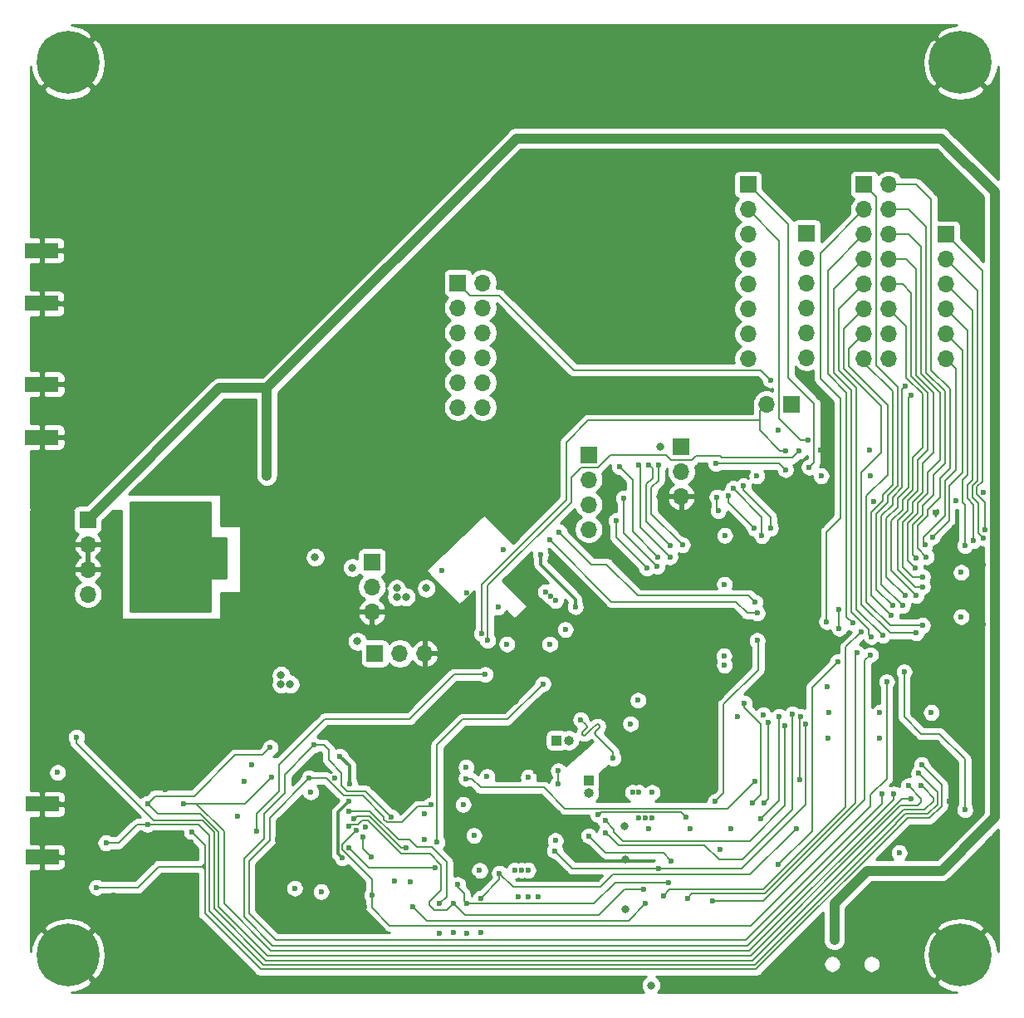
<source format=gbl>
G04 #@! TF.GenerationSoftware,KiCad,Pcbnew,(5.1.8)-1*
G04 #@! TF.CreationDate,2021-09-06T17:51:37-03:00*
G04 #@! TF.ProjectId,Proyecto_Final,50726f79-6563-4746-9f5f-46696e616c2e,rev?*
G04 #@! TF.SameCoordinates,Original*
G04 #@! TF.FileFunction,Copper,L4,Bot*
G04 #@! TF.FilePolarity,Positive*
%FSLAX46Y46*%
G04 Gerber Fmt 4.6, Leading zero omitted, Abs format (unit mm)*
G04 Created by KiCad (PCBNEW (5.1.8)-1) date 2021-09-06 17:51:37*
%MOMM*%
%LPD*%
G01*
G04 APERTURE LIST*
G04 #@! TA.AperFunction,SMDPad,CuDef*
%ADD10R,3.500000X1.500000*%
G04 #@! TD*
G04 #@! TA.AperFunction,ComponentPad*
%ADD11O,1.700000X1.700000*%
G04 #@! TD*
G04 #@! TA.AperFunction,ComponentPad*
%ADD12R,1.700000X1.700000*%
G04 #@! TD*
G04 #@! TA.AperFunction,ComponentPad*
%ADD13C,6.400000*%
G04 #@! TD*
G04 #@! TA.AperFunction,ComponentPad*
%ADD14C,0.800000*%
G04 #@! TD*
G04 #@! TA.AperFunction,ComponentPad*
%ADD15O,1.000000X1.000000*%
G04 #@! TD*
G04 #@! TA.AperFunction,ComponentPad*
%ADD16R,1.000000X1.000000*%
G04 #@! TD*
G04 #@! TA.AperFunction,ViaPad*
%ADD17C,0.600000*%
G04 #@! TD*
G04 #@! TA.AperFunction,ViaPad*
%ADD18C,0.800000*%
G04 #@! TD*
G04 #@! TA.AperFunction,Conductor*
%ADD19C,0.200000*%
G04 #@! TD*
G04 #@! TA.AperFunction,Conductor*
%ADD20C,1.000000*%
G04 #@! TD*
G04 #@! TA.AperFunction,Conductor*
%ADD21C,0.300000*%
G04 #@! TD*
G04 #@! TA.AperFunction,Conductor*
%ADD22C,0.254000*%
G04 #@! TD*
G04 #@! TA.AperFunction,Conductor*
%ADD23C,0.150000*%
G04 #@! TD*
G04 APERTURE END LIST*
D10*
X71850000Y-92700000D03*
X71850000Y-87300000D03*
D11*
X105500000Y-110500001D03*
X105500000Y-107960001D03*
D12*
X105500000Y-105420001D03*
X76546000Y-101080000D03*
D11*
X76546000Y-103620000D03*
X76546000Y-106160000D03*
X76546000Y-108700000D03*
D12*
X127600000Y-94476000D03*
D11*
X127600000Y-97016000D03*
X127600000Y-99556000D03*
X127600000Y-102096000D03*
D12*
X114265000Y-76950000D03*
D11*
X116805000Y-76950000D03*
X114265000Y-79490000D03*
X116805000Y-79490000D03*
X114265000Y-82030000D03*
X116805000Y-82030000D03*
X114265000Y-84570000D03*
X116805000Y-84570000D03*
X114265000Y-87110000D03*
X116805000Y-87110000D03*
X114265000Y-89650000D03*
X116805000Y-89650000D03*
D12*
X143856000Y-66917000D03*
D11*
X143856000Y-69457000D03*
X143856000Y-71997000D03*
X143856000Y-74537000D03*
X143856000Y-77077000D03*
X143856000Y-79617000D03*
X143856000Y-82157000D03*
X143856000Y-84697000D03*
D12*
X149825000Y-71870000D03*
D11*
X149825000Y-74410000D03*
X149825000Y-76950000D03*
X149825000Y-79490000D03*
X149825000Y-82030000D03*
X149825000Y-84570000D03*
D12*
X148275600Y-89345200D03*
D11*
X145735600Y-89345200D03*
D12*
X164049000Y-71997000D03*
D11*
X164049000Y-74537000D03*
X164049000Y-77077000D03*
X164049000Y-79617000D03*
X164049000Y-82157000D03*
X164049000Y-84697000D03*
D12*
X155667000Y-66917000D03*
D11*
X158207000Y-66917000D03*
X155667000Y-69457000D03*
X158207000Y-69457000D03*
X155667000Y-71997000D03*
X158207000Y-71997000D03*
X155667000Y-74537000D03*
X158207000Y-74537000D03*
X155667000Y-77077000D03*
X158207000Y-77077000D03*
X155667000Y-79617000D03*
X158207000Y-79617000D03*
X155667000Y-82157000D03*
X158207000Y-82157000D03*
X155667000Y-84697000D03*
X158207000Y-84697000D03*
D12*
X105806800Y-114745200D03*
D11*
X108346800Y-114745200D03*
X110886800Y-114745200D03*
D12*
X137036100Y-93663200D03*
D11*
X137036100Y-96203200D03*
X137036100Y-98743200D03*
D13*
X165500000Y-54500000D03*
D14*
X167900000Y-54500000D03*
X167197056Y-56197056D03*
X165500000Y-56900000D03*
X163802944Y-56197056D03*
X163100000Y-54500000D03*
X163802944Y-52802944D03*
X165500000Y-52100000D03*
X167197056Y-52802944D03*
D13*
X74500000Y-54500000D03*
D14*
X76900000Y-54500000D03*
X76197056Y-56197056D03*
X74500000Y-56900000D03*
X72802944Y-56197056D03*
X72100000Y-54500000D03*
X72802944Y-52802944D03*
X74500000Y-52100000D03*
X76197056Y-52802944D03*
D13*
X165500000Y-145500000D03*
D14*
X167900000Y-145500000D03*
X167197056Y-147197056D03*
X165500000Y-147900000D03*
X163802944Y-147197056D03*
X163100000Y-145500000D03*
X163802944Y-143802944D03*
X165500000Y-143100000D03*
X167197056Y-143802944D03*
D13*
X74500000Y-145500000D03*
D14*
X76900000Y-145500000D03*
X76197056Y-147197056D03*
X74500000Y-147900000D03*
X72802944Y-147197056D03*
X72100000Y-145500000D03*
X72802944Y-143802944D03*
X74500000Y-143100000D03*
X76197056Y-143802944D03*
D10*
X71820000Y-73650000D03*
X71820000Y-79050000D03*
X71872400Y-130104600D03*
X71872400Y-135504600D03*
D15*
X125570000Y-123600000D03*
D16*
X124300000Y-123600000D03*
X127600000Y-127700000D03*
D15*
X127600000Y-128970000D03*
D17*
X110871000Y-133731000D03*
X78994000Y-136779000D03*
X102870000Y-136652000D03*
X73600000Y-92700000D03*
X73550000Y-79050000D03*
X73550000Y-73650000D03*
D18*
X103500000Y-110500000D03*
X138877600Y-148324000D03*
X146650000Y-148527200D03*
X160366000Y-148476400D03*
X148428000Y-148527200D03*
D17*
X166614400Y-121146000D03*
X151272800Y-94018800D03*
X138826800Y-103010400D03*
X138826800Y-107633200D03*
X125364800Y-114796000D03*
X128108000Y-112306800D03*
X126380800Y-107531600D03*
X125669600Y-106820400D03*
X124907600Y-106058400D03*
X110836000Y-104585200D03*
X115204800Y-108598400D03*
X113985600Y-110274800D03*
X117846400Y-115659600D03*
X142738400Y-121146000D03*
X165090400Y-121247600D03*
X163617200Y-125413200D03*
X151984000Y-123381200D03*
X157267200Y-123381200D03*
X116576400Y-143193200D03*
X115204800Y-143244000D03*
X113833200Y-143193200D03*
X112410800Y-143244000D03*
D18*
X134851700Y-98743200D03*
D17*
X159248400Y-141516800D03*
D18*
X99101200Y-116929600D03*
X99101200Y-113627600D03*
X91684400Y-97981200D03*
D17*
X109413600Y-138011600D03*
D18*
X156302000Y-143955200D03*
X112500000Y-116500000D03*
D17*
X121504000Y-110122400D03*
X144046500Y-107620500D03*
X151666500Y-99238500D03*
X162969500Y-106795000D03*
X162969500Y-111303500D03*
X156937000Y-118161500D03*
X151920500Y-118161500D03*
X145380000Y-118161500D03*
X136693200Y-116980400D03*
X132426000Y-116320000D03*
X136236000Y-116269200D03*
X130140000Y-121095200D03*
X134051600Y-131509200D03*
X133391200Y-131509200D03*
X132730800Y-131509200D03*
X132553000Y-124321000D03*
X121961200Y-123736800D03*
X115509600Y-123736800D03*
X113274400Y-127191200D03*
X118049600Y-125921200D03*
X121402400Y-126175200D03*
X126787200Y-133846000D03*
X115814400Y-137605200D03*
X114798400Y-129172400D03*
X118456000Y-131369500D03*
X73599600Y-135497000D03*
X73599600Y-130061400D03*
X84623200Y-139180000D03*
X84623200Y-137554400D03*
X84521600Y-123533600D03*
X84521600Y-122416000D03*
X84521600Y-124651200D03*
X77142899Y-128194498D03*
X95850000Y-133744400D03*
X102200000Y-124092400D03*
X104803500Y-132423600D03*
X110582000Y-128512000D03*
X95850000Y-136792400D03*
X95850000Y-137808400D03*
X98542400Y-137148000D03*
X98542400Y-138164000D03*
X91786000Y-131306000D03*
X81753000Y-128258000D03*
X87188600Y-128258000D03*
X92497200Y-127826200D03*
X81753000Y-133947600D03*
X79213000Y-139408600D03*
X80152800Y-134922400D03*
X98453500Y-131928300D03*
X122164400Y-126734000D03*
X144046500Y-114923000D03*
X139601500Y-114160998D03*
X90058800Y-122365200D03*
X99653500Y-131928300D03*
X100853500Y-131928300D03*
X98453500Y-133128300D03*
X99653500Y-133128300D03*
X100853500Y-133128300D03*
X98453500Y-134328300D03*
X99653500Y-134328300D03*
X100853500Y-134328300D03*
X119456000Y-131369500D03*
X120456000Y-131369500D03*
X121456000Y-131369500D03*
X118456000Y-132369500D03*
X119456000Y-132369500D03*
X120456000Y-132369500D03*
X121456000Y-132369500D03*
X118456000Y-133369500D03*
X119456000Y-133369500D03*
X120456000Y-133369500D03*
X121456000Y-133369500D03*
X118456000Y-134369500D03*
X119456000Y-134369500D03*
X120456000Y-134369500D03*
X121456000Y-134369500D03*
X133653000Y-124321000D03*
X134753000Y-124321000D03*
X132553000Y-125421000D03*
X133653000Y-125421000D03*
X134753000Y-125421000D03*
X132553000Y-126521000D03*
X133653000Y-126521000D03*
X134753000Y-126521000D03*
X122723200Y-111341600D03*
X120335600Y-111341600D03*
X121504000Y-112408400D03*
X121518879Y-111329455D03*
X155286000Y-142177200D03*
D18*
X93614800Y-109360400D03*
X94732400Y-109360400D03*
X92497200Y-109360400D03*
D17*
X113325200Y-133592000D03*
X104740000Y-140602400D03*
X87061600Y-133947600D03*
X137912400Y-132585590D03*
X120386400Y-139526010D03*
X121402400Y-139526010D03*
X122418400Y-139526010D03*
X128158800Y-137808400D03*
X114188800Y-136487600D03*
X106886630Y-128969200D03*
X118913200Y-104128000D03*
X112614000Y-106261600D03*
X156251200Y-94018800D03*
D18*
X162673100Y-139942000D03*
D17*
X164379200Y-129832800D03*
X167859000Y-105652000D03*
X167859000Y-111748000D03*
X167859000Y-98286008D03*
X162940998Y-100314763D03*
X156672268Y-99226188D03*
X143378572Y-96579028D03*
X101692000Y-127445200D03*
X73600000Y-87300000D03*
D18*
X117236800Y-148374800D03*
X104879700Y-148374800D03*
X109096100Y-148374800D03*
X71593000Y-140983400D03*
X83250000Y-147000000D03*
X126253800Y-148374800D03*
X113515700Y-148374800D03*
X121669100Y-148374800D03*
X77280000Y-141010000D03*
X95799200Y-148374800D03*
X91290700Y-148374800D03*
X86744100Y-148374800D03*
X100637900Y-148374800D03*
X80250000Y-144000000D03*
X131244900Y-148374800D03*
X131308400Y-140856400D03*
X131308400Y-135776400D03*
X131283000Y-132385500D03*
X71478700Y-119558500D03*
X71478700Y-122898500D03*
X71478700Y-126238500D03*
X74053500Y-119558500D03*
X77593500Y-119558500D03*
X81133500Y-119558500D03*
X84673500Y-119558500D03*
X88213500Y-119558500D03*
X91753500Y-119558500D03*
X95293500Y-119558500D03*
X98833500Y-119558500D03*
X102373500Y-119558500D03*
X105913500Y-119558500D03*
X109453500Y-119558500D03*
X112993500Y-119558500D03*
X116533500Y-119558500D03*
X120073500Y-119558500D03*
D17*
X84455000Y-134366000D03*
X84455000Y-128651000D03*
X93218000Y-126111000D03*
X100203000Y-125730000D03*
X108712000Y-129540000D03*
X92456000Y-124333000D03*
X110871000Y-131064000D03*
D18*
X71501000Y-137922000D03*
D17*
X99253600Y-128867600D03*
X146904000Y-91986800D03*
X100320400Y-139027600D03*
X107838800Y-137910000D03*
D18*
X96231000Y-117894800D03*
D17*
X121402400Y-136843200D03*
X120742000Y-136843200D03*
X120081600Y-136843200D03*
X97628000Y-138672000D03*
X73459900Y-126886400D03*
X114798400Y-130137600D03*
X124196400Y-133830001D03*
X121453200Y-127343600D03*
X117236800Y-127292800D03*
X116478509Y-136872365D03*
X141443000Y-115939000D03*
D18*
X96231000Y-116955000D03*
X97170800Y-117894800D03*
D17*
X115901600Y-133301600D03*
X99609200Y-124092400D03*
X158689600Y-129070800D03*
X107483200Y-131407600D03*
X99101200Y-127445200D03*
X111506000Y-130175000D03*
X157521200Y-129045400D03*
X113833200Y-140246800D03*
X143449600Y-119825200D03*
X144262398Y-129985200D03*
X103114400Y-132331590D03*
X133238800Y-138824400D03*
X118506800Y-137148000D03*
X148783600Y-132576000D03*
X145481600Y-129985200D03*
X108971049Y-134566790D03*
X116576400Y-139688000D03*
X103673789Y-131620833D03*
X145903980Y-121806400D03*
X112410800Y-140246800D03*
X129276400Y-131763200D03*
X147615200Y-122111200D03*
X103114400Y-130800000D03*
X115204800Y-140246800D03*
X127600000Y-133338000D03*
X103165200Y-134557200D03*
X147005600Y-121146000D03*
X114239600Y-138316400D03*
X111953600Y-136589200D03*
X135728000Y-138113200D03*
X145127396Y-131599061D03*
X136032800Y-135878000D03*
X105502000Y-139383200D03*
X157978400Y-117640800D03*
X103927200Y-132820410D03*
X93767200Y-132880800D03*
X117033600Y-116878800D03*
X82616600Y-132169600D03*
X78380000Y-134058800D03*
X161243983Y-126966639D03*
X95138800Y-124346400D03*
X160188200Y-128232600D03*
X82616600Y-130036000D03*
X77435000Y-138595800D03*
X161534400Y-126073600D03*
X87108600Y-132982400D03*
X86325000Y-130036000D03*
X160493000Y-129528000D03*
X95250000Y-127381000D03*
X122926400Y-117844000D03*
X112129500Y-133996500D03*
X146954800Y-136284400D03*
X165954000Y-130696400D03*
X159756400Y-116624800D03*
X153000000Y-115558000D03*
D18*
X111039200Y-108090400D03*
D17*
X118354400Y-110020800D03*
X119268800Y-113780000D03*
X123688400Y-108903200D03*
X123180400Y-108446000D03*
X124196400Y-109360400D03*
X125212400Y-112306800D03*
X123637600Y-113780000D03*
X130089200Y-125413200D03*
X126787200Y-121501600D03*
X117287600Y-113424400D03*
X149063000Y-94095000D03*
X116678000Y-112713200D03*
X147666000Y-94087200D03*
X135220000Y-139434000D03*
X155413000Y-112510000D03*
X137658402Y-139688000D03*
X154930400Y-114694400D03*
X153134528Y-112172272D03*
X153127000Y-110224004D03*
X140198400Y-139942000D03*
X156305124Y-114888010D03*
X161636000Y-106922000D03*
X161636000Y-107938000D03*
X161001000Y-108827000D03*
X159858000Y-108827000D03*
X160493000Y-88380000D03*
X159604000Y-109843000D03*
X159858000Y-87491000D03*
X160874000Y-106033000D03*
X161001000Y-105017000D03*
X162017000Y-104890000D03*
X161890000Y-103620000D03*
X142332000Y-97905000D03*
X145253000Y-102731000D03*
X143348000Y-97651000D03*
X146142000Y-101969000D03*
X144567200Y-109512800D03*
X124602800Y-102350000D03*
X144770400Y-110630400D03*
X123637600Y-103162800D03*
X149986990Y-92955250D03*
X150079000Y-95746000D03*
X140681000Y-98794000D03*
X140808000Y-100191000D03*
X167986000Y-102096000D03*
X167859000Y-102985000D03*
X166843000Y-103239000D03*
X165954000Y-103747000D03*
X162652000Y-102858000D03*
X151857000Y-111494000D03*
X154524000Y-111621000D03*
X156429000Y-113018000D03*
X157572000Y-112891000D03*
X161001000Y-112637000D03*
X161636000Y-111875000D03*
X158461000Y-110859000D03*
X158588000Y-109843000D03*
X75364900Y-123266900D03*
X161488389Y-128201646D03*
X115103200Y-126327600D03*
X124500000Y-126700000D03*
X124475000Y-128075000D03*
X140554000Y-95365000D03*
X147666000Y-96000000D03*
X148377200Y-120892000D03*
X129327200Y-133033200D03*
X115103200Y-127496000D03*
X149088400Y-127648400D03*
X149190000Y-121146000D03*
X144525990Y-127754469D03*
X124145600Y-134862000D03*
X149698000Y-121958800D03*
X134712000Y-136640000D03*
X128514400Y-131153600D03*
X137506000Y-131407600D03*
X140503200Y-129832800D03*
X144770400Y-113424400D03*
X105400400Y-135471600D03*
X104587600Y-133490400D03*
D18*
X94783200Y-96609600D03*
X152644400Y-143955200D03*
D17*
X155286000Y-137605200D03*
X144491000Y-101969000D03*
X141824000Y-98667000D03*
X134661200Y-104890000D03*
X130749600Y-95695200D03*
X135880400Y-104890000D03*
X132730800Y-95542800D03*
X135931200Y-103721600D03*
X133746800Y-95492000D03*
X137150400Y-103670800D03*
X134712000Y-95542800D03*
X134559600Y-105855200D03*
X131156000Y-98895600D03*
X133543600Y-106058400D03*
X130394000Y-101207000D03*
X126238000Y-109982000D03*
X122682000Y-104648000D03*
X103216000Y-128004000D03*
X102235000Y-125222000D03*
X102486928Y-135591072D03*
X103162800Y-129832800D03*
D18*
X103500000Y-106000000D03*
D17*
X132629200Y-119520400D03*
X131867200Y-121908000D03*
X132730800Y-128918400D03*
X132070400Y-128918400D03*
X133746800Y-132585590D03*
X142128800Y-132585590D03*
D18*
X81880000Y-100445000D03*
X133950000Y-148578000D03*
D17*
X159248400Y-135065200D03*
D18*
X108016600Y-108979400D03*
D17*
X109667600Y-140551600D03*
D18*
X104000000Y-113500000D03*
D17*
X152047500Y-120765000D03*
X157254500Y-120765000D03*
X162525000Y-120765000D03*
X165573000Y-110986000D03*
X165573000Y-106477500D03*
X151285500Y-96635000D03*
X156302000Y-96635000D03*
X144745000Y-96635000D03*
X141468400Y-102705600D03*
X141443000Y-107684000D03*
X140960400Y-134709600D03*
X134051600Y-128918400D03*
D18*
X99710800Y-104940800D03*
D17*
X133391200Y-140246800D03*
X145374828Y-121013828D03*
X141379500Y-114986500D03*
X165065000Y-99175000D03*
D18*
X134851700Y-93663200D03*
X83880000Y-100445000D03*
X85880000Y-100445000D03*
X87880000Y-100445000D03*
X81880000Y-102645000D03*
X83880000Y-102645000D03*
X85880000Y-102645000D03*
X87880000Y-102350000D03*
X81880000Y-104845000D03*
X83880000Y-104845000D03*
X85563000Y-104845000D03*
X89881000Y-104845000D03*
X81880000Y-107045000D03*
X83880000Y-107045000D03*
X85880000Y-107045000D03*
X87880000Y-107557000D03*
X81880000Y-109245000D03*
X83880000Y-109245000D03*
X85880000Y-109245000D03*
X87880000Y-109245000D03*
X108981800Y-108979400D03*
X108016600Y-108090400D03*
D17*
X146142000Y-86856000D03*
D19*
X96612000Y-127089600D02*
X99101200Y-124600400D01*
X96612000Y-128994600D02*
X96612000Y-127089600D01*
X94529200Y-131077400D02*
X96612000Y-128994600D01*
X92471800Y-135700200D02*
X94529200Y-133642800D01*
X99101200Y-124600400D02*
X99609200Y-124092400D01*
X92471800Y-141618400D02*
X92471800Y-135700200D01*
X95392800Y-144539400D02*
X92471800Y-141618400D01*
X143805200Y-144539400D02*
X95392800Y-144539400D01*
X158689600Y-129655000D02*
X143805200Y-144539400D01*
X94529200Y-133642800D02*
X94529200Y-131077400D01*
X158689600Y-129070800D02*
X158689600Y-129655000D01*
X104841600Y-128766000D02*
X102933198Y-128766000D01*
X100603202Y-124092400D02*
X99609200Y-124092400D01*
X101092000Y-124581198D02*
X100603202Y-124092400D01*
X102933198Y-128766000D02*
X102403200Y-128236002D01*
X101092000Y-125603000D02*
X101092000Y-124581198D01*
X102403200Y-126914200D02*
X101092000Y-125603000D01*
X102403200Y-128236002D02*
X102403200Y-126914200D01*
X107483200Y-131407600D02*
X104841600Y-128766000D01*
X102635202Y-129223200D02*
X104558798Y-129223200D01*
X104558798Y-129223200D02*
X106721200Y-131385602D01*
X99101200Y-127445200D02*
X100857202Y-127445200D01*
X106721200Y-131661600D02*
X107026000Y-131966400D01*
X100857202Y-127445200D02*
X102635202Y-129223200D01*
X106721200Y-131385602D02*
X106721200Y-131661600D01*
X107026000Y-131966400D02*
X108550000Y-131966400D01*
X110175600Y-130340800D02*
X108550000Y-131966400D01*
X157521200Y-130086800D02*
X157521200Y-129045400D01*
X143652800Y-143955200D02*
X157521200Y-130086800D01*
X95672200Y-143955200D02*
X143652800Y-143955200D01*
X92954400Y-141237400D02*
X95672200Y-143955200D01*
X92954400Y-135928800D02*
X92954400Y-141237400D01*
X95062600Y-133820600D02*
X92954400Y-135928800D01*
X95062600Y-131483800D02*
X95062600Y-133820600D01*
X99101200Y-127445200D02*
X95062600Y-131483800D01*
X111340200Y-130340800D02*
X111506000Y-130175000D01*
X110175600Y-130340800D02*
X111340200Y-130340800D01*
X145126000Y-129121598D02*
X144262398Y-129985200D01*
X143449600Y-120249464D02*
X145126000Y-121925864D01*
X143449600Y-119825200D02*
X143449600Y-120249464D01*
X145126000Y-121925864D02*
X145126000Y-129121598D01*
X111394800Y-140043600D02*
X112553602Y-138884798D01*
X111419204Y-135166800D02*
X108499200Y-135166800D01*
X104536800Y-131763200D02*
X104079600Y-132220400D01*
X112553602Y-136301198D02*
X111419204Y-135166800D01*
X108499200Y-135166800D02*
X105095600Y-131763200D01*
X103225590Y-132220400D02*
X103114400Y-132331590D01*
X104079600Y-132220400D02*
X103225590Y-132220400D01*
X103155610Y-132372800D02*
X103114400Y-132331590D01*
X105095600Y-131763200D02*
X104536800Y-131763200D01*
X113833200Y-140246800D02*
X113172800Y-140907200D01*
X113172800Y-140907200D02*
X111902800Y-140907200D01*
X112553602Y-138884798D02*
X112553602Y-136301198D01*
X111902800Y-140907200D02*
X111394800Y-140399200D01*
X103165200Y-132372800D02*
X103155610Y-132372800D01*
X111394800Y-140399200D02*
X111394800Y-140043600D01*
X133238800Y-138824400D02*
X131257600Y-138824400D01*
X131257600Y-138824400D02*
X128666800Y-141415200D01*
X115001600Y-141415200D02*
X113833200Y-140246800D01*
X128666800Y-141415200D02*
X115001600Y-141415200D01*
X148483601Y-132875999D02*
X148783600Y-132576000D01*
X144059200Y-137300400D02*
X148483601Y-132875999D01*
X130089200Y-137300400D02*
X144059200Y-137300400D01*
X128819200Y-138570400D02*
X130089200Y-137300400D01*
X119929200Y-138570400D02*
X128819200Y-138570400D01*
X118506800Y-137148000D02*
X119929200Y-138570400D01*
X118506800Y-137757600D02*
X116576400Y-139688000D01*
X118506800Y-137148000D02*
X118506800Y-137757600D01*
X108464890Y-134566790D02*
X105218934Y-131320834D01*
X108971049Y-134566790D02*
X108464890Y-134566790D01*
X105218934Y-131320834D02*
X103973788Y-131320834D01*
X103973788Y-131320834D02*
X103673789Y-131620833D01*
X145481600Y-129985200D02*
X145888000Y-129578800D01*
X145888000Y-129578800D02*
X145888000Y-121822380D01*
X145888000Y-121822380D02*
X145903980Y-121806400D01*
X130190800Y-132677600D02*
X129276400Y-131763200D01*
X130190800Y-132982400D02*
X130190800Y-132677600D01*
X131084766Y-133876366D02*
X130190800Y-132982400D01*
X144016134Y-133876366D02*
X131084766Y-133876366D01*
X147615200Y-130277300D02*
X144016134Y-133876366D01*
X147615200Y-122111200D02*
X147615200Y-130277300D01*
X105263800Y-130800000D02*
X103114400Y-130800000D01*
X109311998Y-133744398D02*
X108208198Y-133744398D01*
X110060600Y-134493000D02*
X109311998Y-133744398D01*
X111584600Y-134493000D02*
X110060600Y-134493000D01*
X108208198Y-133744398D02*
X105263800Y-130800000D01*
X113122000Y-136030400D02*
X111584600Y-134493000D01*
X113122000Y-139535600D02*
X113122000Y-136030400D01*
X112410800Y-140246800D02*
X113122000Y-139535600D01*
X147024851Y-121165251D02*
X147005600Y-121146000D01*
X114900000Y-139942000D02*
X115204800Y-140246800D01*
X114900000Y-139230800D02*
X114900000Y-139942000D01*
X114239600Y-138570400D02*
X114900000Y-139230800D01*
X114239600Y-138316400D02*
X114239600Y-138570400D01*
X105197200Y-136589200D02*
X111953600Y-136589200D01*
X103165200Y-134557200D02*
X105197200Y-136589200D01*
X147005600Y-121146000D02*
X147005600Y-129720857D01*
X147005600Y-129720857D02*
X145127396Y-131599061D01*
X115204800Y-140246800D02*
X128158800Y-140246800D01*
X128158800Y-140246800D02*
X130292400Y-138113200D01*
X130292400Y-138113200D02*
X135728000Y-138113200D01*
X136032800Y-135878000D02*
X135231199Y-135076399D01*
X129338399Y-135076399D02*
X127600000Y-133338000D01*
X135231199Y-135076399D02*
X129338399Y-135076399D01*
X157978400Y-127496000D02*
X157978400Y-117640800D01*
X156352800Y-129121600D02*
X157978400Y-127496000D01*
X156352800Y-130290000D02*
X156352800Y-129121600D01*
X144160800Y-142482000D02*
X156352800Y-130290000D01*
X107330800Y-142482000D02*
X144160800Y-142482000D01*
X105502000Y-140653200D02*
X107330800Y-142482000D01*
X105502000Y-139383200D02*
X105502000Y-140653200D01*
X102504800Y-134242810D02*
X103927200Y-132820410D01*
X105502000Y-139383200D02*
X105502000Y-137757600D01*
X102504800Y-134760400D02*
X102504800Y-134242810D01*
X105502000Y-137757600D02*
X102504800Y-134760400D01*
X113884000Y-116878800D02*
X117033600Y-116878800D01*
X109362800Y-121400000D02*
X113884000Y-116878800D01*
X100726800Y-121400000D02*
X109362800Y-121400000D01*
X96053200Y-126073600D02*
X100726800Y-121400000D01*
X96053200Y-128766000D02*
X96053200Y-126073600D01*
X93767200Y-131052000D02*
X96053200Y-128766000D01*
X93767200Y-132880800D02*
X93767200Y-131052000D01*
X163185400Y-128908056D02*
X161243983Y-126966639D01*
X78380000Y-134058800D02*
X79695600Y-134058800D01*
X79695600Y-134058800D02*
X81584800Y-132169600D01*
X81584800Y-132169600D02*
X87846600Y-132169600D01*
X88948721Y-141016321D02*
X94427600Y-146495200D01*
X88948721Y-133271721D02*
X88948721Y-141016321D01*
X94427600Y-146495200D02*
X144516400Y-146495200D01*
X144516400Y-146495200D02*
X158943600Y-132068000D01*
X158943600Y-132042600D02*
X159858000Y-131128200D01*
X87846600Y-132169600D02*
X88948721Y-133271721D01*
X158943600Y-132068000D02*
X158943600Y-132042600D01*
X159858000Y-131128200D02*
X162194800Y-131128200D01*
X162194800Y-131128200D02*
X163185400Y-130137600D01*
X163185400Y-130137600D02*
X163185400Y-128908056D01*
X160162800Y-128258000D02*
X160188200Y-128232600D01*
X161128000Y-130264600D02*
X159375400Y-130264600D01*
X144085831Y-145555400D02*
X94884800Y-145555400D01*
X161509000Y-129883600D02*
X161128000Y-130264600D01*
X161509000Y-129553400D02*
X161509000Y-129883600D01*
X160188200Y-128232600D02*
X161509000Y-129553400D01*
X94884800Y-145555400D02*
X89881000Y-140551600D01*
X159375400Y-130264600D02*
X156905210Y-132734790D01*
X156905210Y-132734790D02*
X156905210Y-132736021D01*
X156905210Y-132736021D02*
X144085831Y-145555400D01*
X89881000Y-140551600D02*
X89881000Y-132974442D01*
X89881000Y-132974442D02*
X88009358Y-131102800D01*
X88009358Y-131102800D02*
X83683400Y-131102800D01*
X83683400Y-131102800D02*
X82616600Y-130036000D01*
X94376800Y-125108400D02*
X95138800Y-124346400D01*
X91532000Y-125108400D02*
X94376800Y-125108400D01*
X83378600Y-129274000D02*
X87366400Y-129274000D01*
X87366400Y-129274000D02*
X91532000Y-125108400D01*
X82616600Y-130036000D02*
X83378600Y-129274000D01*
X88458600Y-134332400D02*
X87108600Y-132982400D01*
X94135500Y-146952400D02*
X88458600Y-141275500D01*
X144668800Y-146952400D02*
X94135500Y-146952400D01*
X160092989Y-131528211D02*
X144668800Y-146952400D01*
X162360489Y-131528211D02*
X160092989Y-131528211D01*
X163585411Y-130303289D02*
X162360489Y-131528211D01*
X163585411Y-128124611D02*
X163585411Y-130303289D01*
X161534400Y-126073600D02*
X163585411Y-128124611D01*
X77435000Y-138595800D02*
X81622200Y-138595800D01*
X81622200Y-138595800D02*
X83753400Y-136464600D01*
X88204600Y-136458400D02*
X88458600Y-136204400D01*
X88458600Y-136204400D02*
X88458600Y-134332400D01*
X88204600Y-136464600D02*
X88204600Y-136458400D01*
X88458600Y-136464600D02*
X88458600Y-136204400D01*
X83753400Y-136464600D02*
X88204600Y-136464600D01*
X88204600Y-136464600D02*
X88458600Y-136464600D01*
X88204600Y-136464600D02*
X88458600Y-136718600D01*
X88458600Y-136718600D02*
X88458600Y-136464600D01*
X88458600Y-141275500D02*
X88458600Y-136718600D01*
X90401700Y-132868100D02*
X90401700Y-140259500D01*
X87569600Y-130036000D02*
X90401700Y-132868100D01*
X143990536Y-145072800D02*
X159535336Y-129528000D01*
X90401700Y-140259500D02*
X95215000Y-145072800D01*
X159535336Y-129528000D02*
X160493000Y-129528000D01*
X95215000Y-145072800D02*
X143990536Y-145072800D01*
X86325000Y-130036000D02*
X87569600Y-130036000D01*
X94950001Y-127680999D02*
X95250000Y-127381000D01*
X87569600Y-130036000D02*
X92595000Y-130036000D01*
X92595000Y-130036000D02*
X94950001Y-127680999D01*
X122926400Y-117844000D02*
X122926400Y-117844000D01*
X112129500Y-124068900D02*
X112129500Y-133996500D01*
X114747600Y-121450800D02*
X112129500Y-124068900D01*
X119319600Y-121450800D02*
X114747600Y-121450800D01*
X122926400Y-117844000D02*
X119319600Y-121450800D01*
X165954000Y-130696400D02*
X165954000Y-125514800D01*
X165954000Y-125514800D02*
X163363200Y-122924000D01*
X163363200Y-122924000D02*
X161483600Y-122924000D01*
X161483600Y-122924000D02*
X159756400Y-121196800D01*
X159756400Y-121196800D02*
X159756400Y-116624800D01*
X159756400Y-116624800D02*
X159756400Y-116624800D01*
X146954800Y-136284400D02*
X150358400Y-132880800D01*
X150358400Y-132880800D02*
X150358400Y-118199600D01*
X150358400Y-118199600D02*
X153000000Y-115558000D01*
X126787200Y-121501600D02*
X126787200Y-121501600D01*
X128269178Y-122975600D02*
X128300592Y-123014992D01*
X128247316Y-122930205D02*
X128269178Y-122975600D01*
X128247316Y-122781579D02*
X128236105Y-122830700D01*
X128269178Y-122736186D02*
X128247316Y-122781579D01*
X128654145Y-122343240D02*
X128300592Y-122696794D01*
X128707420Y-122258454D02*
X128685559Y-122303849D01*
X128236105Y-122881084D02*
X128247316Y-122930205D01*
X128718632Y-122209334D02*
X128707420Y-122258454D01*
X128718632Y-122158950D02*
X128718632Y-122209334D01*
X128685558Y-122064433D02*
X128707419Y-122109828D01*
X128236105Y-122830700D02*
X128236105Y-122881084D01*
X128614753Y-121993628D02*
X128654145Y-122025042D01*
X128520239Y-121960557D02*
X128569360Y-121971768D01*
X128300592Y-122696794D02*
X128269178Y-122736186D01*
X126927960Y-122866058D02*
X126927960Y-122916442D01*
X126939171Y-122816937D02*
X126927960Y-122866058D01*
X126961032Y-122771543D02*
X126939171Y-122816937D01*
X126992446Y-122732151D02*
X126961032Y-122771543D01*
X127377413Y-122339206D02*
X127346000Y-122378598D01*
X128569360Y-121971768D02*
X128614753Y-121993628D01*
X126927960Y-122916442D02*
X126939171Y-122965563D01*
X128375339Y-121993628D02*
X128420734Y-121971768D01*
X127399274Y-122293811D02*
X127377413Y-122339206D01*
X127410486Y-122194307D02*
X127410486Y-122244691D01*
X127310644Y-123050349D02*
X127982396Y-122378597D01*
X127399274Y-122145186D02*
X127410486Y-122194307D01*
X127410486Y-122244691D02*
X127399274Y-122293811D01*
X127377413Y-122099791D02*
X127399274Y-122145186D01*
X127346000Y-122060400D02*
X127377413Y-122099791D01*
X127346000Y-122378598D02*
X126992446Y-122732151D01*
X128685559Y-122303849D02*
X128654145Y-122343240D01*
X126787200Y-121501600D02*
X127346000Y-122060400D01*
X128707419Y-122109828D02*
X128718632Y-122158950D01*
X127982396Y-122378597D02*
X128335949Y-122025044D01*
X126939171Y-122965563D02*
X126961032Y-123010957D01*
X126961032Y-123010957D02*
X126992446Y-123050349D01*
X128469855Y-121960557D02*
X128520239Y-121960557D01*
X128300592Y-123014992D02*
X130089200Y-124803600D01*
X126992446Y-123050349D02*
X127031837Y-123081762D01*
X130089200Y-124803600D02*
X130089200Y-125413200D01*
X127031837Y-123081762D02*
X127077232Y-123103623D01*
X127077232Y-123103623D02*
X127126353Y-123114835D01*
X127126353Y-123114835D02*
X127176737Y-123114835D01*
X127176737Y-123114835D02*
X127225857Y-123103623D01*
X127225857Y-123103623D02*
X127271252Y-123081762D01*
X128654145Y-122025042D02*
X128685558Y-122064433D01*
X127271252Y-123081762D02*
X127310644Y-123050349D01*
X128335949Y-122025044D02*
X128375339Y-121993628D01*
X128420734Y-121971768D02*
X128469855Y-121960557D01*
X148393001Y-94764999D02*
X149063000Y-94095000D01*
X117287600Y-113424400D02*
X117287600Y-107836400D01*
X125822000Y-99302000D02*
X125822000Y-96762000D01*
X135474000Y-94476000D02*
X135982000Y-94984000D01*
X117287600Y-107836400D02*
X125822000Y-99302000D01*
X135982000Y-94984000D02*
X138141000Y-94984000D01*
X125822000Y-96762000D02*
X126838000Y-95746000D01*
X126838000Y-95746000D02*
X128570002Y-95746000D01*
X128570002Y-95746000D02*
X129840002Y-94476000D01*
X129840002Y-94476000D02*
X135474000Y-94476000D01*
X138141000Y-94984000D02*
X138522000Y-94603000D01*
X138522000Y-94603000D02*
X141027001Y-94603000D01*
X141189000Y-94764999D02*
X148393001Y-94764999D01*
X141027001Y-94603000D02*
X141189000Y-94764999D01*
X147666000Y-94087200D02*
X147124800Y-94087200D01*
X145024400Y-91986800D02*
X145024400Y-90970800D01*
X147124800Y-94087200D02*
X145024400Y-91986800D01*
X145024400Y-90056400D02*
X145735600Y-89345200D01*
X145024400Y-90970800D02*
X145024400Y-90056400D01*
X125314000Y-99048000D02*
X125314000Y-93206000D01*
X125314000Y-93206000D02*
X127549200Y-90970800D01*
X116678000Y-107684000D02*
X125314000Y-99048000D01*
X127549200Y-90970800D02*
X145024400Y-90970800D01*
X116678000Y-112713200D02*
X116678000Y-107684000D01*
X145407402Y-138833998D02*
X153812800Y-130428600D01*
X153812800Y-114110200D02*
X155413000Y-112510000D01*
X135220000Y-139434000D02*
X135820002Y-138833998D01*
X135820002Y-138833998D02*
X145407402Y-138833998D01*
X153812800Y-130428600D02*
X153812800Y-114110200D01*
X154828800Y-114796000D02*
X154930400Y-114694400D01*
X154828800Y-129978300D02*
X154828800Y-114796000D01*
X145566702Y-139240398D02*
X154828800Y-129978300D01*
X138106004Y-139240398D02*
X145566702Y-139240398D01*
X137658402Y-139688000D02*
X138106004Y-139240398D01*
X153134528Y-112172272D02*
X153134528Y-110231532D01*
X153134528Y-110231532D02*
X153127000Y-110224004D01*
X155743200Y-117742400D02*
X155743200Y-117742400D01*
X140198400Y-139942000D02*
X145430800Y-139942000D01*
X155743200Y-129629600D02*
X155743200Y-115449934D01*
X145430800Y-139942000D02*
X155743200Y-129629600D01*
X155743200Y-115449934D02*
X156305124Y-114888010D01*
X159985000Y-74537000D02*
X158207000Y-74537000D01*
X161001000Y-86348000D02*
X161001000Y-75553000D01*
X162779000Y-88126000D02*
X161001000Y-86348000D01*
X161636000Y-95365000D02*
X162779000Y-94222000D01*
X161636000Y-98286000D02*
X161636000Y-95365000D01*
X162779000Y-94222000D02*
X162779000Y-88126000D01*
X160620000Y-99302000D02*
X161636000Y-98286000D01*
X160620000Y-100318000D02*
X160620000Y-99302000D01*
X159604000Y-101334000D02*
X160620000Y-100318000D01*
X161001000Y-75553000D02*
X159985000Y-74537000D01*
X159604000Y-105906000D02*
X159604000Y-101334000D01*
X160620000Y-106922000D02*
X159604000Y-105906000D01*
X161636000Y-106922000D02*
X160620000Y-106922000D01*
X160493000Y-77966000D02*
X159604000Y-77077000D01*
X159604000Y-77077000D02*
X158207000Y-77077000D01*
X160493000Y-86475000D02*
X160493000Y-77966000D01*
X162144000Y-93968000D02*
X162144000Y-88126000D01*
X160112000Y-99175000D02*
X161128000Y-98159000D01*
X161128000Y-94984000D02*
X162144000Y-93968000D01*
X159096000Y-101207000D02*
X160112000Y-100191000D01*
X159096000Y-106160000D02*
X159096000Y-101207000D01*
X161128000Y-98159000D02*
X161128000Y-94984000D01*
X160112000Y-100191000D02*
X160112000Y-99175000D01*
X160874000Y-107938000D02*
X159096000Y-106160000D01*
X162144000Y-88126000D02*
X160493000Y-86475000D01*
X161636000Y-107938000D02*
X160874000Y-107938000D01*
X159985000Y-81395000D02*
X158207000Y-79617000D01*
X161636000Y-88253000D02*
X159985000Y-86602000D01*
X161636000Y-93714000D02*
X161636000Y-88253000D01*
X160620000Y-94730000D02*
X161636000Y-93714000D01*
X160620000Y-98032000D02*
X160620000Y-94730000D01*
X159604000Y-99048000D02*
X160620000Y-98032000D01*
X159985000Y-86602000D02*
X159985000Y-81395000D01*
X159604000Y-100064000D02*
X159604000Y-99048000D01*
X158461000Y-101207000D02*
X159604000Y-100064000D01*
X158461000Y-106287000D02*
X158461000Y-101207000D01*
X161001000Y-108827000D02*
X158461000Y-106287000D01*
X160193001Y-88679999D02*
X160493000Y-88380000D01*
X160193001Y-97823999D02*
X160193001Y-88679999D01*
X159096000Y-98921000D02*
X160193001Y-97823999D01*
X159096000Y-99810000D02*
X159096000Y-98921000D01*
X157953000Y-100953000D02*
X159096000Y-99810000D01*
X157953000Y-106922000D02*
X157953000Y-100953000D01*
X159858000Y-108827000D02*
X157953000Y-106922000D01*
X159558001Y-97823999D02*
X159558001Y-87790999D01*
X159558001Y-87790999D02*
X159858000Y-87491000D01*
X158588000Y-98794000D02*
X159558001Y-97823999D01*
X158588000Y-99556000D02*
X158588000Y-98794000D01*
X157445000Y-100699000D02*
X158588000Y-99556000D01*
X157445000Y-107684000D02*
X157445000Y-100699000D01*
X159604000Y-109843000D02*
X157445000Y-107684000D01*
X160239000Y-71997000D02*
X158207000Y-71997000D01*
X161509000Y-73267000D02*
X160239000Y-71997000D01*
X161509000Y-86221000D02*
X161509000Y-73267000D01*
X163414000Y-94984000D02*
X163414000Y-88126000D01*
X162144000Y-96254000D02*
X163414000Y-94984000D01*
X162144000Y-98413000D02*
X162144000Y-96254000D01*
X161128000Y-100445000D02*
X161128000Y-99429000D01*
X160112000Y-101461000D02*
X161128000Y-100445000D01*
X163414000Y-88126000D02*
X161509000Y-86221000D01*
X161128000Y-99429000D02*
X162144000Y-98413000D01*
X160112000Y-105271000D02*
X160112000Y-101461000D01*
X160874000Y-106033000D02*
X160112000Y-105271000D01*
X162017000Y-86094000D02*
X162017000Y-71235000D01*
X163922000Y-95365000D02*
X163922000Y-87999000D01*
X162779000Y-98540000D02*
X162779000Y-96508000D01*
X162779000Y-96508000D02*
X163922000Y-95365000D01*
X161636000Y-99683000D02*
X162779000Y-98540000D01*
X163922000Y-87999000D02*
X162017000Y-86094000D01*
X161636000Y-100572000D02*
X161636000Y-99683000D01*
X160620000Y-101588000D02*
X161636000Y-100572000D01*
X160620000Y-104636000D02*
X160620000Y-101588000D01*
X160239000Y-69457000D02*
X158207000Y-69457000D01*
X162017000Y-71235000D02*
X160239000Y-69457000D01*
X161001000Y-105017000D02*
X160620000Y-104636000D01*
X161001000Y-66917000D02*
X158207000Y-66917000D01*
X162525000Y-68441000D02*
X161001000Y-66917000D01*
X164430000Y-95873000D02*
X164430000Y-87745000D01*
X163414000Y-96889000D02*
X164430000Y-95873000D01*
X163414000Y-98794000D02*
X163414000Y-96889000D01*
X162144000Y-100064000D02*
X163414000Y-98794000D01*
X162525000Y-85840000D02*
X162525000Y-68441000D01*
X161128000Y-101715000D02*
X162144000Y-100699000D01*
X162144000Y-100699000D02*
X162144000Y-100064000D01*
X161128000Y-104001000D02*
X161128000Y-101715000D01*
X162017000Y-104890000D02*
X161128000Y-104001000D01*
X164430000Y-87745000D02*
X162525000Y-85840000D01*
X165065000Y-85713000D02*
X164049000Y-84697000D01*
X161890000Y-103620000D02*
X161763000Y-103493000D01*
X163922000Y-100699000D02*
X163922000Y-97143000D01*
X161763000Y-103493000D02*
X161763000Y-102858000D01*
X163922000Y-97143000D02*
X165065000Y-96000000D01*
X161763000Y-102858000D02*
X163922000Y-100699000D01*
X165065000Y-85713000D02*
X165065000Y-96000000D01*
X145253000Y-102731000D02*
X145253000Y-100826000D01*
X145253000Y-100826000D02*
X142332000Y-97905000D01*
X146142000Y-101969000D02*
X146142000Y-100826000D01*
X143348000Y-98032000D02*
X143348000Y-97651000D01*
X146142000Y-100826000D02*
X143348000Y-98032000D01*
X127904800Y-105652000D02*
X124602800Y-102350000D01*
X129428800Y-105652000D02*
X127904800Y-105652000D01*
X132629200Y-108852400D02*
X129428800Y-105652000D01*
X143906800Y-108852400D02*
X132629200Y-108852400D01*
X144567200Y-109512800D02*
X143906800Y-108852400D01*
X129936800Y-109462000D02*
X123637600Y-103162800D01*
X142586000Y-109462000D02*
X129936800Y-109462000D01*
X143754400Y-110630400D02*
X142586000Y-109462000D01*
X144770400Y-110630400D02*
X143754400Y-110630400D01*
X147031000Y-72632000D02*
X143856000Y-69457000D01*
X147031000Y-90793000D02*
X147031000Y-72632000D01*
X149193250Y-92955250D02*
X147031000Y-90793000D01*
X149986990Y-92955250D02*
X149193250Y-92955250D01*
X147920000Y-70981000D02*
X143856000Y-66917000D01*
X147920000Y-86602000D02*
X147920000Y-70981000D01*
X150587000Y-89269000D02*
X147920000Y-86602000D01*
X150587000Y-95238000D02*
X150587000Y-89269000D01*
X150079000Y-95746000D02*
X150587000Y-95238000D01*
X140681000Y-100064000D02*
X140808000Y-100191000D01*
X140681000Y-98794000D02*
X140681000Y-100064000D01*
X167732000Y-97200700D02*
X167178001Y-97754699D01*
X164049000Y-71997000D02*
X167732000Y-75680000D01*
X167178001Y-97754699D02*
X167178001Y-98494001D01*
X167178001Y-98494001D02*
X167986000Y-99302000D01*
X167986000Y-99302000D02*
X167986000Y-102096000D01*
X167732000Y-75680000D02*
X167732000Y-97200700D01*
X164049000Y-74537000D02*
X167224000Y-77712000D01*
X166716000Y-98794000D02*
X167351000Y-99429000D01*
X167224000Y-97143000D02*
X166716000Y-97651000D01*
X166716000Y-97651000D02*
X166716000Y-98794000D01*
X167351000Y-99429000D02*
X167351000Y-102477000D01*
X167351000Y-102477000D02*
X167859000Y-102985000D01*
X167224000Y-97143000D02*
X167224000Y-77712000D01*
X166716000Y-79744000D02*
X164049000Y-77077000D01*
X166208000Y-97524000D02*
X166716000Y-97016000D01*
X166843000Y-103239000D02*
X166843000Y-99556000D01*
X166843000Y-99556000D02*
X166208000Y-98921000D01*
X166208000Y-98921000D02*
X166208000Y-97524000D01*
X166716000Y-79744000D02*
X166716000Y-97016000D01*
X165700000Y-97016000D02*
X166208000Y-96508000D01*
X165700000Y-99302000D02*
X165700000Y-97016000D01*
X166208000Y-81776000D02*
X164049000Y-79617000D01*
X165954000Y-99556000D02*
X165700000Y-99302000D01*
X165954000Y-103747000D02*
X165954000Y-99556000D01*
X166208000Y-81776000D02*
X166208000Y-96508000D01*
X165700000Y-83808000D02*
X164049000Y-82157000D01*
X164322011Y-97631989D02*
X165700000Y-96254000D01*
X164322011Y-101187989D02*
X164322011Y-97631989D01*
X162652000Y-102858000D02*
X164322011Y-101187989D01*
X165700000Y-83808000D02*
X165700000Y-96254000D01*
X151222000Y-73902000D02*
X155667000Y-69457000D01*
X153254000Y-88761000D02*
X151222000Y-86729000D01*
X151222000Y-86729000D02*
X151222000Y-73902000D01*
X153254000Y-100953000D02*
X153254000Y-88761000D01*
X151857000Y-102350000D02*
X153254000Y-100953000D01*
X151857000Y-111494000D02*
X151857000Y-102350000D01*
X154524000Y-111621000D02*
X153889000Y-110986000D01*
X153889000Y-110986000D02*
X153889000Y-88126000D01*
X153889000Y-88126000D02*
X151984000Y-86221000D01*
X151984000Y-75680000D02*
X155667000Y-71997000D01*
X151984000Y-86221000D02*
X151984000Y-75680000D01*
X152619000Y-77585000D02*
X155667000Y-74537000D01*
X152619000Y-86094000D02*
X152619000Y-77585000D01*
X154397000Y-87872000D02*
X152619000Y-86094000D01*
X154397000Y-110478000D02*
X154397000Y-87872000D01*
X156175000Y-112256000D02*
X154397000Y-110478000D01*
X156175000Y-112764000D02*
X156175000Y-112256000D01*
X156429000Y-113018000D02*
X156175000Y-112764000D01*
X157572000Y-112891000D02*
X154905000Y-110224000D01*
X154905000Y-110224000D02*
X154905000Y-87618000D01*
X154905000Y-87618000D02*
X153127000Y-85840000D01*
X153127000Y-79617000D02*
X155667000Y-77077000D01*
X153127000Y-85840000D02*
X153127000Y-79617000D01*
X153635000Y-85713000D02*
X153635000Y-81649000D01*
X157445000Y-89523000D02*
X153635000Y-85713000D01*
X157445000Y-94222000D02*
X157445000Y-89523000D01*
X155413000Y-96254000D02*
X157445000Y-94222000D01*
X155413000Y-109716000D02*
X155413000Y-96254000D01*
X158334000Y-112637000D02*
X155413000Y-109716000D01*
X153635000Y-81649000D02*
X155667000Y-79617000D01*
X161001000Y-112637000D02*
X158334000Y-112637000D01*
X154143000Y-83681000D02*
X154651000Y-83173000D01*
X154143000Y-85459000D02*
X154143000Y-83681000D01*
X158080000Y-89396000D02*
X154143000Y-85459000D01*
X158080000Y-96508000D02*
X158080000Y-89396000D01*
X155921000Y-98667000D02*
X158080000Y-96508000D01*
X155921000Y-109462000D02*
X155921000Y-98667000D01*
X154651000Y-83173000D02*
X155667000Y-82157000D01*
X158334000Y-111875000D02*
X155921000Y-109462000D01*
X161636000Y-111875000D02*
X158334000Y-111875000D01*
X158588000Y-87999000D02*
X155667000Y-85078000D01*
X158588000Y-97524000D02*
X158588000Y-87999000D01*
X157572000Y-98540000D02*
X158588000Y-97524000D01*
X157572000Y-99175000D02*
X157572000Y-98540000D01*
X156429000Y-100318000D02*
X157572000Y-99175000D01*
X155667000Y-85078000D02*
X155667000Y-84697000D01*
X156429000Y-108827000D02*
X156429000Y-100318000D01*
X158461000Y-110859000D02*
X156429000Y-108827000D01*
X159096000Y-97651000D02*
X159096000Y-87560300D01*
X156937000Y-85401300D02*
X156937000Y-68187000D01*
X158588000Y-109843000D02*
X156937000Y-108192000D01*
X156937000Y-68187000D02*
X155667000Y-66917000D01*
X156937000Y-108192000D02*
X156937000Y-100502700D01*
X156937000Y-100502700D02*
X158080000Y-99359700D01*
X158080000Y-99359700D02*
X158080000Y-98667000D01*
X158080000Y-98667000D02*
X159096000Y-97651000D01*
X159096000Y-87560300D02*
X156937000Y-85401300D01*
X161788388Y-128501645D02*
X161488389Y-128201646D01*
X162728200Y-129782000D02*
X162728200Y-129441457D01*
X161845589Y-130664611D02*
X162728200Y-129782000D01*
X159686589Y-130664611D02*
X161845589Y-130664611D01*
X144313200Y-146038000D02*
X159686589Y-130664611D01*
X89398400Y-140780200D02*
X94656200Y-146038000D01*
X94656200Y-146038000D02*
X144313200Y-146038000D01*
X89398400Y-132916121D02*
X89398400Y-140780200D01*
X88220079Y-131737800D02*
X89398400Y-132916121D01*
X162728200Y-129441457D02*
X161788388Y-128501645D01*
X83223800Y-131737800D02*
X88220079Y-131737800D01*
X75364900Y-123878900D02*
X83223800Y-131737800D01*
X75364900Y-123266900D02*
X75364900Y-123878900D01*
X124500000Y-126700000D02*
X124500000Y-128050000D01*
X124500000Y-128050000D02*
X124475000Y-128075000D01*
X140554000Y-95365000D02*
X147031000Y-95365000D01*
X147031000Y-95365000D02*
X147666000Y-96000000D01*
X130621177Y-134276377D02*
X129632000Y-133287200D01*
X139409577Y-134276377D02*
X130621177Y-134276377D01*
X140909600Y-135776400D02*
X139409577Y-134276377D01*
X143297200Y-135776400D02*
X140909600Y-135776400D01*
X148377200Y-130696400D02*
X143297200Y-135776400D01*
X148377200Y-120892000D02*
X148377200Y-130696400D01*
X129581200Y-133287200D02*
X129327200Y-133033200D01*
X129632000Y-133287200D02*
X129581200Y-133287200D01*
X149088400Y-121247600D02*
X149190000Y-121146000D01*
X149088400Y-127648400D02*
X149088400Y-121247600D01*
X141736459Y-130544000D02*
X144525990Y-127754469D01*
X125169000Y-130544000D02*
X141736459Y-130544000D01*
X123035400Y-128410400D02*
X125169000Y-130544000D01*
X116576400Y-128410400D02*
X123035400Y-128410400D01*
X115662000Y-127496000D02*
X116576400Y-128410400D01*
X115103200Y-127496000D02*
X115662000Y-127496000D01*
X125923600Y-136640000D02*
X134712000Y-136640000D01*
X124145600Y-134862000D02*
X125923600Y-136640000D01*
X149698000Y-130137600D02*
X143195600Y-136640000D01*
X149698000Y-121958800D02*
X149698000Y-130137600D01*
X143195600Y-136640000D02*
X134712000Y-136640000D01*
X128514400Y-131153600D02*
X128717600Y-131153600D01*
X128717600Y-131153600D02*
X128920800Y-130950400D01*
X128920800Y-130950400D02*
X136794800Y-130950400D01*
X137048800Y-130950400D02*
X137506000Y-131407600D01*
X136794800Y-130950400D02*
X137048800Y-130950400D01*
X144872000Y-113526000D02*
X144770400Y-113424400D01*
X144872000Y-116421600D02*
X144872000Y-113526000D01*
X141366800Y-119926800D02*
X144872000Y-116421600D01*
X141366800Y-128969200D02*
X141366800Y-119926800D01*
X140503200Y-129832800D02*
X141366800Y-128969200D01*
X104587600Y-134658800D02*
X104587600Y-133490400D01*
X105400400Y-135471600D02*
X104587600Y-134658800D01*
D20*
X152644400Y-143955200D02*
X152644400Y-140246800D01*
X152644400Y-140246800D02*
X155286000Y-137605200D01*
X94783200Y-87668800D02*
X94783200Y-96609600D01*
X163541000Y-62218000D02*
X120234000Y-62218000D01*
X169002000Y-67679000D02*
X163541000Y-62218000D01*
X120234000Y-62218000D02*
X94783200Y-87668800D01*
X169002000Y-131433000D02*
X169002000Y-67679000D01*
X167833600Y-132601400D02*
X169002000Y-131433000D01*
X163566400Y-136894000D02*
X167833600Y-132626800D01*
X167833600Y-132626800D02*
X167833600Y-132601400D01*
X155997200Y-136894000D02*
X163566400Y-136894000D01*
X155286000Y-137605200D02*
X155997200Y-136894000D01*
X89957200Y-87668800D02*
X76546000Y-101080000D01*
X94783200Y-87668800D02*
X89957200Y-87668800D01*
D19*
X144491000Y-101969000D02*
X141824000Y-99302000D01*
X141824000Y-99302000D02*
X141824000Y-98667000D01*
X134661200Y-104890000D02*
X132070400Y-102299200D01*
X132070400Y-97016000D02*
X130749600Y-95695200D01*
X132070400Y-102299200D02*
X132070400Y-97016000D01*
X135880400Y-104890000D02*
X132883200Y-101892800D01*
X132883200Y-95695200D02*
X132730800Y-95542800D01*
X132883200Y-101892800D02*
X132883200Y-95695200D01*
X134102400Y-95847600D02*
X133746800Y-95492000D01*
X133492800Y-97473200D02*
X134102400Y-96863600D01*
X133492800Y-101283200D02*
X133492800Y-97473200D01*
X134102400Y-96863600D02*
X134102400Y-95847600D01*
X135931200Y-103721600D02*
X133492800Y-101283200D01*
X134712000Y-97117600D02*
X134712000Y-95542800D01*
X134000800Y-97828800D02*
X134712000Y-97117600D01*
X134000800Y-100521200D02*
X134000800Y-97828800D01*
X137150400Y-103670800D02*
X134000800Y-100521200D01*
X131156000Y-102451600D02*
X131156000Y-98895600D01*
X134559600Y-105855200D02*
X131156000Y-102451600D01*
X133543600Y-106058400D02*
X130394000Y-102908800D01*
X130394000Y-102908800D02*
X130394000Y-101207000D01*
D21*
X126238000Y-109982000D02*
X126238000Y-109220000D01*
X126238000Y-109220000D02*
X123698000Y-106680000D01*
X122682000Y-105664000D02*
X122682000Y-104648000D01*
X123698000Y-106680000D02*
X122682000Y-105664000D01*
X103216000Y-128004000D02*
X103216000Y-126203000D01*
X103216000Y-126203000D02*
X102235000Y-125222000D01*
X102486928Y-135591072D02*
X102047600Y-135151744D01*
X102047600Y-135151744D02*
X102047600Y-130948000D01*
X102047600Y-130948000D02*
X103162800Y-129832800D01*
D19*
X131664000Y-141974000D02*
X133391200Y-140246800D01*
X111090000Y-141974000D02*
X131664000Y-141974000D01*
X109667600Y-140551600D02*
X111090000Y-141974000D01*
X143303999Y-85847001D02*
X143296998Y-85840000D01*
X144408001Y-85847001D02*
X143303999Y-85847001D01*
X144415002Y-85840000D02*
X144408001Y-85847001D01*
X145126000Y-85840000D02*
X144415002Y-85840000D01*
X146142000Y-86856000D02*
X145126000Y-85840000D01*
X143303999Y-85847001D02*
X126083001Y-85847001D01*
X126083001Y-85847001D02*
X118456000Y-78220000D01*
X115535000Y-78220000D02*
X114265000Y-76950000D01*
X118456000Y-78220000D02*
X115535000Y-78220000D01*
D22*
X167867001Y-68149133D02*
X167867001Y-74775554D01*
X165537072Y-72445626D01*
X165537072Y-71147000D01*
X165524812Y-71022518D01*
X165488502Y-70902820D01*
X165429537Y-70792506D01*
X165350185Y-70695815D01*
X165253494Y-70616463D01*
X165143180Y-70557498D01*
X165023482Y-70521188D01*
X164899000Y-70508928D01*
X163260000Y-70508928D01*
X163260000Y-68477094D01*
X163263555Y-68440999D01*
X163260000Y-68404904D01*
X163260000Y-68404895D01*
X163249365Y-68296915D01*
X163207337Y-68158367D01*
X163139087Y-68030680D01*
X163047238Y-67918762D01*
X163019193Y-67895746D01*
X161546258Y-66422812D01*
X161523238Y-66394762D01*
X161411320Y-66302913D01*
X161283633Y-66234663D01*
X161145085Y-66192635D01*
X161037105Y-66182000D01*
X161001000Y-66178444D01*
X160964895Y-66182000D01*
X159501883Y-66182000D01*
X159360475Y-65970368D01*
X159153632Y-65763525D01*
X158910411Y-65601010D01*
X158640158Y-65489068D01*
X158353260Y-65432000D01*
X158060740Y-65432000D01*
X157773842Y-65489068D01*
X157503589Y-65601010D01*
X157260368Y-65763525D01*
X157128513Y-65895380D01*
X157106502Y-65822820D01*
X157047537Y-65712506D01*
X156968185Y-65615815D01*
X156871494Y-65536463D01*
X156761180Y-65477498D01*
X156641482Y-65441188D01*
X156517000Y-65428928D01*
X154817000Y-65428928D01*
X154692518Y-65441188D01*
X154572820Y-65477498D01*
X154462506Y-65536463D01*
X154365815Y-65615815D01*
X154286463Y-65712506D01*
X154227498Y-65822820D01*
X154191188Y-65942518D01*
X154178928Y-66067000D01*
X154178928Y-67767000D01*
X154191188Y-67891482D01*
X154227498Y-68011180D01*
X154286463Y-68121494D01*
X154365815Y-68218185D01*
X154462506Y-68297537D01*
X154572820Y-68356502D01*
X154645380Y-68378513D01*
X154513525Y-68510368D01*
X154351010Y-68753589D01*
X154239068Y-69023842D01*
X154182000Y-69310740D01*
X154182000Y-69603260D01*
X154231656Y-69852897D01*
X151307448Y-72777106D01*
X151313072Y-72720000D01*
X151313072Y-71020000D01*
X151300812Y-70895518D01*
X151264502Y-70775820D01*
X151205537Y-70665506D01*
X151126185Y-70568815D01*
X151029494Y-70489463D01*
X150919180Y-70430498D01*
X150799482Y-70394188D01*
X150675000Y-70381928D01*
X148975000Y-70381928D01*
X148850518Y-70394188D01*
X148730820Y-70430498D01*
X148620506Y-70489463D01*
X148529038Y-70564528D01*
X148442238Y-70458762D01*
X148414193Y-70435746D01*
X145344072Y-67365626D01*
X145344072Y-66067000D01*
X145331812Y-65942518D01*
X145295502Y-65822820D01*
X145236537Y-65712506D01*
X145157185Y-65615815D01*
X145060494Y-65536463D01*
X144950180Y-65477498D01*
X144830482Y-65441188D01*
X144706000Y-65428928D01*
X143006000Y-65428928D01*
X142881518Y-65441188D01*
X142761820Y-65477498D01*
X142651506Y-65536463D01*
X142554815Y-65615815D01*
X142475463Y-65712506D01*
X142416498Y-65822820D01*
X142380188Y-65942518D01*
X142367928Y-66067000D01*
X142367928Y-67767000D01*
X142380188Y-67891482D01*
X142416498Y-68011180D01*
X142475463Y-68121494D01*
X142554815Y-68218185D01*
X142651506Y-68297537D01*
X142761820Y-68356502D01*
X142834380Y-68378513D01*
X142702525Y-68510368D01*
X142540010Y-68753589D01*
X142428068Y-69023842D01*
X142371000Y-69310740D01*
X142371000Y-69603260D01*
X142428068Y-69890158D01*
X142540010Y-70160411D01*
X142702525Y-70403632D01*
X142909368Y-70610475D01*
X143083760Y-70727000D01*
X142909368Y-70843525D01*
X142702525Y-71050368D01*
X142540010Y-71293589D01*
X142428068Y-71563842D01*
X142371000Y-71850740D01*
X142371000Y-72143260D01*
X142428068Y-72430158D01*
X142540010Y-72700411D01*
X142702525Y-72943632D01*
X142909368Y-73150475D01*
X143083760Y-73267000D01*
X142909368Y-73383525D01*
X142702525Y-73590368D01*
X142540010Y-73833589D01*
X142428068Y-74103842D01*
X142371000Y-74390740D01*
X142371000Y-74683260D01*
X142428068Y-74970158D01*
X142540010Y-75240411D01*
X142702525Y-75483632D01*
X142909368Y-75690475D01*
X143083760Y-75807000D01*
X142909368Y-75923525D01*
X142702525Y-76130368D01*
X142540010Y-76373589D01*
X142428068Y-76643842D01*
X142371000Y-76930740D01*
X142371000Y-77223260D01*
X142428068Y-77510158D01*
X142540010Y-77780411D01*
X142702525Y-78023632D01*
X142909368Y-78230475D01*
X143083760Y-78347000D01*
X142909368Y-78463525D01*
X142702525Y-78670368D01*
X142540010Y-78913589D01*
X142428068Y-79183842D01*
X142371000Y-79470740D01*
X142371000Y-79763260D01*
X142428068Y-80050158D01*
X142540010Y-80320411D01*
X142702525Y-80563632D01*
X142909368Y-80770475D01*
X143083760Y-80887000D01*
X142909368Y-81003525D01*
X142702525Y-81210368D01*
X142540010Y-81453589D01*
X142428068Y-81723842D01*
X142371000Y-82010740D01*
X142371000Y-82303260D01*
X142428068Y-82590158D01*
X142540010Y-82860411D01*
X142702525Y-83103632D01*
X142909368Y-83310475D01*
X143083760Y-83427000D01*
X142909368Y-83543525D01*
X142702525Y-83750368D01*
X142540010Y-83993589D01*
X142428068Y-84263842D01*
X142371000Y-84550740D01*
X142371000Y-84843260D01*
X142424456Y-85112001D01*
X126387448Y-85112001D01*
X119001259Y-77725813D01*
X118978238Y-77697762D01*
X118866320Y-77605913D01*
X118738633Y-77537663D01*
X118600085Y-77495635D01*
X118492105Y-77485000D01*
X118456000Y-77481444D01*
X118419895Y-77485000D01*
X118190748Y-77485000D01*
X118232932Y-77383158D01*
X118290000Y-77096260D01*
X118290000Y-76803740D01*
X118232932Y-76516842D01*
X118120990Y-76246589D01*
X117958475Y-76003368D01*
X117751632Y-75796525D01*
X117508411Y-75634010D01*
X117238158Y-75522068D01*
X116951260Y-75465000D01*
X116658740Y-75465000D01*
X116371842Y-75522068D01*
X116101589Y-75634010D01*
X115858368Y-75796525D01*
X115726513Y-75928380D01*
X115704502Y-75855820D01*
X115645537Y-75745506D01*
X115566185Y-75648815D01*
X115469494Y-75569463D01*
X115359180Y-75510498D01*
X115239482Y-75474188D01*
X115115000Y-75461928D01*
X113415000Y-75461928D01*
X113290518Y-75474188D01*
X113170820Y-75510498D01*
X113060506Y-75569463D01*
X112963815Y-75648815D01*
X112884463Y-75745506D01*
X112825498Y-75855820D01*
X112789188Y-75975518D01*
X112776928Y-76100000D01*
X112776928Y-77800000D01*
X112789188Y-77924482D01*
X112825498Y-78044180D01*
X112884463Y-78154494D01*
X112963815Y-78251185D01*
X113060506Y-78330537D01*
X113170820Y-78389502D01*
X113243380Y-78411513D01*
X113111525Y-78543368D01*
X112949010Y-78786589D01*
X112837068Y-79056842D01*
X112780000Y-79343740D01*
X112780000Y-79636260D01*
X112837068Y-79923158D01*
X112949010Y-80193411D01*
X113111525Y-80436632D01*
X113318368Y-80643475D01*
X113492760Y-80760000D01*
X113318368Y-80876525D01*
X113111525Y-81083368D01*
X112949010Y-81326589D01*
X112837068Y-81596842D01*
X112780000Y-81883740D01*
X112780000Y-82176260D01*
X112837068Y-82463158D01*
X112949010Y-82733411D01*
X113111525Y-82976632D01*
X113318368Y-83183475D01*
X113492760Y-83300000D01*
X113318368Y-83416525D01*
X113111525Y-83623368D01*
X112949010Y-83866589D01*
X112837068Y-84136842D01*
X112780000Y-84423740D01*
X112780000Y-84716260D01*
X112837068Y-85003158D01*
X112949010Y-85273411D01*
X113111525Y-85516632D01*
X113318368Y-85723475D01*
X113492760Y-85840000D01*
X113318368Y-85956525D01*
X113111525Y-86163368D01*
X112949010Y-86406589D01*
X112837068Y-86676842D01*
X112780000Y-86963740D01*
X112780000Y-87256260D01*
X112837068Y-87543158D01*
X112949010Y-87813411D01*
X113111525Y-88056632D01*
X113318368Y-88263475D01*
X113492760Y-88380000D01*
X113318368Y-88496525D01*
X113111525Y-88703368D01*
X112949010Y-88946589D01*
X112837068Y-89216842D01*
X112780000Y-89503740D01*
X112780000Y-89796260D01*
X112837068Y-90083158D01*
X112949010Y-90353411D01*
X113111525Y-90596632D01*
X113318368Y-90803475D01*
X113561589Y-90965990D01*
X113831842Y-91077932D01*
X114118740Y-91135000D01*
X114411260Y-91135000D01*
X114698158Y-91077932D01*
X114968411Y-90965990D01*
X115211632Y-90803475D01*
X115418475Y-90596632D01*
X115535000Y-90422240D01*
X115651525Y-90596632D01*
X115858368Y-90803475D01*
X116101589Y-90965990D01*
X116371842Y-91077932D01*
X116658740Y-91135000D01*
X116951260Y-91135000D01*
X117238158Y-91077932D01*
X117508411Y-90965990D01*
X117751632Y-90803475D01*
X117958475Y-90596632D01*
X118120990Y-90353411D01*
X118232932Y-90083158D01*
X118290000Y-89796260D01*
X118290000Y-89503740D01*
X118232932Y-89216842D01*
X118120990Y-88946589D01*
X117958475Y-88703368D01*
X117751632Y-88496525D01*
X117577240Y-88380000D01*
X117751632Y-88263475D01*
X117958475Y-88056632D01*
X118120990Y-87813411D01*
X118232932Y-87543158D01*
X118290000Y-87256260D01*
X118290000Y-86963740D01*
X118232932Y-86676842D01*
X118120990Y-86406589D01*
X117958475Y-86163368D01*
X117751632Y-85956525D01*
X117577240Y-85840000D01*
X117751632Y-85723475D01*
X117958475Y-85516632D01*
X118120990Y-85273411D01*
X118232932Y-85003158D01*
X118290000Y-84716260D01*
X118290000Y-84423740D01*
X118232932Y-84136842D01*
X118120990Y-83866589D01*
X117958475Y-83623368D01*
X117751632Y-83416525D01*
X117577240Y-83300000D01*
X117751632Y-83183475D01*
X117958475Y-82976632D01*
X118120990Y-82733411D01*
X118232932Y-82463158D01*
X118290000Y-82176260D01*
X118290000Y-81883740D01*
X118232932Y-81596842D01*
X118120990Y-81326589D01*
X117958475Y-81083368D01*
X117751632Y-80876525D01*
X117577240Y-80760000D01*
X117751632Y-80643475D01*
X117958475Y-80436632D01*
X118120990Y-80193411D01*
X118232932Y-79923158D01*
X118290000Y-79636260D01*
X118290000Y-79343740D01*
X118232932Y-79056842D01*
X118218462Y-79021908D01*
X125537747Y-86341194D01*
X125560763Y-86369239D01*
X125672681Y-86461088D01*
X125800368Y-86529338D01*
X125938916Y-86571366D01*
X126046896Y-86582001D01*
X126046905Y-86582001D01*
X126083000Y-86585556D01*
X126119095Y-86582001D01*
X143267894Y-86582001D01*
X143303999Y-86585557D01*
X143340104Y-86582001D01*
X144371896Y-86582001D01*
X144408001Y-86585557D01*
X144444106Y-86582001D01*
X144515189Y-86575000D01*
X144821554Y-86575000D01*
X145210068Y-86963515D01*
X145242932Y-87128729D01*
X145313414Y-87298889D01*
X145415738Y-87452028D01*
X145545972Y-87582262D01*
X145699111Y-87684586D01*
X145869271Y-87755068D01*
X146049911Y-87791000D01*
X146234089Y-87791000D01*
X146296000Y-87778685D01*
X146296000Y-87969973D01*
X146168758Y-87917268D01*
X145881860Y-87860200D01*
X145589340Y-87860200D01*
X145302442Y-87917268D01*
X145032189Y-88029210D01*
X144788968Y-88191725D01*
X144582125Y-88398568D01*
X144419610Y-88641789D01*
X144307668Y-88912042D01*
X144250600Y-89198940D01*
X144250600Y-89491460D01*
X144307668Y-89778358D01*
X144326719Y-89824351D01*
X144300035Y-89912315D01*
X144285844Y-90056400D01*
X144289400Y-90092505D01*
X144289400Y-90235800D01*
X127585296Y-90235800D01*
X127549199Y-90232245D01*
X127513102Y-90235800D01*
X127513095Y-90235800D01*
X127419332Y-90245035D01*
X127405114Y-90246435D01*
X127363086Y-90259184D01*
X127266567Y-90288463D01*
X127138880Y-90356713D01*
X127026962Y-90448562D01*
X127003946Y-90476607D01*
X124819808Y-92660746D01*
X124791763Y-92683762D01*
X124699914Y-92795680D01*
X124663845Y-92863161D01*
X124631664Y-92923367D01*
X124589635Y-93061915D01*
X124575444Y-93206000D01*
X124579001Y-93242115D01*
X124579000Y-98743553D01*
X119870580Y-103451974D01*
X117016803Y-100598197D01*
X116997557Y-100582403D01*
X116975601Y-100570667D01*
X116951776Y-100563440D01*
X116927000Y-100561000D01*
X116902224Y-100563440D01*
X116878399Y-100570667D01*
X116856443Y-100582403D01*
X116838786Y-100596636D01*
X111038786Y-106196636D01*
X111022657Y-106215601D01*
X111010538Y-106237349D01*
X111002894Y-106261042D01*
X111000020Y-106285772D01*
X111002025Y-106310588D01*
X111008833Y-106334535D01*
X111020182Y-106356694D01*
X111035867Y-106376452D01*
X114335867Y-109776452D01*
X114354875Y-109792532D01*
X114376654Y-109804594D01*
X114400367Y-109812176D01*
X114425105Y-109814986D01*
X114449915Y-109812916D01*
X114473844Y-109806045D01*
X114495974Y-109794638D01*
X114514586Y-109779966D01*
X115943001Y-108419571D01*
X115943000Y-112130249D01*
X115849414Y-112270311D01*
X115778932Y-112440471D01*
X115743000Y-112621111D01*
X115743000Y-112805289D01*
X115778932Y-112985929D01*
X115849414Y-113156089D01*
X115951738Y-113309228D01*
X116081972Y-113439462D01*
X116235111Y-113541786D01*
X116368633Y-113597092D01*
X116388532Y-113697129D01*
X116459014Y-113867289D01*
X116561338Y-114020428D01*
X116691572Y-114150662D01*
X116844711Y-114252986D01*
X117014871Y-114323468D01*
X117195511Y-114359400D01*
X117379689Y-114359400D01*
X117560329Y-114323468D01*
X117730489Y-114252986D01*
X117883628Y-114150662D01*
X118013862Y-114020428D01*
X118116186Y-113867289D01*
X118186668Y-113697129D01*
X118188501Y-113687911D01*
X118333800Y-113687911D01*
X118333800Y-113872089D01*
X118369732Y-114052729D01*
X118440214Y-114222889D01*
X118542538Y-114376028D01*
X118672772Y-114506262D01*
X118825911Y-114608586D01*
X118996071Y-114679068D01*
X119176711Y-114715000D01*
X119360889Y-114715000D01*
X119541529Y-114679068D01*
X119711689Y-114608586D01*
X119864828Y-114506262D01*
X119995062Y-114376028D01*
X120097386Y-114222889D01*
X120167868Y-114052729D01*
X120203800Y-113872089D01*
X120203800Y-113687911D01*
X122702600Y-113687911D01*
X122702600Y-113872089D01*
X122738532Y-114052729D01*
X122809014Y-114222889D01*
X122911338Y-114376028D01*
X123041572Y-114506262D01*
X123194711Y-114608586D01*
X123364871Y-114679068D01*
X123545511Y-114715000D01*
X123729689Y-114715000D01*
X123910329Y-114679068D01*
X124080489Y-114608586D01*
X124233628Y-114506262D01*
X124363862Y-114376028D01*
X124466186Y-114222889D01*
X124536668Y-114052729D01*
X124572600Y-113872089D01*
X124572600Y-113687911D01*
X124536668Y-113507271D01*
X124466186Y-113337111D01*
X124363862Y-113183972D01*
X124233628Y-113053738D01*
X124080489Y-112951414D01*
X123910329Y-112880932D01*
X123729689Y-112845000D01*
X123545511Y-112845000D01*
X123364871Y-112880932D01*
X123194711Y-112951414D01*
X123041572Y-113053738D01*
X122911338Y-113183972D01*
X122809014Y-113337111D01*
X122738532Y-113507271D01*
X122702600Y-113687911D01*
X120203800Y-113687911D01*
X120167868Y-113507271D01*
X120097386Y-113337111D01*
X119995062Y-113183972D01*
X119864828Y-113053738D01*
X119711689Y-112951414D01*
X119541529Y-112880932D01*
X119360889Y-112845000D01*
X119176711Y-112845000D01*
X118996071Y-112880932D01*
X118825911Y-112951414D01*
X118672772Y-113053738D01*
X118542538Y-113183972D01*
X118440214Y-113337111D01*
X118369732Y-113507271D01*
X118333800Y-113687911D01*
X118188501Y-113687911D01*
X118222600Y-113516489D01*
X118222600Y-113332311D01*
X118186668Y-113151671D01*
X118116186Y-112981511D01*
X118022600Y-112841449D01*
X118022600Y-112214711D01*
X124277400Y-112214711D01*
X124277400Y-112398889D01*
X124313332Y-112579529D01*
X124383814Y-112749689D01*
X124486138Y-112902828D01*
X124616372Y-113033062D01*
X124769511Y-113135386D01*
X124939671Y-113205868D01*
X125120311Y-113241800D01*
X125304489Y-113241800D01*
X125485129Y-113205868D01*
X125655289Y-113135386D01*
X125808428Y-113033062D01*
X125938662Y-112902828D01*
X126040986Y-112749689D01*
X126111468Y-112579529D01*
X126147400Y-112398889D01*
X126147400Y-112214711D01*
X126111468Y-112034071D01*
X126040986Y-111863911D01*
X125938662Y-111710772D01*
X125808428Y-111580538D01*
X125655289Y-111478214D01*
X125485129Y-111407732D01*
X125304489Y-111371800D01*
X125120311Y-111371800D01*
X124939671Y-111407732D01*
X124769511Y-111478214D01*
X124616372Y-111580538D01*
X124486138Y-111710772D01*
X124383814Y-111863911D01*
X124313332Y-112034071D01*
X124277400Y-112214711D01*
X118022600Y-112214711D01*
X118022600Y-110895400D01*
X118081671Y-110919868D01*
X118262311Y-110955800D01*
X118446489Y-110955800D01*
X118627129Y-110919868D01*
X118797289Y-110849386D01*
X118950428Y-110747062D01*
X119080662Y-110616828D01*
X119182986Y-110463689D01*
X119188459Y-110450475D01*
X119938508Y-111179094D01*
X119957980Y-111194608D01*
X119980105Y-111206025D01*
X120004031Y-111212906D01*
X120028840Y-111214987D01*
X120053579Y-111212188D01*
X120077296Y-111204616D01*
X120099080Y-111192563D01*
X120116803Y-111177803D01*
X121316803Y-109977803D01*
X121332597Y-109958557D01*
X121344333Y-109936601D01*
X121351560Y-109912776D01*
X121354000Y-109888000D01*
X121351560Y-109863224D01*
X121344333Y-109839399D01*
X121332597Y-109817443D01*
X121316803Y-109798197D01*
X118841026Y-107322420D01*
X121781630Y-104381816D01*
X121747000Y-104555911D01*
X121747000Y-104740089D01*
X121782932Y-104920729D01*
X121853414Y-105090889D01*
X121897000Y-105156121D01*
X121897000Y-105625447D01*
X121893203Y-105664000D01*
X121897000Y-105702553D01*
X121897000Y-105702560D01*
X121908359Y-105817886D01*
X121953246Y-105965859D01*
X122026138Y-106102232D01*
X122124236Y-106221764D01*
X122154190Y-106246347D01*
X123170187Y-107262345D01*
X123170192Y-107262349D01*
X123455939Y-107548096D01*
X123453129Y-107546932D01*
X123272489Y-107511000D01*
X123088311Y-107511000D01*
X122907671Y-107546932D01*
X122737511Y-107617414D01*
X122584372Y-107719738D01*
X122454138Y-107849972D01*
X122351814Y-108003111D01*
X122281332Y-108173271D01*
X122245400Y-108353911D01*
X122245400Y-108538089D01*
X122281332Y-108718729D01*
X122351814Y-108888889D01*
X122454138Y-109042028D01*
X122584372Y-109172262D01*
X122737511Y-109274586D01*
X122849392Y-109320928D01*
X122859814Y-109346089D01*
X122962138Y-109499228D01*
X123092372Y-109629462D01*
X123245511Y-109731786D01*
X123357392Y-109778128D01*
X123367814Y-109803289D01*
X123470138Y-109956428D01*
X123600372Y-110086662D01*
X123753511Y-110188986D01*
X123923671Y-110259468D01*
X124104311Y-110295400D01*
X124288489Y-110295400D01*
X124469129Y-110259468D01*
X124639289Y-110188986D01*
X124792428Y-110086662D01*
X124922662Y-109956428D01*
X125024986Y-109803289D01*
X125095468Y-109633129D01*
X125131400Y-109452489D01*
X125131400Y-109268311D01*
X125120287Y-109212445D01*
X125424450Y-109516608D01*
X125409414Y-109539111D01*
X125338932Y-109709271D01*
X125303000Y-109889911D01*
X125303000Y-110074089D01*
X125338932Y-110254729D01*
X125409414Y-110424889D01*
X125511738Y-110578028D01*
X125641972Y-110708262D01*
X125795111Y-110810586D01*
X125965271Y-110881068D01*
X126145911Y-110917000D01*
X126330089Y-110917000D01*
X126510729Y-110881068D01*
X126680889Y-110810586D01*
X126834028Y-110708262D01*
X126964262Y-110578028D01*
X127066586Y-110424889D01*
X127137068Y-110254729D01*
X127173000Y-110074089D01*
X127173000Y-109889911D01*
X127137068Y-109709271D01*
X127066586Y-109539111D01*
X127023000Y-109473880D01*
X127023000Y-109258552D01*
X127026797Y-109219999D01*
X127023000Y-109181446D01*
X127023000Y-109181439D01*
X127011641Y-109066113D01*
X126966754Y-108918140D01*
X126893862Y-108781767D01*
X126795764Y-108662236D01*
X126765816Y-108637658D01*
X124280349Y-106152192D01*
X124280345Y-106152187D01*
X123467000Y-105338843D01*
X123467000Y-105156120D01*
X123510586Y-105090889D01*
X123581068Y-104920729D01*
X123617000Y-104740089D01*
X123617000Y-104555911D01*
X123581068Y-104375271D01*
X123510586Y-104205111D01*
X123422539Y-104073339D01*
X123530086Y-104094732D01*
X129391546Y-109956193D01*
X129414562Y-109984238D01*
X129526480Y-110076087D01*
X129654167Y-110144337D01*
X129750686Y-110173616D01*
X129792714Y-110186365D01*
X129936799Y-110200556D01*
X129972904Y-110197000D01*
X142281554Y-110197000D01*
X143209146Y-111124593D01*
X143232162Y-111152638D01*
X143344080Y-111244487D01*
X143471767Y-111312737D01*
X143556255Y-111338366D01*
X143610314Y-111354765D01*
X143624532Y-111356165D01*
X143718295Y-111365400D01*
X143718302Y-111365400D01*
X143754399Y-111368955D01*
X143790496Y-111365400D01*
X144187449Y-111365400D01*
X144327511Y-111458986D01*
X144497671Y-111529468D01*
X144678311Y-111565400D01*
X144862489Y-111565400D01*
X145043129Y-111529468D01*
X145213289Y-111458986D01*
X145366428Y-111356662D01*
X145496662Y-111226428D01*
X145598986Y-111073289D01*
X145669468Y-110903129D01*
X145705400Y-110722489D01*
X145705400Y-110538311D01*
X145669468Y-110357671D01*
X145598986Y-110187511D01*
X145496662Y-110034372D01*
X145402286Y-109939996D01*
X145466268Y-109785529D01*
X145502200Y-109604889D01*
X145502200Y-109420711D01*
X145466268Y-109240071D01*
X145395786Y-109069911D01*
X145293462Y-108916772D01*
X145163228Y-108786538D01*
X145010089Y-108684214D01*
X144839929Y-108613732D01*
X144674715Y-108580868D01*
X144452058Y-108358212D01*
X144429038Y-108330162D01*
X144317120Y-108238313D01*
X144189433Y-108170063D01*
X144050885Y-108128035D01*
X143942905Y-108117400D01*
X143906800Y-108113844D01*
X143870695Y-108117400D01*
X142275516Y-108117400D01*
X142342068Y-107956729D01*
X142378000Y-107776089D01*
X142378000Y-107591911D01*
X142342068Y-107411271D01*
X142271586Y-107241111D01*
X142169262Y-107087972D01*
X142039028Y-106957738D01*
X141885889Y-106855414D01*
X141715729Y-106784932D01*
X141535089Y-106749000D01*
X141350911Y-106749000D01*
X141170271Y-106784932D01*
X141000111Y-106855414D01*
X140846972Y-106957738D01*
X140716738Y-107087972D01*
X140614414Y-107241111D01*
X140543932Y-107411271D01*
X140508000Y-107591911D01*
X140508000Y-107776089D01*
X140543932Y-107956729D01*
X140610484Y-108117400D01*
X132933647Y-108117400D01*
X129974059Y-105157813D01*
X129951038Y-105129762D01*
X129839120Y-105037913D01*
X129711433Y-104969663D01*
X129572885Y-104927635D01*
X129428800Y-104913444D01*
X129392695Y-104917000D01*
X128209247Y-104917000D01*
X125534732Y-102242486D01*
X125501868Y-102077271D01*
X125431386Y-101907111D01*
X125329062Y-101753972D01*
X125198828Y-101623738D01*
X125045689Y-101521414D01*
X124875529Y-101450932D01*
X124739561Y-101423886D01*
X126172719Y-99990728D01*
X126284010Y-100259411D01*
X126446525Y-100502632D01*
X126653368Y-100709475D01*
X126827760Y-100826000D01*
X126653368Y-100942525D01*
X126446525Y-101149368D01*
X126284010Y-101392589D01*
X126172068Y-101662842D01*
X126115000Y-101949740D01*
X126115000Y-102242260D01*
X126172068Y-102529158D01*
X126284010Y-102799411D01*
X126446525Y-103042632D01*
X126653368Y-103249475D01*
X126896589Y-103411990D01*
X127166842Y-103523932D01*
X127453740Y-103581000D01*
X127746260Y-103581000D01*
X128033158Y-103523932D01*
X128303411Y-103411990D01*
X128546632Y-103249475D01*
X128753475Y-103042632D01*
X128915990Y-102799411D01*
X129027932Y-102529158D01*
X129085000Y-102242260D01*
X129085000Y-101949740D01*
X129027932Y-101662842D01*
X128915990Y-101392589D01*
X128753475Y-101149368D01*
X128546632Y-100942525D01*
X128372240Y-100826000D01*
X128546632Y-100709475D01*
X128753475Y-100502632D01*
X128915990Y-100259411D01*
X129027932Y-99989158D01*
X129085000Y-99702260D01*
X129085000Y-99409740D01*
X129027932Y-99122842D01*
X128915990Y-98852589D01*
X128753475Y-98609368D01*
X128546632Y-98402525D01*
X128372240Y-98286000D01*
X128546632Y-98169475D01*
X128753475Y-97962632D01*
X128915990Y-97719411D01*
X129027932Y-97449158D01*
X129085000Y-97162260D01*
X129085000Y-96869740D01*
X129027932Y-96582842D01*
X128943759Y-96379630D01*
X128980322Y-96360087D01*
X129092240Y-96268238D01*
X129115260Y-96240188D01*
X129830060Y-95525388D01*
X129814600Y-95603111D01*
X129814600Y-95787289D01*
X129850532Y-95967929D01*
X129921014Y-96138089D01*
X130023338Y-96291228D01*
X130153572Y-96421462D01*
X130306711Y-96523786D01*
X130476871Y-96594268D01*
X130642085Y-96627132D01*
X131335401Y-97320448D01*
X131335401Y-97977968D01*
X131248089Y-97960600D01*
X131063911Y-97960600D01*
X130883271Y-97996532D01*
X130713111Y-98067014D01*
X130559972Y-98169338D01*
X130429738Y-98299572D01*
X130327414Y-98452711D01*
X130256932Y-98622871D01*
X130221000Y-98803511D01*
X130221000Y-98987689D01*
X130256932Y-99168329D01*
X130327414Y-99338489D01*
X130421001Y-99478552D01*
X130421001Y-100272000D01*
X130301911Y-100272000D01*
X130121271Y-100307932D01*
X129951111Y-100378414D01*
X129797972Y-100480738D01*
X129667738Y-100610972D01*
X129565414Y-100764111D01*
X129494932Y-100934271D01*
X129459000Y-101114911D01*
X129459000Y-101299089D01*
X129494932Y-101479729D01*
X129565414Y-101649889D01*
X129659001Y-101789952D01*
X129659000Y-102872695D01*
X129655444Y-102908800D01*
X129669635Y-103052885D01*
X129676977Y-103077089D01*
X129711663Y-103191432D01*
X129779913Y-103319119D01*
X129871762Y-103431037D01*
X129899808Y-103454054D01*
X132611669Y-106165915D01*
X132644532Y-106331129D01*
X132715014Y-106501289D01*
X132817338Y-106654428D01*
X132947572Y-106784662D01*
X133100711Y-106886986D01*
X133270871Y-106957468D01*
X133451511Y-106993400D01*
X133635689Y-106993400D01*
X133816329Y-106957468D01*
X133986489Y-106886986D01*
X134139628Y-106784662D01*
X134204246Y-106720044D01*
X134286871Y-106754268D01*
X134467511Y-106790200D01*
X134651689Y-106790200D01*
X134832329Y-106754268D01*
X135002489Y-106683786D01*
X135155628Y-106581462D01*
X135285862Y-106451228D01*
X135388186Y-106298089D01*
X135458668Y-106127929D01*
X135494600Y-105947289D01*
X135494600Y-105763111D01*
X135490074Y-105740358D01*
X135607671Y-105789068D01*
X135788311Y-105825000D01*
X135972489Y-105825000D01*
X136153129Y-105789068D01*
X136323289Y-105718586D01*
X136476428Y-105616262D01*
X136606662Y-105486028D01*
X136708986Y-105332889D01*
X136779468Y-105162729D01*
X136815400Y-104982089D01*
X136815400Y-104797911D01*
X136779468Y-104617271D01*
X136735429Y-104510950D01*
X136877671Y-104569868D01*
X137058311Y-104605800D01*
X137242489Y-104605800D01*
X137423129Y-104569868D01*
X137593289Y-104499386D01*
X137746428Y-104397062D01*
X137876662Y-104266828D01*
X137978986Y-104113689D01*
X138049468Y-103943529D01*
X138085400Y-103762889D01*
X138085400Y-103578711D01*
X138049468Y-103398071D01*
X137978986Y-103227911D01*
X137876662Y-103074772D01*
X137746428Y-102944538D01*
X137593289Y-102842214D01*
X137423129Y-102771732D01*
X137257915Y-102738869D01*
X137132557Y-102613511D01*
X140533400Y-102613511D01*
X140533400Y-102797689D01*
X140569332Y-102978329D01*
X140639814Y-103148489D01*
X140742138Y-103301628D01*
X140872372Y-103431862D01*
X141025511Y-103534186D01*
X141195671Y-103604668D01*
X141376311Y-103640600D01*
X141560489Y-103640600D01*
X141741129Y-103604668D01*
X141911289Y-103534186D01*
X142064428Y-103431862D01*
X142194662Y-103301628D01*
X142296986Y-103148489D01*
X142367468Y-102978329D01*
X142403400Y-102797689D01*
X142403400Y-102613511D01*
X142367468Y-102432871D01*
X142296986Y-102262711D01*
X142194662Y-102109572D01*
X142064428Y-101979338D01*
X141911289Y-101877014D01*
X141741129Y-101806532D01*
X141560489Y-101770600D01*
X141376311Y-101770600D01*
X141195671Y-101806532D01*
X141025511Y-101877014D01*
X140872372Y-101979338D01*
X140742138Y-102109572D01*
X140639814Y-102262711D01*
X140569332Y-102432871D01*
X140533400Y-102613511D01*
X137132557Y-102613511D01*
X134735800Y-100216754D01*
X134735800Y-99100090D01*
X135594624Y-99100090D01*
X135639275Y-99247299D01*
X135764459Y-99510120D01*
X135938512Y-99743469D01*
X136154745Y-99938378D01*
X136404848Y-100087357D01*
X136679209Y-100184681D01*
X136909100Y-100064014D01*
X136909100Y-98870200D01*
X137163100Y-98870200D01*
X137163100Y-100064014D01*
X137392991Y-100184681D01*
X137667352Y-100087357D01*
X137917455Y-99938378D01*
X138133688Y-99743469D01*
X138307741Y-99510120D01*
X138432925Y-99247299D01*
X138477576Y-99100090D01*
X138356255Y-98870200D01*
X137163100Y-98870200D01*
X136909100Y-98870200D01*
X135715945Y-98870200D01*
X135594624Y-99100090D01*
X134735800Y-99100090D01*
X134735800Y-98133246D01*
X135206197Y-97662850D01*
X135234237Y-97639838D01*
X135257250Y-97611797D01*
X135257253Y-97611794D01*
X135326087Y-97527920D01*
X135394337Y-97400234D01*
X135436365Y-97261685D01*
X135450556Y-97117600D01*
X135447000Y-97081495D01*
X135447000Y-96125751D01*
X135540586Y-95985689D01*
X135588081Y-95871025D01*
X135551100Y-96056940D01*
X135551100Y-96349460D01*
X135608168Y-96636358D01*
X135720110Y-96906611D01*
X135882625Y-97149832D01*
X136089468Y-97356675D01*
X136271634Y-97478395D01*
X136154745Y-97548022D01*
X135938512Y-97742931D01*
X135764459Y-97976280D01*
X135639275Y-98239101D01*
X135594624Y-98386310D01*
X135715945Y-98616200D01*
X136909100Y-98616200D01*
X136909100Y-98596200D01*
X137163100Y-98596200D01*
X137163100Y-98616200D01*
X138356255Y-98616200D01*
X138477576Y-98386310D01*
X138432925Y-98239101D01*
X138307741Y-97976280D01*
X138133688Y-97742931D01*
X137917455Y-97548022D01*
X137800566Y-97478395D01*
X137982732Y-97356675D01*
X138189575Y-97149832D01*
X138352090Y-96906611D01*
X138464032Y-96636358D01*
X138521100Y-96349460D01*
X138521100Y-96056940D01*
X138464032Y-95770042D01*
X138421362Y-95667026D01*
X138423633Y-95666337D01*
X138551320Y-95598087D01*
X138663238Y-95506238D01*
X138686259Y-95478187D01*
X138826446Y-95338000D01*
X139619000Y-95338000D01*
X139619000Y-95457089D01*
X139654932Y-95637729D01*
X139725414Y-95807889D01*
X139827738Y-95961028D01*
X139957972Y-96091262D01*
X140111111Y-96193586D01*
X140281271Y-96264068D01*
X140461911Y-96300000D01*
X140646089Y-96300000D01*
X140826729Y-96264068D01*
X140996889Y-96193586D01*
X141136951Y-96100000D01*
X143977960Y-96100000D01*
X143916414Y-96192111D01*
X143845932Y-96362271D01*
X143810000Y-96542911D01*
X143810000Y-96727089D01*
X143834797Y-96851753D01*
X143790889Y-96822414D01*
X143620729Y-96751932D01*
X143440089Y-96716000D01*
X143255911Y-96716000D01*
X143075271Y-96751932D01*
X142905111Y-96822414D01*
X142751972Y-96924738D01*
X142651433Y-97025277D01*
X142604729Y-97005932D01*
X142424089Y-96970000D01*
X142239911Y-96970000D01*
X142059271Y-97005932D01*
X141889111Y-97076414D01*
X141735972Y-97178738D01*
X141605738Y-97308972D01*
X141503414Y-97462111D01*
X141432932Y-97632271D01*
X141397000Y-97812911D01*
X141397000Y-97831833D01*
X141381111Y-97838414D01*
X141227972Y-97940738D01*
X141171490Y-97997220D01*
X141123889Y-97965414D01*
X140953729Y-97894932D01*
X140773089Y-97859000D01*
X140588911Y-97859000D01*
X140408271Y-97894932D01*
X140238111Y-97965414D01*
X140084972Y-98067738D01*
X139954738Y-98197972D01*
X139852414Y-98351111D01*
X139781932Y-98521271D01*
X139746000Y-98701911D01*
X139746000Y-98886089D01*
X139781932Y-99066729D01*
X139852414Y-99236889D01*
X139946000Y-99376951D01*
X139946001Y-99828778D01*
X139908932Y-99918271D01*
X139873000Y-100098911D01*
X139873000Y-100283089D01*
X139908932Y-100463729D01*
X139979414Y-100633889D01*
X140081738Y-100787028D01*
X140211972Y-100917262D01*
X140365111Y-101019586D01*
X140535271Y-101090068D01*
X140715911Y-101126000D01*
X140900089Y-101126000D01*
X141080729Y-101090068D01*
X141250889Y-101019586D01*
X141404028Y-100917262D01*
X141534262Y-100787028D01*
X141636586Y-100633889D01*
X141707068Y-100463729D01*
X141743000Y-100283089D01*
X141743000Y-100260446D01*
X143559069Y-102076515D01*
X143591932Y-102241729D01*
X143662414Y-102411889D01*
X143764738Y-102565028D01*
X143894972Y-102695262D01*
X144048111Y-102797586D01*
X144218271Y-102868068D01*
X144331424Y-102890576D01*
X144353932Y-103003729D01*
X144424414Y-103173889D01*
X144526738Y-103327028D01*
X144656972Y-103457262D01*
X144810111Y-103559586D01*
X144980271Y-103630068D01*
X145160911Y-103666000D01*
X145345089Y-103666000D01*
X145525729Y-103630068D01*
X145695889Y-103559586D01*
X145849028Y-103457262D01*
X145979262Y-103327028D01*
X146081586Y-103173889D01*
X146152068Y-103003729D01*
X146171906Y-102904000D01*
X146234089Y-102904000D01*
X146414729Y-102868068D01*
X146584889Y-102797586D01*
X146738028Y-102695262D01*
X146868262Y-102565028D01*
X146970586Y-102411889D01*
X147041068Y-102241729D01*
X147077000Y-102061089D01*
X147077000Y-101876911D01*
X147041068Y-101696271D01*
X146970586Y-101526111D01*
X146877000Y-101386049D01*
X146877000Y-100862105D01*
X146880556Y-100826000D01*
X146866365Y-100681915D01*
X146824337Y-100543366D01*
X146756087Y-100415680D01*
X146709255Y-100358615D01*
X146664238Y-100303762D01*
X146636193Y-100280746D01*
X144252395Y-97896949D01*
X144283000Y-97743089D01*
X144283000Y-97558911D01*
X144258203Y-97434247D01*
X144302111Y-97463586D01*
X144472271Y-97534068D01*
X144652911Y-97570000D01*
X144837089Y-97570000D01*
X145017729Y-97534068D01*
X145187889Y-97463586D01*
X145341028Y-97361262D01*
X145471262Y-97231028D01*
X145573586Y-97077889D01*
X145644068Y-96907729D01*
X145680000Y-96727089D01*
X145680000Y-96542911D01*
X145644068Y-96362271D01*
X145573586Y-96192111D01*
X145512040Y-96100000D01*
X146726554Y-96100000D01*
X146734068Y-96107515D01*
X146766932Y-96272729D01*
X146837414Y-96442889D01*
X146939738Y-96596028D01*
X147069972Y-96726262D01*
X147223111Y-96828586D01*
X147393271Y-96899068D01*
X147573911Y-96935000D01*
X147758089Y-96935000D01*
X147938729Y-96899068D01*
X148108889Y-96828586D01*
X148262028Y-96726262D01*
X148392262Y-96596028D01*
X148494586Y-96442889D01*
X148565068Y-96272729D01*
X148601000Y-96092089D01*
X148601000Y-95907911D01*
X148565068Y-95727271D01*
X148494586Y-95557111D01*
X148454738Y-95497474D01*
X148537086Y-95489364D01*
X148675634Y-95447336D01*
X148803321Y-95379086D01*
X148915239Y-95287237D01*
X148938259Y-95259187D01*
X149170515Y-95026932D01*
X149335729Y-94994068D01*
X149505889Y-94923586D01*
X149659028Y-94821262D01*
X149789262Y-94691028D01*
X149852000Y-94597134D01*
X149852000Y-94837836D01*
X149806271Y-94846932D01*
X149636111Y-94917414D01*
X149482972Y-95019738D01*
X149352738Y-95149972D01*
X149250414Y-95303111D01*
X149179932Y-95473271D01*
X149144000Y-95653911D01*
X149144000Y-95838089D01*
X149179932Y-96018729D01*
X149250414Y-96188889D01*
X149352738Y-96342028D01*
X149482972Y-96472262D01*
X149636111Y-96574586D01*
X149806271Y-96645068D01*
X149986911Y-96681000D01*
X150171089Y-96681000D01*
X150350500Y-96645312D01*
X150350500Y-96727089D01*
X150386432Y-96907729D01*
X150456914Y-97077889D01*
X150559238Y-97231028D01*
X150689472Y-97361262D01*
X150842611Y-97463586D01*
X151012771Y-97534068D01*
X151193411Y-97570000D01*
X151377589Y-97570000D01*
X151558229Y-97534068D01*
X151728389Y-97463586D01*
X151881528Y-97361262D01*
X152011762Y-97231028D01*
X152114086Y-97077889D01*
X152184568Y-96907729D01*
X152220500Y-96727089D01*
X152220500Y-96542911D01*
X152184568Y-96362271D01*
X152114086Y-96192111D01*
X152011762Y-96038972D01*
X151881528Y-95908738D01*
X151728389Y-95806414D01*
X151558229Y-95735932D01*
X151377589Y-95700000D01*
X151193411Y-95700000D01*
X151151897Y-95708258D01*
X151195115Y-95655597D01*
X151201087Y-95648320D01*
X151269337Y-95520633D01*
X151311365Y-95382085D01*
X151322000Y-95274105D01*
X151322000Y-95274096D01*
X151325555Y-95238001D01*
X151322000Y-95201906D01*
X151322000Y-89305105D01*
X151325556Y-89269000D01*
X151311365Y-89124915D01*
X151269337Y-88986366D01*
X151201087Y-88858680D01*
X151132253Y-88774806D01*
X151109238Y-88746762D01*
X151081193Y-88723746D01*
X148655000Y-86297554D01*
X148655000Y-85491901D01*
X148671525Y-85516632D01*
X148878368Y-85723475D01*
X149121589Y-85885990D01*
X149391842Y-85997932D01*
X149678740Y-86055000D01*
X149971260Y-86055000D01*
X150258158Y-85997932D01*
X150487000Y-85903143D01*
X150487000Y-86692895D01*
X150483444Y-86729000D01*
X150497635Y-86873085D01*
X150506812Y-86903337D01*
X150539663Y-87011632D01*
X150607913Y-87139319D01*
X150699762Y-87251237D01*
X150727808Y-87274254D01*
X152519001Y-89065448D01*
X152519000Y-100648553D01*
X151362808Y-101804746D01*
X151334763Y-101827762D01*
X151242914Y-101939680D01*
X151190957Y-102036885D01*
X151174664Y-102067367D01*
X151132635Y-102205915D01*
X151118444Y-102350000D01*
X151122001Y-102386115D01*
X151122000Y-110911049D01*
X151028414Y-111051111D01*
X150957932Y-111221271D01*
X150922000Y-111401911D01*
X150922000Y-111586089D01*
X150957932Y-111766729D01*
X151028414Y-111936889D01*
X151130738Y-112090028D01*
X151260972Y-112220262D01*
X151414111Y-112322586D01*
X151584271Y-112393068D01*
X151764911Y-112429000D01*
X151949089Y-112429000D01*
X152129729Y-112393068D01*
X152217868Y-112356560D01*
X152235460Y-112445001D01*
X152305942Y-112615161D01*
X152408266Y-112768300D01*
X152538500Y-112898534D01*
X152691639Y-113000858D01*
X152861799Y-113071340D01*
X153042439Y-113107272D01*
X153226617Y-113107272D01*
X153407257Y-113071340D01*
X153577417Y-113000858D01*
X153730556Y-112898534D01*
X153860790Y-112768300D01*
X153963114Y-112615161D01*
X154033596Y-112445001D01*
X154038365Y-112421024D01*
X154081111Y-112449586D01*
X154251271Y-112520068D01*
X154344868Y-112538686D01*
X153318608Y-113564946D01*
X153290563Y-113587962D01*
X153198714Y-113699880D01*
X153150508Y-113790068D01*
X153130464Y-113827567D01*
X153088435Y-113966115D01*
X153074244Y-114110200D01*
X153077801Y-114146315D01*
X153077801Y-114623000D01*
X152907911Y-114623000D01*
X152727271Y-114658932D01*
X152557111Y-114729414D01*
X152403972Y-114831738D01*
X152273738Y-114961972D01*
X152171414Y-115115111D01*
X152100932Y-115285271D01*
X152068069Y-115450485D01*
X149864208Y-117654346D01*
X149836163Y-117677362D01*
X149744314Y-117789280D01*
X149742400Y-117792861D01*
X149676064Y-117916967D01*
X149634035Y-118055515D01*
X149619844Y-118199600D01*
X149623401Y-118235715D01*
X149623401Y-120313484D01*
X149462729Y-120246932D01*
X149282089Y-120211000D01*
X149097911Y-120211000D01*
X149031667Y-120224177D01*
X148973228Y-120165738D01*
X148820089Y-120063414D01*
X148649929Y-119992932D01*
X148469289Y-119957000D01*
X148285111Y-119957000D01*
X148104471Y-119992932D01*
X147934311Y-120063414D01*
X147781172Y-120165738D01*
X147650938Y-120295972D01*
X147578546Y-120404315D01*
X147448489Y-120317414D01*
X147278329Y-120246932D01*
X147097689Y-120211000D01*
X146913511Y-120211000D01*
X146732871Y-120246932D01*
X146562711Y-120317414D01*
X146409572Y-120419738D01*
X146279338Y-120549972D01*
X146227107Y-120628141D01*
X146203414Y-120570939D01*
X146101090Y-120417800D01*
X145970856Y-120287566D01*
X145817717Y-120185242D01*
X145647557Y-120114760D01*
X145466917Y-120078828D01*
X145282739Y-120078828D01*
X145102099Y-120114760D01*
X144931939Y-120185242D01*
X144778800Y-120287566D01*
X144652974Y-120413392D01*
X144345400Y-120105818D01*
X144348668Y-120097929D01*
X144384600Y-119917289D01*
X144384600Y-119733111D01*
X144348668Y-119552471D01*
X144278186Y-119382311D01*
X144175862Y-119229172D01*
X144045628Y-119098938D01*
X143892489Y-118996614D01*
X143722329Y-118926132D01*
X143541689Y-118890200D01*
X143442846Y-118890200D01*
X145366197Y-116966850D01*
X145394237Y-116943838D01*
X145417250Y-116915797D01*
X145417253Y-116915794D01*
X145486086Y-116831921D01*
X145486087Y-116831920D01*
X145554337Y-116704233D01*
X145596365Y-116565685D01*
X145607000Y-116457705D01*
X145607000Y-116457696D01*
X145610555Y-116421601D01*
X145607000Y-116385506D01*
X145607000Y-113847941D01*
X145669468Y-113697129D01*
X145705400Y-113516489D01*
X145705400Y-113332311D01*
X145669468Y-113151671D01*
X145598986Y-112981511D01*
X145496662Y-112828372D01*
X145366428Y-112698138D01*
X145213289Y-112595814D01*
X145043129Y-112525332D01*
X144862489Y-112489400D01*
X144678311Y-112489400D01*
X144497671Y-112525332D01*
X144327511Y-112595814D01*
X144174372Y-112698138D01*
X144044138Y-112828372D01*
X143941814Y-112981511D01*
X143871332Y-113151671D01*
X143835400Y-113332311D01*
X143835400Y-113516489D01*
X143871332Y-113697129D01*
X143941814Y-113867289D01*
X144044138Y-114020428D01*
X144137001Y-114113291D01*
X144137000Y-116117153D01*
X140872608Y-119381546D01*
X140844563Y-119404562D01*
X140752714Y-119516480D01*
X140725642Y-119567128D01*
X140684464Y-119644167D01*
X140642435Y-119782715D01*
X140628244Y-119926800D01*
X140631801Y-119962915D01*
X140631800Y-128664753D01*
X140395685Y-128900868D01*
X140230471Y-128933732D01*
X140060311Y-129004214D01*
X139907172Y-129106538D01*
X139776938Y-129236772D01*
X139674614Y-129389911D01*
X139604132Y-129560071D01*
X139568200Y-129740711D01*
X139568200Y-129809000D01*
X134344773Y-129809000D01*
X134494489Y-129746986D01*
X134647628Y-129644662D01*
X134777862Y-129514428D01*
X134880186Y-129361289D01*
X134950668Y-129191129D01*
X134986600Y-129010489D01*
X134986600Y-128826311D01*
X134950668Y-128645671D01*
X134880186Y-128475511D01*
X134777862Y-128322372D01*
X134647628Y-128192138D01*
X134494489Y-128089814D01*
X134324329Y-128019332D01*
X134143689Y-127983400D01*
X133959511Y-127983400D01*
X133778871Y-128019332D01*
X133608711Y-128089814D01*
X133455572Y-128192138D01*
X133391200Y-128256510D01*
X133326828Y-128192138D01*
X133173689Y-128089814D01*
X133003529Y-128019332D01*
X132822889Y-127983400D01*
X132638711Y-127983400D01*
X132458071Y-128019332D01*
X132400600Y-128043137D01*
X132343129Y-128019332D01*
X132162489Y-127983400D01*
X131978311Y-127983400D01*
X131797671Y-128019332D01*
X131627511Y-128089814D01*
X131474372Y-128192138D01*
X131344138Y-128322372D01*
X131241814Y-128475511D01*
X131171332Y-128645671D01*
X131135400Y-128826311D01*
X131135400Y-129010489D01*
X131171332Y-129191129D01*
X131241814Y-129361289D01*
X131344138Y-129514428D01*
X131474372Y-129644662D01*
X131627511Y-129746986D01*
X131777227Y-129809000D01*
X128366132Y-129809000D01*
X128481612Y-129693520D01*
X128605824Y-129507624D01*
X128691383Y-129301067D01*
X128735000Y-129081788D01*
X128735000Y-128858212D01*
X128691383Y-128638933D01*
X128645112Y-128527226D01*
X128689502Y-128444180D01*
X128725812Y-128324482D01*
X128738072Y-128200000D01*
X128738072Y-127200000D01*
X128725812Y-127075518D01*
X128694306Y-126971655D01*
X129606706Y-126215323D01*
X129646311Y-126241786D01*
X129816471Y-126312268D01*
X129997111Y-126348200D01*
X130181289Y-126348200D01*
X130361929Y-126312268D01*
X130532089Y-126241786D01*
X130685228Y-126139462D01*
X130815462Y-126009228D01*
X130917786Y-125856089D01*
X130988268Y-125685929D01*
X131024200Y-125505289D01*
X131024200Y-125321111D01*
X130988268Y-125140471D01*
X130917786Y-124970311D01*
X130825012Y-124831464D01*
X130827756Y-124803600D01*
X130813565Y-124659515D01*
X130771537Y-124520966D01*
X130703287Y-124393280D01*
X130634453Y-124309406D01*
X130634450Y-124309403D01*
X130611437Y-124281362D01*
X130583397Y-124258350D01*
X129180939Y-122855892D01*
X129199399Y-122837432D01*
X129202674Y-122833441D01*
X129206274Y-122829739D01*
X129225589Y-122805519D01*
X129249164Y-122776793D01*
X129275673Y-122747954D01*
X129307960Y-122694933D01*
X129341721Y-122642840D01*
X129358736Y-122600077D01*
X129381557Y-122560121D01*
X129401239Y-122501241D01*
X129422566Y-122442926D01*
X129429636Y-122397463D01*
X129442997Y-122353418D01*
X129449082Y-122291632D01*
X129456897Y-122230058D01*
X129453672Y-122184143D01*
X129456897Y-122138219D01*
X129449082Y-122076647D01*
X129442997Y-122014865D01*
X129429634Y-121970814D01*
X129422565Y-121925356D01*
X129401239Y-121867044D01*
X129384147Y-121815911D01*
X130932200Y-121815911D01*
X130932200Y-122000089D01*
X130968132Y-122180729D01*
X131038614Y-122350889D01*
X131140938Y-122504028D01*
X131271172Y-122634262D01*
X131424311Y-122736586D01*
X131594471Y-122807068D01*
X131775111Y-122843000D01*
X131959289Y-122843000D01*
X132139929Y-122807068D01*
X132310089Y-122736586D01*
X132463228Y-122634262D01*
X132593462Y-122504028D01*
X132695786Y-122350889D01*
X132766268Y-122180729D01*
X132802200Y-122000089D01*
X132802200Y-121815911D01*
X132766268Y-121635271D01*
X132695786Y-121465111D01*
X132593462Y-121311972D01*
X132463228Y-121181738D01*
X132310089Y-121079414D01*
X132139929Y-121008932D01*
X131959289Y-120973000D01*
X131775111Y-120973000D01*
X131594471Y-121008932D01*
X131424311Y-121079414D01*
X131271172Y-121181738D01*
X131140938Y-121311972D01*
X131038614Y-121465111D01*
X130968132Y-121635271D01*
X130932200Y-121815911D01*
X129384147Y-121815911D01*
X129381553Y-121808154D01*
X129358737Y-121768208D01*
X129341726Y-121725452D01*
X129307958Y-121673347D01*
X129275672Y-121620328D01*
X129244529Y-121586448D01*
X129218428Y-121548546D01*
X129173927Y-121505277D01*
X129130643Y-121460760D01*
X129092737Y-121434655D01*
X129058857Y-121403513D01*
X129005837Y-121371227D01*
X128953736Y-121337461D01*
X128910973Y-121320447D01*
X128871011Y-121297624D01*
X128812131Y-121277944D01*
X128753832Y-121256622D01*
X128708363Y-121249551D01*
X128664324Y-121236192D01*
X128602514Y-121230104D01*
X128540945Y-121222292D01*
X128495047Y-121225516D01*
X128449148Y-121222292D01*
X128387578Y-121230104D01*
X128325770Y-121236192D01*
X128281733Y-121249551D01*
X128236274Y-121256619D01*
X128177982Y-121277937D01*
X128119083Y-121297624D01*
X128079116Y-121320450D01*
X128036320Y-121337480D01*
X127984246Y-121371232D01*
X127931245Y-121403506D01*
X127902375Y-121430042D01*
X127873659Y-121453609D01*
X127849426Y-121472936D01*
X127845734Y-121476527D01*
X127841756Y-121479791D01*
X127823943Y-121497604D01*
X127822498Y-121496118D01*
X127818216Y-121493169D01*
X127719131Y-121394085D01*
X127686268Y-121228871D01*
X127615786Y-121058711D01*
X127513462Y-120905572D01*
X127383228Y-120775338D01*
X127230089Y-120673014D01*
X127059929Y-120602532D01*
X126879289Y-120566600D01*
X126695111Y-120566600D01*
X126514471Y-120602532D01*
X126344311Y-120673014D01*
X126191172Y-120775338D01*
X126060938Y-120905572D01*
X125958614Y-121058711D01*
X125888132Y-121228871D01*
X125852200Y-121409511D01*
X125852200Y-121593689D01*
X125888132Y-121774329D01*
X125958614Y-121944489D01*
X126060938Y-122097628D01*
X126191172Y-122227862D01*
X126344311Y-122330186D01*
X126364223Y-122338434D01*
X126338634Y-122380454D01*
X126304865Y-122432560D01*
X126287852Y-122475320D01*
X126265027Y-122515286D01*
X126245349Y-122574159D01*
X126224026Y-122632458D01*
X126218462Y-122668236D01*
X126107624Y-122594176D01*
X125901067Y-122508617D01*
X125681788Y-122465000D01*
X125458212Y-122465000D01*
X125238933Y-122508617D01*
X125127226Y-122554888D01*
X125044180Y-122510498D01*
X124924482Y-122474188D01*
X124800000Y-122461928D01*
X123800000Y-122461928D01*
X123675518Y-122474188D01*
X123555820Y-122510498D01*
X123445506Y-122569463D01*
X123348815Y-122648815D01*
X123269463Y-122745506D01*
X123210498Y-122855820D01*
X123174188Y-122975518D01*
X123161928Y-123100000D01*
X123161928Y-124100000D01*
X123174188Y-124224482D01*
X123210498Y-124344180D01*
X123269463Y-124454494D01*
X123348815Y-124551185D01*
X123445506Y-124630537D01*
X123555820Y-124689502D01*
X123675518Y-124725812D01*
X123800000Y-124738072D01*
X124800000Y-124738072D01*
X124924482Y-124725812D01*
X125044180Y-124689502D01*
X125127226Y-124645112D01*
X125238933Y-124691383D01*
X125458212Y-124735000D01*
X125681788Y-124735000D01*
X125901067Y-124691383D01*
X126107624Y-124605824D01*
X126293520Y-124481612D01*
X126451612Y-124323520D01*
X126575824Y-124137624D01*
X126661383Y-123931067D01*
X126699291Y-123740490D01*
X126735613Y-123754942D01*
X126775568Y-123777762D01*
X126834458Y-123797446D01*
X126892760Y-123818769D01*
X126938223Y-123825839D01*
X126982268Y-123839200D01*
X127044074Y-123845287D01*
X127105632Y-123853100D01*
X127151546Y-123849875D01*
X127197460Y-123853100D01*
X127259027Y-123845286D01*
X127320822Y-123839200D01*
X127364868Y-123825839D01*
X127410330Y-123818769D01*
X127468638Y-123797444D01*
X127527524Y-123777760D01*
X127567475Y-123754942D01*
X127610225Y-123737934D01*
X127662332Y-123704166D01*
X127715357Y-123671876D01*
X127744188Y-123645375D01*
X127772905Y-123621808D01*
X127797128Y-123602491D01*
X127800837Y-123598885D01*
X127804837Y-123595602D01*
X127822651Y-123577788D01*
X127824096Y-123579275D01*
X127828377Y-123582223D01*
X127998729Y-123752575D01*
X125272052Y-126172502D01*
X125226262Y-126103972D01*
X125096028Y-125973738D01*
X124942889Y-125871414D01*
X124772729Y-125800932D01*
X124592089Y-125765000D01*
X124407911Y-125765000D01*
X124227271Y-125800932D01*
X124057111Y-125871414D01*
X123903972Y-125973738D01*
X123773738Y-126103972D01*
X123671414Y-126257111D01*
X123600932Y-126427271D01*
X123565000Y-126607911D01*
X123565000Y-126792089D01*
X123600932Y-126972729D01*
X123671414Y-127142889D01*
X123765000Y-127282951D01*
X123765001Y-127462709D01*
X123748738Y-127478972D01*
X123646414Y-127632111D01*
X123575932Y-127802271D01*
X123558611Y-127889348D01*
X123557638Y-127888162D01*
X123445720Y-127796313D01*
X123318033Y-127728063D01*
X123179485Y-127686035D01*
X123071505Y-127675400D01*
X123035400Y-127671844D01*
X122999295Y-127675400D01*
X122327800Y-127675400D01*
X122352268Y-127616329D01*
X122388200Y-127435689D01*
X122388200Y-127251511D01*
X122352268Y-127070871D01*
X122281786Y-126900711D01*
X122179462Y-126747572D01*
X122049228Y-126617338D01*
X121896089Y-126515014D01*
X121725929Y-126444532D01*
X121545289Y-126408600D01*
X121361111Y-126408600D01*
X121180471Y-126444532D01*
X121010311Y-126515014D01*
X120857172Y-126617338D01*
X120726938Y-126747572D01*
X120624614Y-126900711D01*
X120554132Y-127070871D01*
X120518200Y-127251511D01*
X120518200Y-127435689D01*
X120554132Y-127616329D01*
X120578600Y-127675400D01*
X118090358Y-127675400D01*
X118135868Y-127565529D01*
X118171800Y-127384889D01*
X118171800Y-127200711D01*
X118135868Y-127020071D01*
X118065386Y-126849911D01*
X117963062Y-126696772D01*
X117832828Y-126566538D01*
X117679689Y-126464214D01*
X117509529Y-126393732D01*
X117328889Y-126357800D01*
X117144711Y-126357800D01*
X116964071Y-126393732D01*
X116793911Y-126464214D01*
X116640772Y-126566538D01*
X116510538Y-126696772D01*
X116408214Y-126849911D01*
X116337732Y-127020071D01*
X116319114Y-127113668D01*
X116207258Y-127001812D01*
X116184238Y-126973762D01*
X116072320Y-126881913D01*
X115944633Y-126813663D01*
X115909965Y-126803147D01*
X115931786Y-126770489D01*
X116002268Y-126600329D01*
X116038200Y-126419689D01*
X116038200Y-126235511D01*
X116002268Y-126054871D01*
X115931786Y-125884711D01*
X115829462Y-125731572D01*
X115699228Y-125601338D01*
X115546089Y-125499014D01*
X115375929Y-125428532D01*
X115195289Y-125392600D01*
X115011111Y-125392600D01*
X114830471Y-125428532D01*
X114660311Y-125499014D01*
X114507172Y-125601338D01*
X114376938Y-125731572D01*
X114274614Y-125884711D01*
X114204132Y-126054871D01*
X114168200Y-126235511D01*
X114168200Y-126419689D01*
X114204132Y-126600329D01*
X114274614Y-126770489D01*
X114369035Y-126911800D01*
X114274614Y-127053111D01*
X114204132Y-127223271D01*
X114168200Y-127403911D01*
X114168200Y-127588089D01*
X114204132Y-127768729D01*
X114274614Y-127938889D01*
X114376938Y-128092028D01*
X114507172Y-128222262D01*
X114660311Y-128324586D01*
X114830471Y-128395068D01*
X115011111Y-128431000D01*
X115195289Y-128431000D01*
X115375929Y-128395068D01*
X115478949Y-128352396D01*
X116031146Y-128904593D01*
X116054162Y-128932638D01*
X116166080Y-129024487D01*
X116293767Y-129092737D01*
X116388916Y-129121600D01*
X116432315Y-129134765D01*
X116576400Y-129148956D01*
X116612505Y-129145400D01*
X122730954Y-129145400D01*
X124623746Y-131038193D01*
X124646762Y-131066238D01*
X124758680Y-131158087D01*
X124886367Y-131226337D01*
X124982886Y-131255616D01*
X125024914Y-131268365D01*
X125168999Y-131282556D01*
X125205104Y-131279000D01*
X127586026Y-131279000D01*
X127615332Y-131426329D01*
X127685814Y-131596489D01*
X127788138Y-131749628D01*
X127918372Y-131879862D01*
X128071511Y-131982186D01*
X128241671Y-132052668D01*
X128397069Y-132083579D01*
X128447814Y-132206089D01*
X128550138Y-132359228D01*
X128614510Y-132423600D01*
X128600938Y-132437172D01*
X128498614Y-132590311D01*
X128428132Y-132760471D01*
X128407598Y-132863700D01*
X128326262Y-132741972D01*
X128196028Y-132611738D01*
X128042889Y-132509414D01*
X127872729Y-132438932D01*
X127692089Y-132403000D01*
X127507911Y-132403000D01*
X127327271Y-132438932D01*
X127157111Y-132509414D01*
X127003972Y-132611738D01*
X126873738Y-132741972D01*
X126771414Y-132895111D01*
X126700932Y-133065271D01*
X126665000Y-133245911D01*
X126665000Y-133430089D01*
X126700932Y-133610729D01*
X126771414Y-133780889D01*
X126873738Y-133934028D01*
X127003972Y-134064262D01*
X127157111Y-134166586D01*
X127327271Y-134237068D01*
X127492485Y-134269932D01*
X128793145Y-135570592D01*
X128816161Y-135598637D01*
X128928079Y-135690486D01*
X129055766Y-135758736D01*
X129194314Y-135800764D01*
X129302294Y-135811399D01*
X129302303Y-135811399D01*
X129338398Y-135814954D01*
X129374493Y-135811399D01*
X134269147Y-135811399D01*
X134269111Y-135811414D01*
X134129049Y-135905000D01*
X126228047Y-135905000D01*
X125077532Y-134754485D01*
X125044668Y-134589271D01*
X124974186Y-134419111D01*
X124950735Y-134384014D01*
X125024986Y-134272890D01*
X125095468Y-134102730D01*
X125131400Y-133922090D01*
X125131400Y-133737912D01*
X125095468Y-133557272D01*
X125024986Y-133387112D01*
X124922662Y-133233973D01*
X124792428Y-133103739D01*
X124639289Y-133001415D01*
X124469129Y-132930933D01*
X124288489Y-132895001D01*
X124104311Y-132895001D01*
X123923671Y-132930933D01*
X123753511Y-133001415D01*
X123600372Y-133103739D01*
X123470138Y-133233973D01*
X123367814Y-133387112D01*
X123297332Y-133557272D01*
X123261400Y-133737912D01*
X123261400Y-133922090D01*
X123297332Y-134102730D01*
X123367814Y-134272890D01*
X123391265Y-134307987D01*
X123317014Y-134419111D01*
X123246532Y-134589271D01*
X123210600Y-134769911D01*
X123210600Y-134954089D01*
X123246532Y-135134729D01*
X123317014Y-135304889D01*
X123419338Y-135458028D01*
X123549572Y-135588262D01*
X123702711Y-135690586D01*
X123872871Y-135761068D01*
X124038085Y-135793932D01*
X125378346Y-137134193D01*
X125401362Y-137162238D01*
X125429406Y-137185253D01*
X125513280Y-137254087D01*
X125640966Y-137322337D01*
X125779515Y-137364365D01*
X125923600Y-137378556D01*
X125959705Y-137375000D01*
X128975153Y-137375000D01*
X128514754Y-137835400D01*
X120233647Y-137835400D01*
X120175989Y-137777742D01*
X120354329Y-137742268D01*
X120411800Y-137718463D01*
X120469271Y-137742268D01*
X120649911Y-137778200D01*
X120834089Y-137778200D01*
X121014729Y-137742268D01*
X121072200Y-137718463D01*
X121129671Y-137742268D01*
X121310311Y-137778200D01*
X121494489Y-137778200D01*
X121675129Y-137742268D01*
X121845289Y-137671786D01*
X121998428Y-137569462D01*
X122128662Y-137439228D01*
X122230986Y-137286089D01*
X122301468Y-137115929D01*
X122337400Y-136935289D01*
X122337400Y-136751111D01*
X122301468Y-136570471D01*
X122230986Y-136400311D01*
X122128662Y-136247172D01*
X121998428Y-136116938D01*
X121845289Y-136014614D01*
X121675129Y-135944132D01*
X121494489Y-135908200D01*
X121310311Y-135908200D01*
X121129671Y-135944132D01*
X121072200Y-135967937D01*
X121014729Y-135944132D01*
X120834089Y-135908200D01*
X120649911Y-135908200D01*
X120469271Y-135944132D01*
X120411800Y-135967937D01*
X120354329Y-135944132D01*
X120173689Y-135908200D01*
X119989511Y-135908200D01*
X119808871Y-135944132D01*
X119638711Y-136014614D01*
X119485572Y-136116938D01*
X119355338Y-136247172D01*
X119253014Y-136400311D01*
X119202750Y-136521660D01*
X119102828Y-136421738D01*
X118949689Y-136319414D01*
X118779529Y-136248932D01*
X118598889Y-136213000D01*
X118414711Y-136213000D01*
X118234071Y-136248932D01*
X118063911Y-136319414D01*
X117910772Y-136421738D01*
X117780538Y-136551972D01*
X117678214Y-136705111D01*
X117607732Y-136875271D01*
X117571800Y-137055911D01*
X117571800Y-137240089D01*
X117607732Y-137420729D01*
X117665283Y-137559670D01*
X116468885Y-138756068D01*
X116303671Y-138788932D01*
X116133511Y-138859414D01*
X115980372Y-138961738D01*
X115850138Y-139091972D01*
X115747814Y-139245111D01*
X115677332Y-139415271D01*
X115673338Y-139435352D01*
X115647689Y-139418214D01*
X115635000Y-139412958D01*
X115635000Y-139266905D01*
X115638556Y-139230800D01*
X115624365Y-139086715D01*
X115582337Y-138948166D01*
X115514087Y-138820480D01*
X115445253Y-138736606D01*
X115445250Y-138736603D01*
X115422237Y-138708562D01*
X115394197Y-138685550D01*
X115165066Y-138456419D01*
X115174600Y-138408489D01*
X115174600Y-138224311D01*
X115138668Y-138043671D01*
X115068186Y-137873511D01*
X114965862Y-137720372D01*
X114835628Y-137590138D01*
X114682489Y-137487814D01*
X114512329Y-137417332D01*
X114331689Y-137381400D01*
X114147511Y-137381400D01*
X113966871Y-137417332D01*
X113857000Y-137462842D01*
X113857000Y-136780276D01*
X115543509Y-136780276D01*
X115543509Y-136964454D01*
X115579441Y-137145094D01*
X115649923Y-137315254D01*
X115752247Y-137468393D01*
X115882481Y-137598627D01*
X116035620Y-137700951D01*
X116205780Y-137771433D01*
X116386420Y-137807365D01*
X116570598Y-137807365D01*
X116751238Y-137771433D01*
X116921398Y-137700951D01*
X117074537Y-137598627D01*
X117204771Y-137468393D01*
X117307095Y-137315254D01*
X117377577Y-137145094D01*
X117413509Y-136964454D01*
X117413509Y-136780276D01*
X117377577Y-136599636D01*
X117307095Y-136429476D01*
X117204771Y-136276337D01*
X117074537Y-136146103D01*
X116921398Y-136043779D01*
X116751238Y-135973297D01*
X116570598Y-135937365D01*
X116386420Y-135937365D01*
X116205780Y-135973297D01*
X116035620Y-136043779D01*
X115882481Y-136146103D01*
X115752247Y-136276337D01*
X115649923Y-136429476D01*
X115579441Y-136599636D01*
X115543509Y-136780276D01*
X113857000Y-136780276D01*
X113857000Y-136066505D01*
X113860556Y-136030400D01*
X113846365Y-135886315D01*
X113835505Y-135850514D01*
X113804337Y-135747767D01*
X113736087Y-135620080D01*
X113644238Y-135508162D01*
X113616193Y-135485146D01*
X112789668Y-134658622D01*
X112855762Y-134592528D01*
X112958086Y-134439389D01*
X113028568Y-134269229D01*
X113064500Y-134088589D01*
X113064500Y-133904411D01*
X113028568Y-133723771D01*
X112958086Y-133553611D01*
X112864500Y-133413549D01*
X112864500Y-133209511D01*
X114966600Y-133209511D01*
X114966600Y-133393689D01*
X115002532Y-133574329D01*
X115073014Y-133744489D01*
X115175338Y-133897628D01*
X115305572Y-134027862D01*
X115458711Y-134130186D01*
X115628871Y-134200668D01*
X115809511Y-134236600D01*
X115993689Y-134236600D01*
X116174329Y-134200668D01*
X116344489Y-134130186D01*
X116497628Y-134027862D01*
X116627862Y-133897628D01*
X116730186Y-133744489D01*
X116800668Y-133574329D01*
X116836600Y-133393689D01*
X116836600Y-133209511D01*
X116800668Y-133028871D01*
X116730186Y-132858711D01*
X116627862Y-132705572D01*
X116497628Y-132575338D01*
X116344489Y-132473014D01*
X116174329Y-132402532D01*
X115993689Y-132366600D01*
X115809511Y-132366600D01*
X115628871Y-132402532D01*
X115458711Y-132473014D01*
X115305572Y-132575338D01*
X115175338Y-132705572D01*
X115073014Y-132858711D01*
X115002532Y-133028871D01*
X114966600Y-133209511D01*
X112864500Y-133209511D01*
X112864500Y-130045511D01*
X113863400Y-130045511D01*
X113863400Y-130229689D01*
X113899332Y-130410329D01*
X113969814Y-130580489D01*
X114072138Y-130733628D01*
X114202372Y-130863862D01*
X114355511Y-130966186D01*
X114525671Y-131036668D01*
X114706311Y-131072600D01*
X114890489Y-131072600D01*
X115071129Y-131036668D01*
X115241289Y-130966186D01*
X115394428Y-130863862D01*
X115524662Y-130733628D01*
X115626986Y-130580489D01*
X115697468Y-130410329D01*
X115733400Y-130229689D01*
X115733400Y-130045511D01*
X115697468Y-129864871D01*
X115626986Y-129694711D01*
X115524662Y-129541572D01*
X115394428Y-129411338D01*
X115241289Y-129309014D01*
X115071129Y-129238532D01*
X114890489Y-129202600D01*
X114706311Y-129202600D01*
X114525671Y-129238532D01*
X114355511Y-129309014D01*
X114202372Y-129411338D01*
X114072138Y-129541572D01*
X113969814Y-129694711D01*
X113899332Y-129864871D01*
X113863400Y-130045511D01*
X112864500Y-130045511D01*
X112864500Y-124373346D01*
X115052047Y-122185800D01*
X119283495Y-122185800D01*
X119319600Y-122189356D01*
X119355705Y-122185800D01*
X119463685Y-122175165D01*
X119602233Y-122133137D01*
X119729920Y-122064887D01*
X119841838Y-121973038D01*
X119864859Y-121944987D01*
X122381535Y-119428311D01*
X131694200Y-119428311D01*
X131694200Y-119612489D01*
X131730132Y-119793129D01*
X131800614Y-119963289D01*
X131902938Y-120116428D01*
X132033172Y-120246662D01*
X132186311Y-120348986D01*
X132356471Y-120419468D01*
X132537111Y-120455400D01*
X132721289Y-120455400D01*
X132901929Y-120419468D01*
X133072089Y-120348986D01*
X133225228Y-120246662D01*
X133355462Y-120116428D01*
X133457786Y-119963289D01*
X133528268Y-119793129D01*
X133564200Y-119612489D01*
X133564200Y-119428311D01*
X133528268Y-119247671D01*
X133457786Y-119077511D01*
X133355462Y-118924372D01*
X133225228Y-118794138D01*
X133072089Y-118691814D01*
X132901929Y-118621332D01*
X132721289Y-118585400D01*
X132537111Y-118585400D01*
X132356471Y-118621332D01*
X132186311Y-118691814D01*
X132033172Y-118794138D01*
X131902938Y-118924372D01*
X131800614Y-119077511D01*
X131730132Y-119247671D01*
X131694200Y-119428311D01*
X122381535Y-119428311D01*
X123033915Y-118775931D01*
X123199129Y-118743068D01*
X123369289Y-118672586D01*
X123522428Y-118570262D01*
X123652662Y-118440028D01*
X123754986Y-118286889D01*
X123825468Y-118116729D01*
X123861400Y-117936089D01*
X123861400Y-117751911D01*
X123825468Y-117571271D01*
X123754986Y-117401111D01*
X123652662Y-117247972D01*
X123522428Y-117117738D01*
X123369289Y-117015414D01*
X123199129Y-116944932D01*
X123018489Y-116909000D01*
X122834311Y-116909000D01*
X122653671Y-116944932D01*
X122483511Y-117015414D01*
X122330372Y-117117738D01*
X122200138Y-117247972D01*
X122097814Y-117401111D01*
X122027332Y-117571271D01*
X121994469Y-117736485D01*
X119015154Y-120715800D01*
X114783705Y-120715800D01*
X114747600Y-120712244D01*
X114603515Y-120726435D01*
X114464966Y-120768463D01*
X114369925Y-120819264D01*
X114337280Y-120836713D01*
X114225362Y-120928562D01*
X114202346Y-120956607D01*
X111635308Y-123523646D01*
X111607262Y-123546663D01*
X111515413Y-123658581D01*
X111447163Y-123786268D01*
X111419932Y-123876036D01*
X111405135Y-123924815D01*
X111390944Y-124068900D01*
X111394500Y-124105005D01*
X111394501Y-129243861D01*
X111233271Y-129275932D01*
X111063111Y-129346414D01*
X110909972Y-129448738D01*
X110779738Y-129578972D01*
X110761812Y-129605800D01*
X110211705Y-129605800D01*
X110175600Y-129602244D01*
X110031515Y-129616435D01*
X109892966Y-129658463D01*
X109779061Y-129719347D01*
X109765280Y-129726713D01*
X109653362Y-129818562D01*
X109630346Y-129846607D01*
X108370498Y-131106456D01*
X108311786Y-130964711D01*
X108209462Y-130811572D01*
X108079228Y-130681338D01*
X107926089Y-130579014D01*
X107755929Y-130508532D01*
X107590715Y-130475669D01*
X105386859Y-128271812D01*
X105363838Y-128243762D01*
X105251920Y-128151913D01*
X105124233Y-128083663D01*
X104985685Y-128041635D01*
X104877705Y-128031000D01*
X104841600Y-128027444D01*
X104805495Y-128031000D01*
X104151000Y-128031000D01*
X104151000Y-127911911D01*
X104115068Y-127731271D01*
X104044586Y-127561111D01*
X104001000Y-127495880D01*
X104001000Y-126241556D01*
X104004797Y-126203000D01*
X104001000Y-126164444D01*
X104001000Y-126164439D01*
X103996728Y-126121068D01*
X103989642Y-126049113D01*
X103944754Y-125901140D01*
X103936465Y-125885632D01*
X103871862Y-125764767D01*
X103773764Y-125645236D01*
X103743810Y-125620653D01*
X103149374Y-125026217D01*
X103134068Y-124949271D01*
X103063586Y-124779111D01*
X102961262Y-124625972D01*
X102831028Y-124495738D01*
X102677889Y-124393414D01*
X102507729Y-124322932D01*
X102327089Y-124287000D01*
X102142911Y-124287000D01*
X101962271Y-124322932D01*
X101801881Y-124389367D01*
X101800264Y-124384035D01*
X101774337Y-124298565D01*
X101706087Y-124170878D01*
X101614238Y-124058960D01*
X101586187Y-124035939D01*
X101148461Y-123598213D01*
X101125440Y-123570162D01*
X101013522Y-123478313D01*
X100885835Y-123410063D01*
X100747287Y-123368035D01*
X100639307Y-123357400D01*
X100603202Y-123353844D01*
X100567097Y-123357400D01*
X100192151Y-123357400D01*
X100052089Y-123263814D01*
X99946266Y-123219981D01*
X101031247Y-122135000D01*
X109326695Y-122135000D01*
X109362800Y-122138556D01*
X109398905Y-122135000D01*
X109506885Y-122124365D01*
X109645433Y-122082337D01*
X109773120Y-122014087D01*
X109885038Y-121922238D01*
X109908059Y-121894187D01*
X114188447Y-117613800D01*
X116450649Y-117613800D01*
X116590711Y-117707386D01*
X116760871Y-117777868D01*
X116941511Y-117813800D01*
X117125689Y-117813800D01*
X117306329Y-117777868D01*
X117476489Y-117707386D01*
X117629628Y-117605062D01*
X117759862Y-117474828D01*
X117862186Y-117321689D01*
X117932668Y-117151529D01*
X117968600Y-116970889D01*
X117968600Y-116786711D01*
X117932668Y-116606071D01*
X117862186Y-116435911D01*
X117759862Y-116282772D01*
X117629628Y-116152538D01*
X117476489Y-116050214D01*
X117306329Y-115979732D01*
X117125689Y-115943800D01*
X116941511Y-115943800D01*
X116760871Y-115979732D01*
X116590711Y-116050214D01*
X116450649Y-116143800D01*
X113920094Y-116143800D01*
X113883999Y-116140245D01*
X113847904Y-116143800D01*
X113847895Y-116143800D01*
X113739915Y-116154435D01*
X113601367Y-116196463D01*
X113473680Y-116264713D01*
X113361762Y-116356562D01*
X113338746Y-116384607D01*
X109058354Y-120665000D01*
X100762905Y-120665000D01*
X100726800Y-120661444D01*
X100582715Y-120675635D01*
X100444166Y-120717663D01*
X100332715Y-120777235D01*
X100316480Y-120785913D01*
X100204562Y-120877762D01*
X100181546Y-120905807D01*
X95819152Y-125268202D01*
X95412434Y-125245093D01*
X95581689Y-125174986D01*
X95734828Y-125072662D01*
X95865062Y-124942428D01*
X95967386Y-124789289D01*
X96037868Y-124619129D01*
X96073800Y-124438489D01*
X96073800Y-124254311D01*
X96037868Y-124073671D01*
X95967386Y-123903511D01*
X95865062Y-123750372D01*
X95734828Y-123620138D01*
X95581689Y-123517814D01*
X95411529Y-123447332D01*
X95230889Y-123411400D01*
X95046711Y-123411400D01*
X94866071Y-123447332D01*
X94695911Y-123517814D01*
X94542772Y-123620138D01*
X94412538Y-123750372D01*
X94310214Y-123903511D01*
X94239732Y-124073671D01*
X94206868Y-124238885D01*
X94072354Y-124373400D01*
X91568104Y-124373400D01*
X91531999Y-124369844D01*
X91387914Y-124384035D01*
X91345886Y-124396784D01*
X91249367Y-124426063D01*
X91121680Y-124494313D01*
X91009762Y-124586162D01*
X90986746Y-124614207D01*
X87061954Y-128539000D01*
X83414705Y-128539000D01*
X83378600Y-128535444D01*
X83234515Y-128549635D01*
X83095966Y-128591663D01*
X82993709Y-128646321D01*
X82968280Y-128659913D01*
X82856362Y-128751762D01*
X82833346Y-128779807D01*
X82509085Y-129104068D01*
X82343871Y-129136932D01*
X82173711Y-129207414D01*
X82020572Y-129309738D01*
X81927878Y-129402432D01*
X76205714Y-123680268D01*
X76263968Y-123539629D01*
X76299900Y-123358989D01*
X76299900Y-123174811D01*
X76263968Y-122994171D01*
X76193486Y-122824011D01*
X76091162Y-122670872D01*
X75960928Y-122540638D01*
X75807789Y-122438314D01*
X75637629Y-122367832D01*
X75456989Y-122331900D01*
X75272811Y-122331900D01*
X75092171Y-122367832D01*
X74922011Y-122438314D01*
X74768872Y-122540638D01*
X74638638Y-122670872D01*
X74536314Y-122824011D01*
X74465832Y-122994171D01*
X74429900Y-123174811D01*
X74429900Y-123358989D01*
X74465832Y-123539629D01*
X74536314Y-123709789D01*
X74629294Y-123848944D01*
X74626344Y-123878900D01*
X74629900Y-123915005D01*
X74640535Y-124022985D01*
X74682563Y-124161533D01*
X74750814Y-124289220D01*
X74842663Y-124401138D01*
X74870708Y-124424154D01*
X81881153Y-131434600D01*
X81620894Y-131434600D01*
X81584799Y-131431045D01*
X81548704Y-131434600D01*
X81548695Y-131434600D01*
X81440715Y-131445235D01*
X81302167Y-131487263D01*
X81174480Y-131555513D01*
X81062562Y-131647362D01*
X81039546Y-131675407D01*
X79391154Y-133323800D01*
X78962951Y-133323800D01*
X78822889Y-133230214D01*
X78652729Y-133159732D01*
X78472089Y-133123800D01*
X78287911Y-133123800D01*
X78107271Y-133159732D01*
X77937111Y-133230214D01*
X77783972Y-133332538D01*
X77653738Y-133462772D01*
X77551414Y-133615911D01*
X77480932Y-133786071D01*
X77445000Y-133966711D01*
X77445000Y-134150889D01*
X77480932Y-134331529D01*
X77551414Y-134501689D01*
X77653738Y-134654828D01*
X77783972Y-134785062D01*
X77937111Y-134887386D01*
X78107271Y-134957868D01*
X78287911Y-134993800D01*
X78472089Y-134993800D01*
X78652729Y-134957868D01*
X78822889Y-134887386D01*
X78962951Y-134793800D01*
X79659495Y-134793800D01*
X79695600Y-134797356D01*
X79731705Y-134793800D01*
X79839685Y-134783165D01*
X79978233Y-134741137D01*
X80105920Y-134672887D01*
X80217838Y-134581038D01*
X80240858Y-134552988D01*
X81889247Y-132904600D01*
X82033649Y-132904600D01*
X82173711Y-132998186D01*
X82343871Y-133068668D01*
X82524511Y-133104600D01*
X82708689Y-133104600D01*
X82889329Y-133068668D01*
X83059489Y-132998186D01*
X83199551Y-132904600D01*
X86173600Y-132904600D01*
X86173600Y-133074489D01*
X86209532Y-133255129D01*
X86280014Y-133425289D01*
X86382338Y-133578428D01*
X86512572Y-133708662D01*
X86665711Y-133810986D01*
X86835871Y-133881468D01*
X87001085Y-133914332D01*
X87723601Y-134636848D01*
X87723600Y-135729600D01*
X83789505Y-135729600D01*
X83753400Y-135726044D01*
X83717295Y-135729600D01*
X83609315Y-135740235D01*
X83470767Y-135782263D01*
X83343080Y-135850513D01*
X83231162Y-135942362D01*
X83208146Y-135970407D01*
X81317754Y-137860800D01*
X78017951Y-137860800D01*
X77877889Y-137767214D01*
X77707729Y-137696732D01*
X77527089Y-137660800D01*
X77342911Y-137660800D01*
X77162271Y-137696732D01*
X76992111Y-137767214D01*
X76838972Y-137869538D01*
X76708738Y-137999772D01*
X76606414Y-138152911D01*
X76535932Y-138323071D01*
X76500000Y-138503711D01*
X76500000Y-138687889D01*
X76535932Y-138868529D01*
X76606414Y-139038689D01*
X76708738Y-139191828D01*
X76838972Y-139322062D01*
X76992111Y-139424386D01*
X77162271Y-139494868D01*
X77342911Y-139530800D01*
X77527089Y-139530800D01*
X77707729Y-139494868D01*
X77877889Y-139424386D01*
X78017951Y-139330800D01*
X81586095Y-139330800D01*
X81622200Y-139334356D01*
X81658305Y-139330800D01*
X81766285Y-139320165D01*
X81904833Y-139278137D01*
X82032520Y-139209887D01*
X82144438Y-139118038D01*
X82167458Y-139089988D01*
X84057847Y-137199600D01*
X87723601Y-137199600D01*
X87723600Y-141239395D01*
X87720044Y-141275500D01*
X87734235Y-141419585D01*
X87737224Y-141429437D01*
X87776263Y-141558132D01*
X87844513Y-141685819D01*
X87936362Y-141797737D01*
X87964408Y-141820754D01*
X93590246Y-147446593D01*
X93613262Y-147474638D01*
X93725180Y-147566487D01*
X93852867Y-147634737D01*
X93925550Y-147656785D01*
X93991414Y-147676765D01*
X94135500Y-147690956D01*
X94171605Y-147687400D01*
X133419927Y-147687400D01*
X133290226Y-147774063D01*
X133146063Y-147918226D01*
X133032795Y-148087744D01*
X132954774Y-148276102D01*
X132915000Y-148476061D01*
X132915000Y-148679939D01*
X132954774Y-148879898D01*
X133032795Y-149068256D01*
X133146063Y-149237774D01*
X133223396Y-149315107D01*
X74890127Y-149315300D01*
X75227938Y-149284178D01*
X75952208Y-149069452D01*
X76620670Y-148717555D01*
X76661088Y-148690548D01*
X77021276Y-148200881D01*
X74500000Y-145679605D01*
X74485858Y-145693748D01*
X74306253Y-145514143D01*
X74320395Y-145500000D01*
X74679605Y-145500000D01*
X77200881Y-148021276D01*
X77690548Y-147661088D01*
X78050849Y-146997118D01*
X78274694Y-146275615D01*
X78353480Y-145524305D01*
X78284178Y-144772062D01*
X78069452Y-144047792D01*
X77717555Y-143379330D01*
X77690548Y-143338912D01*
X77200881Y-142978724D01*
X74679605Y-145500000D01*
X74320395Y-145500000D01*
X71799119Y-142978724D01*
X71309452Y-143338912D01*
X70949151Y-144002882D01*
X70725306Y-144724385D01*
X70685000Y-145108746D01*
X70685000Y-142799119D01*
X71978724Y-142799119D01*
X74500000Y-145320395D01*
X77021276Y-142799119D01*
X76661088Y-142309452D01*
X75997118Y-141949151D01*
X75275615Y-141725306D01*
X74524305Y-141646520D01*
X73772062Y-141715822D01*
X73047792Y-141930548D01*
X72379330Y-142282445D01*
X72338912Y-142309452D01*
X71978724Y-142799119D01*
X70685000Y-142799119D01*
X70685000Y-136891492D01*
X71586650Y-136889600D01*
X71745400Y-136730850D01*
X71745400Y-135631600D01*
X71999400Y-135631600D01*
X71999400Y-136730850D01*
X72158150Y-136889600D01*
X73622400Y-136892672D01*
X73746882Y-136880412D01*
X73866580Y-136844102D01*
X73976894Y-136785137D01*
X74073585Y-136705785D01*
X74152937Y-136609094D01*
X74211902Y-136498780D01*
X74248212Y-136379082D01*
X74260472Y-136254600D01*
X74257400Y-135790350D01*
X74098650Y-135631600D01*
X71999400Y-135631600D01*
X71745400Y-135631600D01*
X71725400Y-135631600D01*
X71725400Y-135377600D01*
X71745400Y-135377600D01*
X71745400Y-134278350D01*
X71999400Y-134278350D01*
X71999400Y-135377600D01*
X74098650Y-135377600D01*
X74257400Y-135218850D01*
X74260472Y-134754600D01*
X74248212Y-134630118D01*
X74211902Y-134510420D01*
X74152937Y-134400106D01*
X74073585Y-134303415D01*
X73976894Y-134224063D01*
X73866580Y-134165098D01*
X73746882Y-134128788D01*
X73622400Y-134116528D01*
X72158150Y-134119600D01*
X71999400Y-134278350D01*
X71745400Y-134278350D01*
X71586650Y-134119600D01*
X70685000Y-134117708D01*
X70685000Y-131491492D01*
X71586650Y-131489600D01*
X71745400Y-131330850D01*
X71745400Y-130231600D01*
X71999400Y-130231600D01*
X71999400Y-131330850D01*
X72158150Y-131489600D01*
X73622400Y-131492672D01*
X73746882Y-131480412D01*
X73866580Y-131444102D01*
X73976894Y-131385137D01*
X74073585Y-131305785D01*
X74152937Y-131209094D01*
X74211902Y-131098780D01*
X74248212Y-130979082D01*
X74260472Y-130854600D01*
X74257400Y-130390350D01*
X74098650Y-130231600D01*
X71999400Y-130231600D01*
X71745400Y-130231600D01*
X71725400Y-130231600D01*
X71725400Y-129977600D01*
X71745400Y-129977600D01*
X71745400Y-128878350D01*
X71999400Y-128878350D01*
X71999400Y-129977600D01*
X74098650Y-129977600D01*
X74257400Y-129818850D01*
X74260472Y-129354600D01*
X74248212Y-129230118D01*
X74211902Y-129110420D01*
X74152937Y-129000106D01*
X74073585Y-128903415D01*
X73976894Y-128824063D01*
X73866580Y-128765098D01*
X73746882Y-128728788D01*
X73622400Y-128716528D01*
X72158150Y-128719600D01*
X71999400Y-128878350D01*
X71745400Y-128878350D01*
X71586650Y-128719600D01*
X70685000Y-128717708D01*
X70685000Y-126794311D01*
X72524900Y-126794311D01*
X72524900Y-126978489D01*
X72560832Y-127159129D01*
X72631314Y-127329289D01*
X72733638Y-127482428D01*
X72863872Y-127612662D01*
X73017011Y-127714986D01*
X73187171Y-127785468D01*
X73367811Y-127821400D01*
X73551989Y-127821400D01*
X73732629Y-127785468D01*
X73902789Y-127714986D01*
X74055928Y-127612662D01*
X74186162Y-127482428D01*
X74288486Y-127329289D01*
X74358968Y-127159129D01*
X74394900Y-126978489D01*
X74394900Y-126794311D01*
X74358968Y-126613671D01*
X74288486Y-126443511D01*
X74186162Y-126290372D01*
X74055928Y-126160138D01*
X73902789Y-126057814D01*
X73732629Y-125987332D01*
X73551989Y-125951400D01*
X73367811Y-125951400D01*
X73187171Y-125987332D01*
X73017011Y-126057814D01*
X72863872Y-126160138D01*
X72733638Y-126290372D01*
X72631314Y-126443511D01*
X72560832Y-126613671D01*
X72524900Y-126794311D01*
X70685000Y-126794311D01*
X70685000Y-116853061D01*
X95196000Y-116853061D01*
X95196000Y-117056939D01*
X95235774Y-117256898D01*
X95305363Y-117424900D01*
X95235774Y-117592902D01*
X95196000Y-117792861D01*
X95196000Y-117996739D01*
X95235774Y-118196698D01*
X95313795Y-118385056D01*
X95427063Y-118554574D01*
X95571226Y-118698737D01*
X95740744Y-118812005D01*
X95929102Y-118890026D01*
X96129061Y-118929800D01*
X96332939Y-118929800D01*
X96532898Y-118890026D01*
X96700900Y-118820437D01*
X96868902Y-118890026D01*
X97068861Y-118929800D01*
X97272739Y-118929800D01*
X97472698Y-118890026D01*
X97661056Y-118812005D01*
X97830574Y-118698737D01*
X97974737Y-118554574D01*
X98088005Y-118385056D01*
X98166026Y-118196698D01*
X98205800Y-117996739D01*
X98205800Y-117792861D01*
X98166026Y-117592902D01*
X98088005Y-117404544D01*
X97974737Y-117235026D01*
X97830574Y-117090863D01*
X97661056Y-116977595D01*
X97472698Y-116899574D01*
X97272739Y-116859800D01*
X97266000Y-116859800D01*
X97266000Y-116853061D01*
X97226226Y-116653102D01*
X97148205Y-116464744D01*
X97034937Y-116295226D01*
X96890774Y-116151063D01*
X96721256Y-116037795D01*
X96532898Y-115959774D01*
X96332939Y-115920000D01*
X96129061Y-115920000D01*
X95929102Y-115959774D01*
X95740744Y-116037795D01*
X95571226Y-116151063D01*
X95427063Y-116295226D01*
X95313795Y-116464744D01*
X95235774Y-116653102D01*
X95196000Y-116853061D01*
X70685000Y-116853061D01*
X70685000Y-113398061D01*
X102965000Y-113398061D01*
X102965000Y-113601939D01*
X103004774Y-113801898D01*
X103082795Y-113990256D01*
X103196063Y-114159774D01*
X103340226Y-114303937D01*
X103509744Y-114417205D01*
X103698102Y-114495226D01*
X103898061Y-114535000D01*
X104101939Y-114535000D01*
X104301898Y-114495226D01*
X104318728Y-114488255D01*
X104318728Y-115595200D01*
X104330988Y-115719682D01*
X104367298Y-115839380D01*
X104426263Y-115949694D01*
X104505615Y-116046385D01*
X104602306Y-116125737D01*
X104712620Y-116184702D01*
X104832318Y-116221012D01*
X104956800Y-116233272D01*
X106656800Y-116233272D01*
X106781282Y-116221012D01*
X106900980Y-116184702D01*
X107011294Y-116125737D01*
X107107985Y-116046385D01*
X107187337Y-115949694D01*
X107246302Y-115839380D01*
X107268313Y-115766820D01*
X107400168Y-115898675D01*
X107643389Y-116061190D01*
X107913642Y-116173132D01*
X108200540Y-116230200D01*
X108493060Y-116230200D01*
X108779958Y-116173132D01*
X109050211Y-116061190D01*
X109293432Y-115898675D01*
X109500275Y-115691832D01*
X109621995Y-115509666D01*
X109691622Y-115626555D01*
X109886531Y-115842788D01*
X110119880Y-116016841D01*
X110382701Y-116142025D01*
X110529910Y-116186676D01*
X110759800Y-116065355D01*
X110759800Y-114872200D01*
X111013800Y-114872200D01*
X111013800Y-116065355D01*
X111243690Y-116186676D01*
X111390899Y-116142025D01*
X111653720Y-116016841D01*
X111887069Y-115842788D01*
X112081978Y-115626555D01*
X112230957Y-115376452D01*
X112328281Y-115102091D01*
X112219273Y-114894411D01*
X140444500Y-114894411D01*
X140444500Y-115078589D01*
X140480432Y-115259229D01*
X140550914Y-115429389D01*
X140607174Y-115513589D01*
X140543932Y-115666271D01*
X140508000Y-115846911D01*
X140508000Y-116031089D01*
X140543932Y-116211729D01*
X140614414Y-116381889D01*
X140716738Y-116535028D01*
X140846972Y-116665262D01*
X141000111Y-116767586D01*
X141170271Y-116838068D01*
X141350911Y-116874000D01*
X141535089Y-116874000D01*
X141715729Y-116838068D01*
X141885889Y-116767586D01*
X142039028Y-116665262D01*
X142169262Y-116535028D01*
X142271586Y-116381889D01*
X142342068Y-116211729D01*
X142378000Y-116031089D01*
X142378000Y-115846911D01*
X142342068Y-115666271D01*
X142271586Y-115496111D01*
X142215326Y-115411911D01*
X142278568Y-115259229D01*
X142314500Y-115078589D01*
X142314500Y-114894411D01*
X142278568Y-114713771D01*
X142208086Y-114543611D01*
X142105762Y-114390472D01*
X141975528Y-114260238D01*
X141822389Y-114157914D01*
X141652229Y-114087432D01*
X141471589Y-114051500D01*
X141287411Y-114051500D01*
X141106771Y-114087432D01*
X140936611Y-114157914D01*
X140783472Y-114260238D01*
X140653238Y-114390472D01*
X140550914Y-114543611D01*
X140480432Y-114713771D01*
X140444500Y-114894411D01*
X112219273Y-114894411D01*
X112207614Y-114872200D01*
X111013800Y-114872200D01*
X110759800Y-114872200D01*
X110739800Y-114872200D01*
X110739800Y-114618200D01*
X110759800Y-114618200D01*
X110759800Y-113425045D01*
X111013800Y-113425045D01*
X111013800Y-114618200D01*
X112207614Y-114618200D01*
X112328281Y-114388309D01*
X112230957Y-114113948D01*
X112081978Y-113863845D01*
X111887069Y-113647612D01*
X111653720Y-113473559D01*
X111390899Y-113348375D01*
X111243690Y-113303724D01*
X111013800Y-113425045D01*
X110759800Y-113425045D01*
X110529910Y-113303724D01*
X110382701Y-113348375D01*
X110119880Y-113473559D01*
X109886531Y-113647612D01*
X109691622Y-113863845D01*
X109621995Y-113980734D01*
X109500275Y-113798568D01*
X109293432Y-113591725D01*
X109050211Y-113429210D01*
X108779958Y-113317268D01*
X108493060Y-113260200D01*
X108200540Y-113260200D01*
X107913642Y-113317268D01*
X107643389Y-113429210D01*
X107400168Y-113591725D01*
X107268313Y-113723580D01*
X107246302Y-113651020D01*
X107187337Y-113540706D01*
X107107985Y-113444015D01*
X107011294Y-113364663D01*
X106900980Y-113305698D01*
X106781282Y-113269388D01*
X106656800Y-113257128D01*
X105006967Y-113257128D01*
X104995226Y-113198102D01*
X104917205Y-113009744D01*
X104803937Y-112840226D01*
X104659774Y-112696063D01*
X104490256Y-112582795D01*
X104301898Y-112504774D01*
X104101939Y-112465000D01*
X103898061Y-112465000D01*
X103698102Y-112504774D01*
X103509744Y-112582795D01*
X103340226Y-112696063D01*
X103196063Y-112840226D01*
X103082795Y-113009744D01*
X103004774Y-113198102D01*
X102965000Y-113398061D01*
X70685000Y-113398061D01*
X70685000Y-108553740D01*
X75061000Y-108553740D01*
X75061000Y-108846260D01*
X75118068Y-109133158D01*
X75230010Y-109403411D01*
X75392525Y-109646632D01*
X75599368Y-109853475D01*
X75842589Y-110015990D01*
X76112842Y-110127932D01*
X76399740Y-110185000D01*
X76692260Y-110185000D01*
X76979158Y-110127932D01*
X77249411Y-110015990D01*
X77492632Y-109853475D01*
X77699475Y-109646632D01*
X77861990Y-109403411D01*
X77973932Y-109133158D01*
X78031000Y-108846260D01*
X78031000Y-108553740D01*
X77973932Y-108266842D01*
X77861990Y-107996589D01*
X77699475Y-107753368D01*
X77492632Y-107546525D01*
X77310466Y-107424805D01*
X77427355Y-107355178D01*
X77643588Y-107160269D01*
X77817641Y-106926920D01*
X77942825Y-106664099D01*
X77987476Y-106516890D01*
X77866155Y-106287000D01*
X76673000Y-106287000D01*
X76673000Y-106307000D01*
X76419000Y-106307000D01*
X76419000Y-106287000D01*
X75225845Y-106287000D01*
X75104524Y-106516890D01*
X75149175Y-106664099D01*
X75274359Y-106926920D01*
X75448412Y-107160269D01*
X75664645Y-107355178D01*
X75781534Y-107424805D01*
X75599368Y-107546525D01*
X75392525Y-107753368D01*
X75230010Y-107996589D01*
X75118068Y-108266842D01*
X75061000Y-108553740D01*
X70685000Y-108553740D01*
X70685000Y-103976890D01*
X75104524Y-103976890D01*
X75149175Y-104124099D01*
X75274359Y-104386920D01*
X75448412Y-104620269D01*
X75664645Y-104815178D01*
X75790255Y-104890000D01*
X75664645Y-104964822D01*
X75448412Y-105159731D01*
X75274359Y-105393080D01*
X75149175Y-105655901D01*
X75104524Y-105803110D01*
X75225845Y-106033000D01*
X76419000Y-106033000D01*
X76419000Y-103747000D01*
X76673000Y-103747000D01*
X76673000Y-106033000D01*
X77866155Y-106033000D01*
X77987476Y-105803110D01*
X77942825Y-105655901D01*
X77817641Y-105393080D01*
X77643588Y-105159731D01*
X77427355Y-104964822D01*
X77301745Y-104890000D01*
X77427355Y-104815178D01*
X77643588Y-104620269D01*
X77817641Y-104386920D01*
X77942825Y-104124099D01*
X77987476Y-103976890D01*
X77866155Y-103747000D01*
X76673000Y-103747000D01*
X76419000Y-103747000D01*
X75225845Y-103747000D01*
X75104524Y-103976890D01*
X70685000Y-103976890D01*
X70685000Y-100165000D01*
X75064330Y-100165000D01*
X75057928Y-100230000D01*
X75057928Y-101930000D01*
X75070188Y-102054482D01*
X75106498Y-102174180D01*
X75165463Y-102284494D01*
X75244815Y-102381185D01*
X75341506Y-102460537D01*
X75451820Y-102519502D01*
X75532466Y-102543966D01*
X75448412Y-102619731D01*
X75274359Y-102853080D01*
X75149175Y-103115901D01*
X75104524Y-103263110D01*
X75225845Y-103493000D01*
X76419000Y-103493000D01*
X76419000Y-103473000D01*
X76673000Y-103473000D01*
X76673000Y-103493000D01*
X77866155Y-103493000D01*
X77987476Y-103263110D01*
X77942825Y-103115901D01*
X77817641Y-102853080D01*
X77643588Y-102619731D01*
X77559534Y-102543966D01*
X77640180Y-102519502D01*
X77750494Y-102460537D01*
X77847185Y-102381185D01*
X77926537Y-102284494D01*
X77985502Y-102174180D01*
X78021812Y-102054482D01*
X78034072Y-101930000D01*
X78034072Y-101197059D01*
X79066131Y-100165000D01*
X79950000Y-100165000D01*
X79950000Y-111188000D01*
X79952440Y-111212776D01*
X79959667Y-111236601D01*
X79971403Y-111258557D01*
X79987197Y-111277803D01*
X80006443Y-111293597D01*
X80028399Y-111305333D01*
X80052224Y-111312560D01*
X80077000Y-111315000D01*
X89977000Y-111315000D01*
X90001776Y-111312560D01*
X90025601Y-111305333D01*
X90047557Y-111293597D01*
X90066803Y-111277803D01*
X90082597Y-111258557D01*
X90094333Y-111236601D01*
X90101560Y-111212776D01*
X90104000Y-111188000D01*
X90104000Y-110856891D01*
X104058524Y-110856891D01*
X104103175Y-111004100D01*
X104228359Y-111266921D01*
X104402412Y-111500270D01*
X104618645Y-111695179D01*
X104868748Y-111844158D01*
X105143109Y-111941482D01*
X105373000Y-111820815D01*
X105373000Y-110627001D01*
X105627000Y-110627001D01*
X105627000Y-111820815D01*
X105856891Y-111941482D01*
X106131252Y-111844158D01*
X106381355Y-111695179D01*
X106597588Y-111500270D01*
X106771641Y-111266921D01*
X106896825Y-111004100D01*
X106941476Y-110856891D01*
X106820155Y-110627001D01*
X105627000Y-110627001D01*
X105373000Y-110627001D01*
X104179845Y-110627001D01*
X104058524Y-110856891D01*
X90104000Y-110856891D01*
X90104000Y-108565000D01*
X91977000Y-108565000D01*
X92001776Y-108562560D01*
X92025601Y-108555333D01*
X92047557Y-108543597D01*
X92066803Y-108527803D01*
X92082597Y-108508557D01*
X92094333Y-108486601D01*
X92101560Y-108462776D01*
X92104000Y-108438000D01*
X92104000Y-104838861D01*
X98675800Y-104838861D01*
X98675800Y-105042739D01*
X98715574Y-105242698D01*
X98793595Y-105431056D01*
X98906863Y-105600574D01*
X99051026Y-105744737D01*
X99220544Y-105858005D01*
X99408902Y-105936026D01*
X99608861Y-105975800D01*
X99812739Y-105975800D01*
X100012698Y-105936026D01*
X100104352Y-105898061D01*
X102465000Y-105898061D01*
X102465000Y-106101939D01*
X102504774Y-106301898D01*
X102582795Y-106490256D01*
X102696063Y-106659774D01*
X102840226Y-106803937D01*
X103009744Y-106917205D01*
X103198102Y-106995226D01*
X103398061Y-107035000D01*
X103601939Y-107035000D01*
X103801898Y-106995226D01*
X103990256Y-106917205D01*
X104159774Y-106803937D01*
X104222823Y-106740888D01*
X104295506Y-106800538D01*
X104405820Y-106859503D01*
X104478380Y-106881514D01*
X104346525Y-107013369D01*
X104184010Y-107256590D01*
X104072068Y-107526843D01*
X104015000Y-107813741D01*
X104015000Y-108106261D01*
X104072068Y-108393159D01*
X104184010Y-108663412D01*
X104346525Y-108906633D01*
X104553368Y-109113476D01*
X104735534Y-109235196D01*
X104618645Y-109304823D01*
X104402412Y-109499732D01*
X104228359Y-109733081D01*
X104103175Y-109995902D01*
X104058524Y-110143111D01*
X104179845Y-110373001D01*
X105373000Y-110373001D01*
X105373000Y-110353001D01*
X105627000Y-110353001D01*
X105627000Y-110373001D01*
X106820155Y-110373001D01*
X106941476Y-110143111D01*
X106896825Y-109995902D01*
X106771641Y-109733081D01*
X106597588Y-109499732D01*
X106381355Y-109304823D01*
X106264466Y-109235196D01*
X106446632Y-109113476D01*
X106653475Y-108906633D01*
X106815990Y-108663412D01*
X106927932Y-108393159D01*
X106981600Y-108123354D01*
X106981600Y-108192339D01*
X107021374Y-108392298D01*
X107080442Y-108534900D01*
X107021374Y-108677502D01*
X106981600Y-108877461D01*
X106981600Y-109081339D01*
X107021374Y-109281298D01*
X107099395Y-109469656D01*
X107212663Y-109639174D01*
X107356826Y-109783337D01*
X107526344Y-109896605D01*
X107714702Y-109974626D01*
X107914661Y-110014400D01*
X108118539Y-110014400D01*
X108318498Y-109974626D01*
X108499200Y-109899776D01*
X108679902Y-109974626D01*
X108879861Y-110014400D01*
X109083739Y-110014400D01*
X109283698Y-109974626D01*
X109472056Y-109896605D01*
X109641574Y-109783337D01*
X109785737Y-109639174D01*
X109899005Y-109469656D01*
X109977026Y-109281298D01*
X110016800Y-109081339D01*
X110016800Y-108877461D01*
X109977026Y-108677502D01*
X109899005Y-108489144D01*
X109785737Y-108319626D01*
X109641574Y-108175463D01*
X109472056Y-108062195D01*
X109294048Y-107988461D01*
X110004200Y-107988461D01*
X110004200Y-108192339D01*
X110043974Y-108392298D01*
X110121995Y-108580656D01*
X110235263Y-108750174D01*
X110379426Y-108894337D01*
X110548944Y-109007605D01*
X110737302Y-109085626D01*
X110937261Y-109125400D01*
X111141139Y-109125400D01*
X111341098Y-109085626D01*
X111529456Y-109007605D01*
X111698974Y-108894337D01*
X111843137Y-108750174D01*
X111956405Y-108580656D01*
X112034426Y-108392298D01*
X112074200Y-108192339D01*
X112074200Y-107988461D01*
X112034426Y-107788502D01*
X111956405Y-107600144D01*
X111843137Y-107430626D01*
X111698974Y-107286463D01*
X111529456Y-107173195D01*
X111341098Y-107095174D01*
X111141139Y-107055400D01*
X110937261Y-107055400D01*
X110737302Y-107095174D01*
X110548944Y-107173195D01*
X110379426Y-107286463D01*
X110235263Y-107430626D01*
X110121995Y-107600144D01*
X110043974Y-107788502D01*
X110004200Y-107988461D01*
X109294048Y-107988461D01*
X109283698Y-107984174D01*
X109083739Y-107944400D01*
X109042836Y-107944400D01*
X109011826Y-107788502D01*
X108933805Y-107600144D01*
X108820537Y-107430626D01*
X108676374Y-107286463D01*
X108506856Y-107173195D01*
X108318498Y-107095174D01*
X108118539Y-107055400D01*
X107914661Y-107055400D01*
X107714702Y-107095174D01*
X107526344Y-107173195D01*
X107356826Y-107286463D01*
X107212663Y-107430626D01*
X107099395Y-107600144D01*
X107021374Y-107788502D01*
X106985000Y-107971368D01*
X106985000Y-107813741D01*
X106927932Y-107526843D01*
X106815990Y-107256590D01*
X106653475Y-107013369D01*
X106521620Y-106881514D01*
X106594180Y-106859503D01*
X106704494Y-106800538D01*
X106801185Y-106721186D01*
X106880537Y-106624495D01*
X106939502Y-106514181D01*
X106975812Y-106394483D01*
X106988072Y-106270001D01*
X106988072Y-104570001D01*
X106975812Y-104445519D01*
X106939502Y-104325821D01*
X106880537Y-104215507D01*
X106801185Y-104118816D01*
X106704494Y-104039464D01*
X106594180Y-103980499D01*
X106474482Y-103944189D01*
X106350000Y-103931929D01*
X104650000Y-103931929D01*
X104525518Y-103944189D01*
X104405820Y-103980499D01*
X104295506Y-104039464D01*
X104198815Y-104118816D01*
X104119463Y-104215507D01*
X104060498Y-104325821D01*
X104024188Y-104445519D01*
X104011928Y-104570001D01*
X104011928Y-105097276D01*
X103990256Y-105082795D01*
X103801898Y-105004774D01*
X103601939Y-104965000D01*
X103398061Y-104965000D01*
X103198102Y-105004774D01*
X103009744Y-105082795D01*
X102840226Y-105196063D01*
X102696063Y-105340226D01*
X102582795Y-105509744D01*
X102504774Y-105698102D01*
X102465000Y-105898061D01*
X100104352Y-105898061D01*
X100201056Y-105858005D01*
X100370574Y-105744737D01*
X100514737Y-105600574D01*
X100628005Y-105431056D01*
X100706026Y-105242698D01*
X100745800Y-105042739D01*
X100745800Y-104838861D01*
X100706026Y-104638902D01*
X100628005Y-104450544D01*
X100514737Y-104281026D01*
X100370574Y-104136863D01*
X100201056Y-104023595D01*
X100012698Y-103945574D01*
X99812739Y-103905800D01*
X99608861Y-103905800D01*
X99408902Y-103945574D01*
X99220544Y-104023595D01*
X99051026Y-104136863D01*
X98906863Y-104281026D01*
X98793595Y-104450544D01*
X98715574Y-104638902D01*
X98675800Y-104838861D01*
X92104000Y-104838861D01*
X92104000Y-101838000D01*
X92101560Y-101813224D01*
X92094333Y-101789399D01*
X92082597Y-101767443D01*
X92066803Y-101748197D01*
X92047557Y-101732403D01*
X92025601Y-101720667D01*
X92001776Y-101713440D01*
X91977000Y-101711000D01*
X90104000Y-101711000D01*
X90104000Y-98638000D01*
X90101560Y-98613224D01*
X90094333Y-98589399D01*
X90082597Y-98567443D01*
X90066803Y-98548197D01*
X90047557Y-98532403D01*
X90025601Y-98520667D01*
X90001776Y-98513440D01*
X89977000Y-98511000D01*
X80720131Y-98511000D01*
X90427332Y-88803800D01*
X93648200Y-88803800D01*
X93648201Y-96665352D01*
X93664624Y-96832099D01*
X93729525Y-97046047D01*
X93834917Y-97243223D01*
X93976752Y-97416049D01*
X94149578Y-97557884D01*
X94346754Y-97663276D01*
X94560702Y-97728177D01*
X94783200Y-97750091D01*
X95005699Y-97728177D01*
X95219647Y-97663276D01*
X95416823Y-97557884D01*
X95589649Y-97416049D01*
X95731484Y-97243223D01*
X95836876Y-97046047D01*
X95901777Y-96832099D01*
X95918200Y-96665352D01*
X95918200Y-88138931D01*
X120704133Y-63353000D01*
X163070869Y-63353000D01*
X167867001Y-68149133D01*
G04 #@! TA.AperFunction,Conductor*
D23*
G36*
X167867001Y-68149133D02*
G01*
X167867001Y-74775554D01*
X165537072Y-72445626D01*
X165537072Y-71147000D01*
X165524812Y-71022518D01*
X165488502Y-70902820D01*
X165429537Y-70792506D01*
X165350185Y-70695815D01*
X165253494Y-70616463D01*
X165143180Y-70557498D01*
X165023482Y-70521188D01*
X164899000Y-70508928D01*
X163260000Y-70508928D01*
X163260000Y-68477094D01*
X163263555Y-68440999D01*
X163260000Y-68404904D01*
X163260000Y-68404895D01*
X163249365Y-68296915D01*
X163207337Y-68158367D01*
X163139087Y-68030680D01*
X163047238Y-67918762D01*
X163019193Y-67895746D01*
X161546258Y-66422812D01*
X161523238Y-66394762D01*
X161411320Y-66302913D01*
X161283633Y-66234663D01*
X161145085Y-66192635D01*
X161037105Y-66182000D01*
X161001000Y-66178444D01*
X160964895Y-66182000D01*
X159501883Y-66182000D01*
X159360475Y-65970368D01*
X159153632Y-65763525D01*
X158910411Y-65601010D01*
X158640158Y-65489068D01*
X158353260Y-65432000D01*
X158060740Y-65432000D01*
X157773842Y-65489068D01*
X157503589Y-65601010D01*
X157260368Y-65763525D01*
X157128513Y-65895380D01*
X157106502Y-65822820D01*
X157047537Y-65712506D01*
X156968185Y-65615815D01*
X156871494Y-65536463D01*
X156761180Y-65477498D01*
X156641482Y-65441188D01*
X156517000Y-65428928D01*
X154817000Y-65428928D01*
X154692518Y-65441188D01*
X154572820Y-65477498D01*
X154462506Y-65536463D01*
X154365815Y-65615815D01*
X154286463Y-65712506D01*
X154227498Y-65822820D01*
X154191188Y-65942518D01*
X154178928Y-66067000D01*
X154178928Y-67767000D01*
X154191188Y-67891482D01*
X154227498Y-68011180D01*
X154286463Y-68121494D01*
X154365815Y-68218185D01*
X154462506Y-68297537D01*
X154572820Y-68356502D01*
X154645380Y-68378513D01*
X154513525Y-68510368D01*
X154351010Y-68753589D01*
X154239068Y-69023842D01*
X154182000Y-69310740D01*
X154182000Y-69603260D01*
X154231656Y-69852897D01*
X151307448Y-72777106D01*
X151313072Y-72720000D01*
X151313072Y-71020000D01*
X151300812Y-70895518D01*
X151264502Y-70775820D01*
X151205537Y-70665506D01*
X151126185Y-70568815D01*
X151029494Y-70489463D01*
X150919180Y-70430498D01*
X150799482Y-70394188D01*
X150675000Y-70381928D01*
X148975000Y-70381928D01*
X148850518Y-70394188D01*
X148730820Y-70430498D01*
X148620506Y-70489463D01*
X148529038Y-70564528D01*
X148442238Y-70458762D01*
X148414193Y-70435746D01*
X145344072Y-67365626D01*
X145344072Y-66067000D01*
X145331812Y-65942518D01*
X145295502Y-65822820D01*
X145236537Y-65712506D01*
X145157185Y-65615815D01*
X145060494Y-65536463D01*
X144950180Y-65477498D01*
X144830482Y-65441188D01*
X144706000Y-65428928D01*
X143006000Y-65428928D01*
X142881518Y-65441188D01*
X142761820Y-65477498D01*
X142651506Y-65536463D01*
X142554815Y-65615815D01*
X142475463Y-65712506D01*
X142416498Y-65822820D01*
X142380188Y-65942518D01*
X142367928Y-66067000D01*
X142367928Y-67767000D01*
X142380188Y-67891482D01*
X142416498Y-68011180D01*
X142475463Y-68121494D01*
X142554815Y-68218185D01*
X142651506Y-68297537D01*
X142761820Y-68356502D01*
X142834380Y-68378513D01*
X142702525Y-68510368D01*
X142540010Y-68753589D01*
X142428068Y-69023842D01*
X142371000Y-69310740D01*
X142371000Y-69603260D01*
X142428068Y-69890158D01*
X142540010Y-70160411D01*
X142702525Y-70403632D01*
X142909368Y-70610475D01*
X143083760Y-70727000D01*
X142909368Y-70843525D01*
X142702525Y-71050368D01*
X142540010Y-71293589D01*
X142428068Y-71563842D01*
X142371000Y-71850740D01*
X142371000Y-72143260D01*
X142428068Y-72430158D01*
X142540010Y-72700411D01*
X142702525Y-72943632D01*
X142909368Y-73150475D01*
X143083760Y-73267000D01*
X142909368Y-73383525D01*
X142702525Y-73590368D01*
X142540010Y-73833589D01*
X142428068Y-74103842D01*
X142371000Y-74390740D01*
X142371000Y-74683260D01*
X142428068Y-74970158D01*
X142540010Y-75240411D01*
X142702525Y-75483632D01*
X142909368Y-75690475D01*
X143083760Y-75807000D01*
X142909368Y-75923525D01*
X142702525Y-76130368D01*
X142540010Y-76373589D01*
X142428068Y-76643842D01*
X142371000Y-76930740D01*
X142371000Y-77223260D01*
X142428068Y-77510158D01*
X142540010Y-77780411D01*
X142702525Y-78023632D01*
X142909368Y-78230475D01*
X143083760Y-78347000D01*
X142909368Y-78463525D01*
X142702525Y-78670368D01*
X142540010Y-78913589D01*
X142428068Y-79183842D01*
X142371000Y-79470740D01*
X142371000Y-79763260D01*
X142428068Y-80050158D01*
X142540010Y-80320411D01*
X142702525Y-80563632D01*
X142909368Y-80770475D01*
X143083760Y-80887000D01*
X142909368Y-81003525D01*
X142702525Y-81210368D01*
X142540010Y-81453589D01*
X142428068Y-81723842D01*
X142371000Y-82010740D01*
X142371000Y-82303260D01*
X142428068Y-82590158D01*
X142540010Y-82860411D01*
X142702525Y-83103632D01*
X142909368Y-83310475D01*
X143083760Y-83427000D01*
X142909368Y-83543525D01*
X142702525Y-83750368D01*
X142540010Y-83993589D01*
X142428068Y-84263842D01*
X142371000Y-84550740D01*
X142371000Y-84843260D01*
X142424456Y-85112001D01*
X126387448Y-85112001D01*
X119001259Y-77725813D01*
X118978238Y-77697762D01*
X118866320Y-77605913D01*
X118738633Y-77537663D01*
X118600085Y-77495635D01*
X118492105Y-77485000D01*
X118456000Y-77481444D01*
X118419895Y-77485000D01*
X118190748Y-77485000D01*
X118232932Y-77383158D01*
X118290000Y-77096260D01*
X118290000Y-76803740D01*
X118232932Y-76516842D01*
X118120990Y-76246589D01*
X117958475Y-76003368D01*
X117751632Y-75796525D01*
X117508411Y-75634010D01*
X117238158Y-75522068D01*
X116951260Y-75465000D01*
X116658740Y-75465000D01*
X116371842Y-75522068D01*
X116101589Y-75634010D01*
X115858368Y-75796525D01*
X115726513Y-75928380D01*
X115704502Y-75855820D01*
X115645537Y-75745506D01*
X115566185Y-75648815D01*
X115469494Y-75569463D01*
X115359180Y-75510498D01*
X115239482Y-75474188D01*
X115115000Y-75461928D01*
X113415000Y-75461928D01*
X113290518Y-75474188D01*
X113170820Y-75510498D01*
X113060506Y-75569463D01*
X112963815Y-75648815D01*
X112884463Y-75745506D01*
X112825498Y-75855820D01*
X112789188Y-75975518D01*
X112776928Y-76100000D01*
X112776928Y-77800000D01*
X112789188Y-77924482D01*
X112825498Y-78044180D01*
X112884463Y-78154494D01*
X112963815Y-78251185D01*
X113060506Y-78330537D01*
X113170820Y-78389502D01*
X113243380Y-78411513D01*
X113111525Y-78543368D01*
X112949010Y-78786589D01*
X112837068Y-79056842D01*
X112780000Y-79343740D01*
X112780000Y-79636260D01*
X112837068Y-79923158D01*
X112949010Y-80193411D01*
X113111525Y-80436632D01*
X113318368Y-80643475D01*
X113492760Y-80760000D01*
X113318368Y-80876525D01*
X113111525Y-81083368D01*
X112949010Y-81326589D01*
X112837068Y-81596842D01*
X112780000Y-81883740D01*
X112780000Y-82176260D01*
X112837068Y-82463158D01*
X112949010Y-82733411D01*
X113111525Y-82976632D01*
X113318368Y-83183475D01*
X113492760Y-83300000D01*
X113318368Y-83416525D01*
X113111525Y-83623368D01*
X112949010Y-83866589D01*
X112837068Y-84136842D01*
X112780000Y-84423740D01*
X112780000Y-84716260D01*
X112837068Y-85003158D01*
X112949010Y-85273411D01*
X113111525Y-85516632D01*
X113318368Y-85723475D01*
X113492760Y-85840000D01*
X113318368Y-85956525D01*
X113111525Y-86163368D01*
X112949010Y-86406589D01*
X112837068Y-86676842D01*
X112780000Y-86963740D01*
X112780000Y-87256260D01*
X112837068Y-87543158D01*
X112949010Y-87813411D01*
X113111525Y-88056632D01*
X113318368Y-88263475D01*
X113492760Y-88380000D01*
X113318368Y-88496525D01*
X113111525Y-88703368D01*
X112949010Y-88946589D01*
X112837068Y-89216842D01*
X112780000Y-89503740D01*
X112780000Y-89796260D01*
X112837068Y-90083158D01*
X112949010Y-90353411D01*
X113111525Y-90596632D01*
X113318368Y-90803475D01*
X113561589Y-90965990D01*
X113831842Y-91077932D01*
X114118740Y-91135000D01*
X114411260Y-91135000D01*
X114698158Y-91077932D01*
X114968411Y-90965990D01*
X115211632Y-90803475D01*
X115418475Y-90596632D01*
X115535000Y-90422240D01*
X115651525Y-90596632D01*
X115858368Y-90803475D01*
X116101589Y-90965990D01*
X116371842Y-91077932D01*
X116658740Y-91135000D01*
X116951260Y-91135000D01*
X117238158Y-91077932D01*
X117508411Y-90965990D01*
X117751632Y-90803475D01*
X117958475Y-90596632D01*
X118120990Y-90353411D01*
X118232932Y-90083158D01*
X118290000Y-89796260D01*
X118290000Y-89503740D01*
X118232932Y-89216842D01*
X118120990Y-88946589D01*
X117958475Y-88703368D01*
X117751632Y-88496525D01*
X117577240Y-88380000D01*
X117751632Y-88263475D01*
X117958475Y-88056632D01*
X118120990Y-87813411D01*
X118232932Y-87543158D01*
X118290000Y-87256260D01*
X118290000Y-86963740D01*
X118232932Y-86676842D01*
X118120990Y-86406589D01*
X117958475Y-86163368D01*
X117751632Y-85956525D01*
X117577240Y-85840000D01*
X117751632Y-85723475D01*
X117958475Y-85516632D01*
X118120990Y-85273411D01*
X118232932Y-85003158D01*
X118290000Y-84716260D01*
X118290000Y-84423740D01*
X118232932Y-84136842D01*
X118120990Y-83866589D01*
X117958475Y-83623368D01*
X117751632Y-83416525D01*
X117577240Y-83300000D01*
X117751632Y-83183475D01*
X117958475Y-82976632D01*
X118120990Y-82733411D01*
X118232932Y-82463158D01*
X118290000Y-82176260D01*
X118290000Y-81883740D01*
X118232932Y-81596842D01*
X118120990Y-81326589D01*
X117958475Y-81083368D01*
X117751632Y-80876525D01*
X117577240Y-80760000D01*
X117751632Y-80643475D01*
X117958475Y-80436632D01*
X118120990Y-80193411D01*
X118232932Y-79923158D01*
X118290000Y-79636260D01*
X118290000Y-79343740D01*
X118232932Y-79056842D01*
X118218462Y-79021908D01*
X125537747Y-86341194D01*
X125560763Y-86369239D01*
X125672681Y-86461088D01*
X125800368Y-86529338D01*
X125938916Y-86571366D01*
X126046896Y-86582001D01*
X126046905Y-86582001D01*
X126083000Y-86585556D01*
X126119095Y-86582001D01*
X143267894Y-86582001D01*
X143303999Y-86585557D01*
X143340104Y-86582001D01*
X144371896Y-86582001D01*
X144408001Y-86585557D01*
X144444106Y-86582001D01*
X144515189Y-86575000D01*
X144821554Y-86575000D01*
X145210068Y-86963515D01*
X145242932Y-87128729D01*
X145313414Y-87298889D01*
X145415738Y-87452028D01*
X145545972Y-87582262D01*
X145699111Y-87684586D01*
X145869271Y-87755068D01*
X146049911Y-87791000D01*
X146234089Y-87791000D01*
X146296000Y-87778685D01*
X146296000Y-87969973D01*
X146168758Y-87917268D01*
X145881860Y-87860200D01*
X145589340Y-87860200D01*
X145302442Y-87917268D01*
X145032189Y-88029210D01*
X144788968Y-88191725D01*
X144582125Y-88398568D01*
X144419610Y-88641789D01*
X144307668Y-88912042D01*
X144250600Y-89198940D01*
X144250600Y-89491460D01*
X144307668Y-89778358D01*
X144326719Y-89824351D01*
X144300035Y-89912315D01*
X144285844Y-90056400D01*
X144289400Y-90092505D01*
X144289400Y-90235800D01*
X127585296Y-90235800D01*
X127549199Y-90232245D01*
X127513102Y-90235800D01*
X127513095Y-90235800D01*
X127419332Y-90245035D01*
X127405114Y-90246435D01*
X127363086Y-90259184D01*
X127266567Y-90288463D01*
X127138880Y-90356713D01*
X127026962Y-90448562D01*
X127003946Y-90476607D01*
X124819808Y-92660746D01*
X124791763Y-92683762D01*
X124699914Y-92795680D01*
X124663845Y-92863161D01*
X124631664Y-92923367D01*
X124589635Y-93061915D01*
X124575444Y-93206000D01*
X124579001Y-93242115D01*
X124579000Y-98743553D01*
X119870580Y-103451974D01*
X117016803Y-100598197D01*
X116997557Y-100582403D01*
X116975601Y-100570667D01*
X116951776Y-100563440D01*
X116927000Y-100561000D01*
X116902224Y-100563440D01*
X116878399Y-100570667D01*
X116856443Y-100582403D01*
X116838786Y-100596636D01*
X111038786Y-106196636D01*
X111022657Y-106215601D01*
X111010538Y-106237349D01*
X111002894Y-106261042D01*
X111000020Y-106285772D01*
X111002025Y-106310588D01*
X111008833Y-106334535D01*
X111020182Y-106356694D01*
X111035867Y-106376452D01*
X114335867Y-109776452D01*
X114354875Y-109792532D01*
X114376654Y-109804594D01*
X114400367Y-109812176D01*
X114425105Y-109814986D01*
X114449915Y-109812916D01*
X114473844Y-109806045D01*
X114495974Y-109794638D01*
X114514586Y-109779966D01*
X115943001Y-108419571D01*
X115943000Y-112130249D01*
X115849414Y-112270311D01*
X115778932Y-112440471D01*
X115743000Y-112621111D01*
X115743000Y-112805289D01*
X115778932Y-112985929D01*
X115849414Y-113156089D01*
X115951738Y-113309228D01*
X116081972Y-113439462D01*
X116235111Y-113541786D01*
X116368633Y-113597092D01*
X116388532Y-113697129D01*
X116459014Y-113867289D01*
X116561338Y-114020428D01*
X116691572Y-114150662D01*
X116844711Y-114252986D01*
X117014871Y-114323468D01*
X117195511Y-114359400D01*
X117379689Y-114359400D01*
X117560329Y-114323468D01*
X117730489Y-114252986D01*
X117883628Y-114150662D01*
X118013862Y-114020428D01*
X118116186Y-113867289D01*
X118186668Y-113697129D01*
X118188501Y-113687911D01*
X118333800Y-113687911D01*
X118333800Y-113872089D01*
X118369732Y-114052729D01*
X118440214Y-114222889D01*
X118542538Y-114376028D01*
X118672772Y-114506262D01*
X118825911Y-114608586D01*
X118996071Y-114679068D01*
X119176711Y-114715000D01*
X119360889Y-114715000D01*
X119541529Y-114679068D01*
X119711689Y-114608586D01*
X119864828Y-114506262D01*
X119995062Y-114376028D01*
X120097386Y-114222889D01*
X120167868Y-114052729D01*
X120203800Y-113872089D01*
X120203800Y-113687911D01*
X122702600Y-113687911D01*
X122702600Y-113872089D01*
X122738532Y-114052729D01*
X122809014Y-114222889D01*
X122911338Y-114376028D01*
X123041572Y-114506262D01*
X123194711Y-114608586D01*
X123364871Y-114679068D01*
X123545511Y-114715000D01*
X123729689Y-114715000D01*
X123910329Y-114679068D01*
X124080489Y-114608586D01*
X124233628Y-114506262D01*
X124363862Y-114376028D01*
X124466186Y-114222889D01*
X124536668Y-114052729D01*
X124572600Y-113872089D01*
X124572600Y-113687911D01*
X124536668Y-113507271D01*
X124466186Y-113337111D01*
X124363862Y-113183972D01*
X124233628Y-113053738D01*
X124080489Y-112951414D01*
X123910329Y-112880932D01*
X123729689Y-112845000D01*
X123545511Y-112845000D01*
X123364871Y-112880932D01*
X123194711Y-112951414D01*
X123041572Y-113053738D01*
X122911338Y-113183972D01*
X122809014Y-113337111D01*
X122738532Y-113507271D01*
X122702600Y-113687911D01*
X120203800Y-113687911D01*
X120167868Y-113507271D01*
X120097386Y-113337111D01*
X119995062Y-113183972D01*
X119864828Y-113053738D01*
X119711689Y-112951414D01*
X119541529Y-112880932D01*
X119360889Y-112845000D01*
X119176711Y-112845000D01*
X118996071Y-112880932D01*
X118825911Y-112951414D01*
X118672772Y-113053738D01*
X118542538Y-113183972D01*
X118440214Y-113337111D01*
X118369732Y-113507271D01*
X118333800Y-113687911D01*
X118188501Y-113687911D01*
X118222600Y-113516489D01*
X118222600Y-113332311D01*
X118186668Y-113151671D01*
X118116186Y-112981511D01*
X118022600Y-112841449D01*
X118022600Y-112214711D01*
X124277400Y-112214711D01*
X124277400Y-112398889D01*
X124313332Y-112579529D01*
X124383814Y-112749689D01*
X124486138Y-112902828D01*
X124616372Y-113033062D01*
X124769511Y-113135386D01*
X124939671Y-113205868D01*
X125120311Y-113241800D01*
X125304489Y-113241800D01*
X125485129Y-113205868D01*
X125655289Y-113135386D01*
X125808428Y-113033062D01*
X125938662Y-112902828D01*
X126040986Y-112749689D01*
X126111468Y-112579529D01*
X126147400Y-112398889D01*
X126147400Y-112214711D01*
X126111468Y-112034071D01*
X126040986Y-111863911D01*
X125938662Y-111710772D01*
X125808428Y-111580538D01*
X125655289Y-111478214D01*
X125485129Y-111407732D01*
X125304489Y-111371800D01*
X125120311Y-111371800D01*
X124939671Y-111407732D01*
X124769511Y-111478214D01*
X124616372Y-111580538D01*
X124486138Y-111710772D01*
X124383814Y-111863911D01*
X124313332Y-112034071D01*
X124277400Y-112214711D01*
X118022600Y-112214711D01*
X118022600Y-110895400D01*
X118081671Y-110919868D01*
X118262311Y-110955800D01*
X118446489Y-110955800D01*
X118627129Y-110919868D01*
X118797289Y-110849386D01*
X118950428Y-110747062D01*
X119080662Y-110616828D01*
X119182986Y-110463689D01*
X119188459Y-110450475D01*
X119938508Y-111179094D01*
X119957980Y-111194608D01*
X119980105Y-111206025D01*
X120004031Y-111212906D01*
X120028840Y-111214987D01*
X120053579Y-111212188D01*
X120077296Y-111204616D01*
X120099080Y-111192563D01*
X120116803Y-111177803D01*
X121316803Y-109977803D01*
X121332597Y-109958557D01*
X121344333Y-109936601D01*
X121351560Y-109912776D01*
X121354000Y-109888000D01*
X121351560Y-109863224D01*
X121344333Y-109839399D01*
X121332597Y-109817443D01*
X121316803Y-109798197D01*
X118841026Y-107322420D01*
X121781630Y-104381816D01*
X121747000Y-104555911D01*
X121747000Y-104740089D01*
X121782932Y-104920729D01*
X121853414Y-105090889D01*
X121897000Y-105156121D01*
X121897000Y-105625447D01*
X121893203Y-105664000D01*
X121897000Y-105702553D01*
X121897000Y-105702560D01*
X121908359Y-105817886D01*
X121953246Y-105965859D01*
X122026138Y-106102232D01*
X122124236Y-106221764D01*
X122154190Y-106246347D01*
X123170187Y-107262345D01*
X123170192Y-107262349D01*
X123455939Y-107548096D01*
X123453129Y-107546932D01*
X123272489Y-107511000D01*
X123088311Y-107511000D01*
X122907671Y-107546932D01*
X122737511Y-107617414D01*
X122584372Y-107719738D01*
X122454138Y-107849972D01*
X122351814Y-108003111D01*
X122281332Y-108173271D01*
X122245400Y-108353911D01*
X122245400Y-108538089D01*
X122281332Y-108718729D01*
X122351814Y-108888889D01*
X122454138Y-109042028D01*
X122584372Y-109172262D01*
X122737511Y-109274586D01*
X122849392Y-109320928D01*
X122859814Y-109346089D01*
X122962138Y-109499228D01*
X123092372Y-109629462D01*
X123245511Y-109731786D01*
X123357392Y-109778128D01*
X123367814Y-109803289D01*
X123470138Y-109956428D01*
X123600372Y-110086662D01*
X123753511Y-110188986D01*
X123923671Y-110259468D01*
X124104311Y-110295400D01*
X124288489Y-110295400D01*
X124469129Y-110259468D01*
X124639289Y-110188986D01*
X124792428Y-110086662D01*
X124922662Y-109956428D01*
X125024986Y-109803289D01*
X125095468Y-109633129D01*
X125131400Y-109452489D01*
X125131400Y-109268311D01*
X125120287Y-109212445D01*
X125424450Y-109516608D01*
X125409414Y-109539111D01*
X125338932Y-109709271D01*
X125303000Y-109889911D01*
X125303000Y-110074089D01*
X125338932Y-110254729D01*
X125409414Y-110424889D01*
X125511738Y-110578028D01*
X125641972Y-110708262D01*
X125795111Y-110810586D01*
X125965271Y-110881068D01*
X126145911Y-110917000D01*
X126330089Y-110917000D01*
X126510729Y-110881068D01*
X126680889Y-110810586D01*
X126834028Y-110708262D01*
X126964262Y-110578028D01*
X127066586Y-110424889D01*
X127137068Y-110254729D01*
X127173000Y-110074089D01*
X127173000Y-109889911D01*
X127137068Y-109709271D01*
X127066586Y-109539111D01*
X127023000Y-109473880D01*
X127023000Y-109258552D01*
X127026797Y-109219999D01*
X127023000Y-109181446D01*
X127023000Y-109181439D01*
X127011641Y-109066113D01*
X126966754Y-108918140D01*
X126893862Y-108781767D01*
X126795764Y-108662236D01*
X126765816Y-108637658D01*
X124280349Y-106152192D01*
X124280345Y-106152187D01*
X123467000Y-105338843D01*
X123467000Y-105156120D01*
X123510586Y-105090889D01*
X123581068Y-104920729D01*
X123617000Y-104740089D01*
X123617000Y-104555911D01*
X123581068Y-104375271D01*
X123510586Y-104205111D01*
X123422539Y-104073339D01*
X123530086Y-104094732D01*
X129391546Y-109956193D01*
X129414562Y-109984238D01*
X129526480Y-110076087D01*
X129654167Y-110144337D01*
X129750686Y-110173616D01*
X129792714Y-110186365D01*
X129936799Y-110200556D01*
X129972904Y-110197000D01*
X142281554Y-110197000D01*
X143209146Y-111124593D01*
X143232162Y-111152638D01*
X143344080Y-111244487D01*
X143471767Y-111312737D01*
X143556255Y-111338366D01*
X143610314Y-111354765D01*
X143624532Y-111356165D01*
X143718295Y-111365400D01*
X143718302Y-111365400D01*
X143754399Y-111368955D01*
X143790496Y-111365400D01*
X144187449Y-111365400D01*
X144327511Y-111458986D01*
X144497671Y-111529468D01*
X144678311Y-111565400D01*
X144862489Y-111565400D01*
X145043129Y-111529468D01*
X145213289Y-111458986D01*
X145366428Y-111356662D01*
X145496662Y-111226428D01*
X145598986Y-111073289D01*
X145669468Y-110903129D01*
X145705400Y-110722489D01*
X145705400Y-110538311D01*
X145669468Y-110357671D01*
X145598986Y-110187511D01*
X145496662Y-110034372D01*
X145402286Y-109939996D01*
X145466268Y-109785529D01*
X145502200Y-109604889D01*
X145502200Y-109420711D01*
X145466268Y-109240071D01*
X145395786Y-109069911D01*
X145293462Y-108916772D01*
X145163228Y-108786538D01*
X145010089Y-108684214D01*
X144839929Y-108613732D01*
X144674715Y-108580868D01*
X144452058Y-108358212D01*
X144429038Y-108330162D01*
X144317120Y-108238313D01*
X144189433Y-108170063D01*
X144050885Y-108128035D01*
X143942905Y-108117400D01*
X143906800Y-108113844D01*
X143870695Y-108117400D01*
X142275516Y-108117400D01*
X142342068Y-107956729D01*
X142378000Y-107776089D01*
X142378000Y-107591911D01*
X142342068Y-107411271D01*
X142271586Y-107241111D01*
X142169262Y-107087972D01*
X142039028Y-106957738D01*
X141885889Y-106855414D01*
X141715729Y-106784932D01*
X141535089Y-106749000D01*
X141350911Y-106749000D01*
X141170271Y-106784932D01*
X141000111Y-106855414D01*
X140846972Y-106957738D01*
X140716738Y-107087972D01*
X140614414Y-107241111D01*
X140543932Y-107411271D01*
X140508000Y-107591911D01*
X140508000Y-107776089D01*
X140543932Y-107956729D01*
X140610484Y-108117400D01*
X132933647Y-108117400D01*
X129974059Y-105157813D01*
X129951038Y-105129762D01*
X129839120Y-105037913D01*
X129711433Y-104969663D01*
X129572885Y-104927635D01*
X129428800Y-104913444D01*
X129392695Y-104917000D01*
X128209247Y-104917000D01*
X125534732Y-102242486D01*
X125501868Y-102077271D01*
X125431386Y-101907111D01*
X125329062Y-101753972D01*
X125198828Y-101623738D01*
X125045689Y-101521414D01*
X124875529Y-101450932D01*
X124739561Y-101423886D01*
X126172719Y-99990728D01*
X126284010Y-100259411D01*
X126446525Y-100502632D01*
X126653368Y-100709475D01*
X126827760Y-100826000D01*
X126653368Y-100942525D01*
X126446525Y-101149368D01*
X126284010Y-101392589D01*
X126172068Y-101662842D01*
X126115000Y-101949740D01*
X126115000Y-102242260D01*
X126172068Y-102529158D01*
X126284010Y-102799411D01*
X126446525Y-103042632D01*
X126653368Y-103249475D01*
X126896589Y-103411990D01*
X127166842Y-103523932D01*
X127453740Y-103581000D01*
X127746260Y-103581000D01*
X128033158Y-103523932D01*
X128303411Y-103411990D01*
X128546632Y-103249475D01*
X128753475Y-103042632D01*
X128915990Y-102799411D01*
X129027932Y-102529158D01*
X129085000Y-102242260D01*
X129085000Y-101949740D01*
X129027932Y-101662842D01*
X128915990Y-101392589D01*
X128753475Y-101149368D01*
X128546632Y-100942525D01*
X128372240Y-100826000D01*
X128546632Y-100709475D01*
X128753475Y-100502632D01*
X128915990Y-100259411D01*
X129027932Y-99989158D01*
X129085000Y-99702260D01*
X129085000Y-99409740D01*
X129027932Y-99122842D01*
X128915990Y-98852589D01*
X128753475Y-98609368D01*
X128546632Y-98402525D01*
X128372240Y-98286000D01*
X128546632Y-98169475D01*
X128753475Y-97962632D01*
X128915990Y-97719411D01*
X129027932Y-97449158D01*
X129085000Y-97162260D01*
X129085000Y-96869740D01*
X129027932Y-96582842D01*
X128943759Y-96379630D01*
X128980322Y-96360087D01*
X129092240Y-96268238D01*
X129115260Y-96240188D01*
X129830060Y-95525388D01*
X129814600Y-95603111D01*
X129814600Y-95787289D01*
X129850532Y-95967929D01*
X129921014Y-96138089D01*
X130023338Y-96291228D01*
X130153572Y-96421462D01*
X130306711Y-96523786D01*
X130476871Y-96594268D01*
X130642085Y-96627132D01*
X131335401Y-97320448D01*
X131335401Y-97977968D01*
X131248089Y-97960600D01*
X131063911Y-97960600D01*
X130883271Y-97996532D01*
X130713111Y-98067014D01*
X130559972Y-98169338D01*
X130429738Y-98299572D01*
X130327414Y-98452711D01*
X130256932Y-98622871D01*
X130221000Y-98803511D01*
X130221000Y-98987689D01*
X130256932Y-99168329D01*
X130327414Y-99338489D01*
X130421001Y-99478552D01*
X130421001Y-100272000D01*
X130301911Y-100272000D01*
X130121271Y-100307932D01*
X129951111Y-100378414D01*
X129797972Y-100480738D01*
X129667738Y-100610972D01*
X129565414Y-100764111D01*
X129494932Y-100934271D01*
X129459000Y-101114911D01*
X129459000Y-101299089D01*
X129494932Y-101479729D01*
X129565414Y-101649889D01*
X129659001Y-101789952D01*
X129659000Y-102872695D01*
X129655444Y-102908800D01*
X129669635Y-103052885D01*
X129676977Y-103077089D01*
X129711663Y-103191432D01*
X129779913Y-103319119D01*
X129871762Y-103431037D01*
X129899808Y-103454054D01*
X132611669Y-106165915D01*
X132644532Y-106331129D01*
X132715014Y-106501289D01*
X132817338Y-106654428D01*
X132947572Y-106784662D01*
X133100711Y-106886986D01*
X133270871Y-106957468D01*
X133451511Y-106993400D01*
X133635689Y-106993400D01*
X133816329Y-106957468D01*
X133986489Y-106886986D01*
X134139628Y-106784662D01*
X134204246Y-106720044D01*
X134286871Y-106754268D01*
X134467511Y-106790200D01*
X134651689Y-106790200D01*
X134832329Y-106754268D01*
X135002489Y-106683786D01*
X135155628Y-106581462D01*
X135285862Y-106451228D01*
X135388186Y-106298089D01*
X135458668Y-106127929D01*
X135494600Y-105947289D01*
X135494600Y-105763111D01*
X135490074Y-105740358D01*
X135607671Y-105789068D01*
X135788311Y-105825000D01*
X135972489Y-105825000D01*
X136153129Y-105789068D01*
X136323289Y-105718586D01*
X136476428Y-105616262D01*
X136606662Y-105486028D01*
X136708986Y-105332889D01*
X136779468Y-105162729D01*
X136815400Y-104982089D01*
X136815400Y-104797911D01*
X136779468Y-104617271D01*
X136735429Y-104510950D01*
X136877671Y-104569868D01*
X137058311Y-104605800D01*
X137242489Y-104605800D01*
X137423129Y-104569868D01*
X137593289Y-104499386D01*
X137746428Y-104397062D01*
X137876662Y-104266828D01*
X137978986Y-104113689D01*
X138049468Y-103943529D01*
X138085400Y-103762889D01*
X138085400Y-103578711D01*
X138049468Y-103398071D01*
X137978986Y-103227911D01*
X137876662Y-103074772D01*
X137746428Y-102944538D01*
X137593289Y-102842214D01*
X137423129Y-102771732D01*
X137257915Y-102738869D01*
X137132557Y-102613511D01*
X140533400Y-102613511D01*
X140533400Y-102797689D01*
X140569332Y-102978329D01*
X140639814Y-103148489D01*
X140742138Y-103301628D01*
X140872372Y-103431862D01*
X141025511Y-103534186D01*
X141195671Y-103604668D01*
X141376311Y-103640600D01*
X141560489Y-103640600D01*
X141741129Y-103604668D01*
X141911289Y-103534186D01*
X142064428Y-103431862D01*
X142194662Y-103301628D01*
X142296986Y-103148489D01*
X142367468Y-102978329D01*
X142403400Y-102797689D01*
X142403400Y-102613511D01*
X142367468Y-102432871D01*
X142296986Y-102262711D01*
X142194662Y-102109572D01*
X142064428Y-101979338D01*
X141911289Y-101877014D01*
X141741129Y-101806532D01*
X141560489Y-101770600D01*
X141376311Y-101770600D01*
X141195671Y-101806532D01*
X141025511Y-101877014D01*
X140872372Y-101979338D01*
X140742138Y-102109572D01*
X140639814Y-102262711D01*
X140569332Y-102432871D01*
X140533400Y-102613511D01*
X137132557Y-102613511D01*
X134735800Y-100216754D01*
X134735800Y-99100090D01*
X135594624Y-99100090D01*
X135639275Y-99247299D01*
X135764459Y-99510120D01*
X135938512Y-99743469D01*
X136154745Y-99938378D01*
X136404848Y-100087357D01*
X136679209Y-100184681D01*
X136909100Y-100064014D01*
X136909100Y-98870200D01*
X137163100Y-98870200D01*
X137163100Y-100064014D01*
X137392991Y-100184681D01*
X137667352Y-100087357D01*
X137917455Y-99938378D01*
X138133688Y-99743469D01*
X138307741Y-99510120D01*
X138432925Y-99247299D01*
X138477576Y-99100090D01*
X138356255Y-98870200D01*
X137163100Y-98870200D01*
X136909100Y-98870200D01*
X135715945Y-98870200D01*
X135594624Y-99100090D01*
X134735800Y-99100090D01*
X134735800Y-98133246D01*
X135206197Y-97662850D01*
X135234237Y-97639838D01*
X135257250Y-97611797D01*
X135257253Y-97611794D01*
X135326087Y-97527920D01*
X135394337Y-97400234D01*
X135436365Y-97261685D01*
X135450556Y-97117600D01*
X135447000Y-97081495D01*
X135447000Y-96125751D01*
X135540586Y-95985689D01*
X135588081Y-95871025D01*
X135551100Y-96056940D01*
X135551100Y-96349460D01*
X135608168Y-96636358D01*
X135720110Y-96906611D01*
X135882625Y-97149832D01*
X136089468Y-97356675D01*
X136271634Y-97478395D01*
X136154745Y-97548022D01*
X135938512Y-97742931D01*
X135764459Y-97976280D01*
X135639275Y-98239101D01*
X135594624Y-98386310D01*
X135715945Y-98616200D01*
X136909100Y-98616200D01*
X136909100Y-98596200D01*
X137163100Y-98596200D01*
X137163100Y-98616200D01*
X138356255Y-98616200D01*
X138477576Y-98386310D01*
X138432925Y-98239101D01*
X138307741Y-97976280D01*
X138133688Y-97742931D01*
X137917455Y-97548022D01*
X137800566Y-97478395D01*
X137982732Y-97356675D01*
X138189575Y-97149832D01*
X138352090Y-96906611D01*
X138464032Y-96636358D01*
X138521100Y-96349460D01*
X138521100Y-96056940D01*
X138464032Y-95770042D01*
X138421362Y-95667026D01*
X138423633Y-95666337D01*
X138551320Y-95598087D01*
X138663238Y-95506238D01*
X138686259Y-95478187D01*
X138826446Y-95338000D01*
X139619000Y-95338000D01*
X139619000Y-95457089D01*
X139654932Y-95637729D01*
X139725414Y-95807889D01*
X139827738Y-95961028D01*
X139957972Y-96091262D01*
X140111111Y-96193586D01*
X140281271Y-96264068D01*
X140461911Y-96300000D01*
X140646089Y-96300000D01*
X140826729Y-96264068D01*
X140996889Y-96193586D01*
X141136951Y-96100000D01*
X143977960Y-96100000D01*
X143916414Y-96192111D01*
X143845932Y-96362271D01*
X143810000Y-96542911D01*
X143810000Y-96727089D01*
X143834797Y-96851753D01*
X143790889Y-96822414D01*
X143620729Y-96751932D01*
X143440089Y-96716000D01*
X143255911Y-96716000D01*
X143075271Y-96751932D01*
X142905111Y-96822414D01*
X142751972Y-96924738D01*
X142651433Y-97025277D01*
X142604729Y-97005932D01*
X142424089Y-96970000D01*
X142239911Y-96970000D01*
X142059271Y-97005932D01*
X141889111Y-97076414D01*
X141735972Y-97178738D01*
X141605738Y-97308972D01*
X141503414Y-97462111D01*
X141432932Y-97632271D01*
X141397000Y-97812911D01*
X141397000Y-97831833D01*
X141381111Y-97838414D01*
X141227972Y-97940738D01*
X141171490Y-97997220D01*
X141123889Y-97965414D01*
X140953729Y-97894932D01*
X140773089Y-97859000D01*
X140588911Y-97859000D01*
X140408271Y-97894932D01*
X140238111Y-97965414D01*
X140084972Y-98067738D01*
X139954738Y-98197972D01*
X139852414Y-98351111D01*
X139781932Y-98521271D01*
X139746000Y-98701911D01*
X139746000Y-98886089D01*
X139781932Y-99066729D01*
X139852414Y-99236889D01*
X139946000Y-99376951D01*
X139946001Y-99828778D01*
X139908932Y-99918271D01*
X139873000Y-100098911D01*
X139873000Y-100283089D01*
X139908932Y-100463729D01*
X139979414Y-100633889D01*
X140081738Y-100787028D01*
X140211972Y-100917262D01*
X140365111Y-101019586D01*
X140535271Y-101090068D01*
X140715911Y-101126000D01*
X140900089Y-101126000D01*
X141080729Y-101090068D01*
X141250889Y-101019586D01*
X141404028Y-100917262D01*
X141534262Y-100787028D01*
X141636586Y-100633889D01*
X141707068Y-100463729D01*
X141743000Y-100283089D01*
X141743000Y-100260446D01*
X143559069Y-102076515D01*
X143591932Y-102241729D01*
X143662414Y-102411889D01*
X143764738Y-102565028D01*
X143894972Y-102695262D01*
X144048111Y-102797586D01*
X144218271Y-102868068D01*
X144331424Y-102890576D01*
X144353932Y-103003729D01*
X144424414Y-103173889D01*
X144526738Y-103327028D01*
X144656972Y-103457262D01*
X144810111Y-103559586D01*
X144980271Y-103630068D01*
X145160911Y-103666000D01*
X145345089Y-103666000D01*
X145525729Y-103630068D01*
X145695889Y-103559586D01*
X145849028Y-103457262D01*
X145979262Y-103327028D01*
X146081586Y-103173889D01*
X146152068Y-103003729D01*
X146171906Y-102904000D01*
X146234089Y-102904000D01*
X146414729Y-102868068D01*
X146584889Y-102797586D01*
X146738028Y-102695262D01*
X146868262Y-102565028D01*
X146970586Y-102411889D01*
X147041068Y-102241729D01*
X147077000Y-102061089D01*
X147077000Y-101876911D01*
X147041068Y-101696271D01*
X146970586Y-101526111D01*
X146877000Y-101386049D01*
X146877000Y-100862105D01*
X146880556Y-100826000D01*
X146866365Y-100681915D01*
X146824337Y-100543366D01*
X146756087Y-100415680D01*
X146709255Y-100358615D01*
X146664238Y-100303762D01*
X146636193Y-100280746D01*
X144252395Y-97896949D01*
X144283000Y-97743089D01*
X144283000Y-97558911D01*
X144258203Y-97434247D01*
X144302111Y-97463586D01*
X144472271Y-97534068D01*
X144652911Y-97570000D01*
X144837089Y-97570000D01*
X145017729Y-97534068D01*
X145187889Y-97463586D01*
X145341028Y-97361262D01*
X145471262Y-97231028D01*
X145573586Y-97077889D01*
X145644068Y-96907729D01*
X145680000Y-96727089D01*
X145680000Y-96542911D01*
X145644068Y-96362271D01*
X145573586Y-96192111D01*
X145512040Y-96100000D01*
X146726554Y-96100000D01*
X146734068Y-96107515D01*
X146766932Y-96272729D01*
X146837414Y-96442889D01*
X146939738Y-96596028D01*
X147069972Y-96726262D01*
X147223111Y-96828586D01*
X147393271Y-96899068D01*
X147573911Y-96935000D01*
X147758089Y-96935000D01*
X147938729Y-96899068D01*
X148108889Y-96828586D01*
X148262028Y-96726262D01*
X148392262Y-96596028D01*
X148494586Y-96442889D01*
X148565068Y-96272729D01*
X148601000Y-96092089D01*
X148601000Y-95907911D01*
X148565068Y-95727271D01*
X148494586Y-95557111D01*
X148454738Y-95497474D01*
X148537086Y-95489364D01*
X148675634Y-95447336D01*
X148803321Y-95379086D01*
X148915239Y-95287237D01*
X148938259Y-95259187D01*
X149170515Y-95026932D01*
X149335729Y-94994068D01*
X149505889Y-94923586D01*
X149659028Y-94821262D01*
X149789262Y-94691028D01*
X149852000Y-94597134D01*
X149852000Y-94837836D01*
X149806271Y-94846932D01*
X149636111Y-94917414D01*
X149482972Y-95019738D01*
X149352738Y-95149972D01*
X149250414Y-95303111D01*
X149179932Y-95473271D01*
X149144000Y-95653911D01*
X149144000Y-95838089D01*
X149179932Y-96018729D01*
X149250414Y-96188889D01*
X149352738Y-96342028D01*
X149482972Y-96472262D01*
X149636111Y-96574586D01*
X149806271Y-96645068D01*
X149986911Y-96681000D01*
X150171089Y-96681000D01*
X150350500Y-96645312D01*
X150350500Y-96727089D01*
X150386432Y-96907729D01*
X150456914Y-97077889D01*
X150559238Y-97231028D01*
X150689472Y-97361262D01*
X150842611Y-97463586D01*
X151012771Y-97534068D01*
X151193411Y-97570000D01*
X151377589Y-97570000D01*
X151558229Y-97534068D01*
X151728389Y-97463586D01*
X151881528Y-97361262D01*
X152011762Y-97231028D01*
X152114086Y-97077889D01*
X152184568Y-96907729D01*
X152220500Y-96727089D01*
X152220500Y-96542911D01*
X152184568Y-96362271D01*
X152114086Y-96192111D01*
X152011762Y-96038972D01*
X151881528Y-95908738D01*
X151728389Y-95806414D01*
X151558229Y-95735932D01*
X151377589Y-95700000D01*
X151193411Y-95700000D01*
X151151897Y-95708258D01*
X151195115Y-95655597D01*
X151201087Y-95648320D01*
X151269337Y-95520633D01*
X151311365Y-95382085D01*
X151322000Y-95274105D01*
X151322000Y-95274096D01*
X151325555Y-95238001D01*
X151322000Y-95201906D01*
X151322000Y-89305105D01*
X151325556Y-89269000D01*
X151311365Y-89124915D01*
X151269337Y-88986366D01*
X151201087Y-88858680D01*
X151132253Y-88774806D01*
X151109238Y-88746762D01*
X151081193Y-88723746D01*
X148655000Y-86297554D01*
X148655000Y-85491901D01*
X148671525Y-85516632D01*
X148878368Y-85723475D01*
X149121589Y-85885990D01*
X149391842Y-85997932D01*
X149678740Y-86055000D01*
X149971260Y-86055000D01*
X150258158Y-85997932D01*
X150487000Y-85903143D01*
X150487000Y-86692895D01*
X150483444Y-86729000D01*
X150497635Y-86873085D01*
X150506812Y-86903337D01*
X150539663Y-87011632D01*
X150607913Y-87139319D01*
X150699762Y-87251237D01*
X150727808Y-87274254D01*
X152519001Y-89065448D01*
X152519000Y-100648553D01*
X151362808Y-101804746D01*
X151334763Y-101827762D01*
X151242914Y-101939680D01*
X151190957Y-102036885D01*
X151174664Y-102067367D01*
X151132635Y-102205915D01*
X151118444Y-102350000D01*
X151122001Y-102386115D01*
X151122000Y-110911049D01*
X151028414Y-111051111D01*
X150957932Y-111221271D01*
X150922000Y-111401911D01*
X150922000Y-111586089D01*
X150957932Y-111766729D01*
X151028414Y-111936889D01*
X151130738Y-112090028D01*
X151260972Y-112220262D01*
X151414111Y-112322586D01*
X151584271Y-112393068D01*
X151764911Y-112429000D01*
X151949089Y-112429000D01*
X152129729Y-112393068D01*
X152217868Y-112356560D01*
X152235460Y-112445001D01*
X152305942Y-112615161D01*
X152408266Y-112768300D01*
X152538500Y-112898534D01*
X152691639Y-113000858D01*
X152861799Y-113071340D01*
X153042439Y-113107272D01*
X153226617Y-113107272D01*
X153407257Y-113071340D01*
X153577417Y-113000858D01*
X153730556Y-112898534D01*
X153860790Y-112768300D01*
X153963114Y-112615161D01*
X154033596Y-112445001D01*
X154038365Y-112421024D01*
X154081111Y-112449586D01*
X154251271Y-112520068D01*
X154344868Y-112538686D01*
X153318608Y-113564946D01*
X153290563Y-113587962D01*
X153198714Y-113699880D01*
X153150508Y-113790068D01*
X153130464Y-113827567D01*
X153088435Y-113966115D01*
X153074244Y-114110200D01*
X153077801Y-114146315D01*
X153077801Y-114623000D01*
X152907911Y-114623000D01*
X152727271Y-114658932D01*
X152557111Y-114729414D01*
X152403972Y-114831738D01*
X152273738Y-114961972D01*
X152171414Y-115115111D01*
X152100932Y-115285271D01*
X152068069Y-115450485D01*
X149864208Y-117654346D01*
X149836163Y-117677362D01*
X149744314Y-117789280D01*
X149742400Y-117792861D01*
X149676064Y-117916967D01*
X149634035Y-118055515D01*
X149619844Y-118199600D01*
X149623401Y-118235715D01*
X149623401Y-120313484D01*
X149462729Y-120246932D01*
X149282089Y-120211000D01*
X149097911Y-120211000D01*
X149031667Y-120224177D01*
X148973228Y-120165738D01*
X148820089Y-120063414D01*
X148649929Y-119992932D01*
X148469289Y-119957000D01*
X148285111Y-119957000D01*
X148104471Y-119992932D01*
X147934311Y-120063414D01*
X147781172Y-120165738D01*
X147650938Y-120295972D01*
X147578546Y-120404315D01*
X147448489Y-120317414D01*
X147278329Y-120246932D01*
X147097689Y-120211000D01*
X146913511Y-120211000D01*
X146732871Y-120246932D01*
X146562711Y-120317414D01*
X146409572Y-120419738D01*
X146279338Y-120549972D01*
X146227107Y-120628141D01*
X146203414Y-120570939D01*
X146101090Y-120417800D01*
X145970856Y-120287566D01*
X145817717Y-120185242D01*
X145647557Y-120114760D01*
X145466917Y-120078828D01*
X145282739Y-120078828D01*
X145102099Y-120114760D01*
X144931939Y-120185242D01*
X144778800Y-120287566D01*
X144652974Y-120413392D01*
X144345400Y-120105818D01*
X144348668Y-120097929D01*
X144384600Y-119917289D01*
X144384600Y-119733111D01*
X144348668Y-119552471D01*
X144278186Y-119382311D01*
X144175862Y-119229172D01*
X144045628Y-119098938D01*
X143892489Y-118996614D01*
X143722329Y-118926132D01*
X143541689Y-118890200D01*
X143442846Y-118890200D01*
X145366197Y-116966850D01*
X145394237Y-116943838D01*
X145417250Y-116915797D01*
X145417253Y-116915794D01*
X145486086Y-116831921D01*
X145486087Y-116831920D01*
X145554337Y-116704233D01*
X145596365Y-116565685D01*
X145607000Y-116457705D01*
X145607000Y-116457696D01*
X145610555Y-116421601D01*
X145607000Y-116385506D01*
X145607000Y-113847941D01*
X145669468Y-113697129D01*
X145705400Y-113516489D01*
X145705400Y-113332311D01*
X145669468Y-113151671D01*
X145598986Y-112981511D01*
X145496662Y-112828372D01*
X145366428Y-112698138D01*
X145213289Y-112595814D01*
X145043129Y-112525332D01*
X144862489Y-112489400D01*
X144678311Y-112489400D01*
X144497671Y-112525332D01*
X144327511Y-112595814D01*
X144174372Y-112698138D01*
X144044138Y-112828372D01*
X143941814Y-112981511D01*
X143871332Y-113151671D01*
X143835400Y-113332311D01*
X143835400Y-113516489D01*
X143871332Y-113697129D01*
X143941814Y-113867289D01*
X144044138Y-114020428D01*
X144137001Y-114113291D01*
X144137000Y-116117153D01*
X140872608Y-119381546D01*
X140844563Y-119404562D01*
X140752714Y-119516480D01*
X140725642Y-119567128D01*
X140684464Y-119644167D01*
X140642435Y-119782715D01*
X140628244Y-119926800D01*
X140631801Y-119962915D01*
X140631800Y-128664753D01*
X140395685Y-128900868D01*
X140230471Y-128933732D01*
X140060311Y-129004214D01*
X139907172Y-129106538D01*
X139776938Y-129236772D01*
X139674614Y-129389911D01*
X139604132Y-129560071D01*
X139568200Y-129740711D01*
X139568200Y-129809000D01*
X134344773Y-129809000D01*
X134494489Y-129746986D01*
X134647628Y-129644662D01*
X134777862Y-129514428D01*
X134880186Y-129361289D01*
X134950668Y-129191129D01*
X134986600Y-129010489D01*
X134986600Y-128826311D01*
X134950668Y-128645671D01*
X134880186Y-128475511D01*
X134777862Y-128322372D01*
X134647628Y-128192138D01*
X134494489Y-128089814D01*
X134324329Y-128019332D01*
X134143689Y-127983400D01*
X133959511Y-127983400D01*
X133778871Y-128019332D01*
X133608711Y-128089814D01*
X133455572Y-128192138D01*
X133391200Y-128256510D01*
X133326828Y-128192138D01*
X133173689Y-128089814D01*
X133003529Y-128019332D01*
X132822889Y-127983400D01*
X132638711Y-127983400D01*
X132458071Y-128019332D01*
X132400600Y-128043137D01*
X132343129Y-128019332D01*
X132162489Y-127983400D01*
X131978311Y-127983400D01*
X131797671Y-128019332D01*
X131627511Y-128089814D01*
X131474372Y-128192138D01*
X131344138Y-128322372D01*
X131241814Y-128475511D01*
X131171332Y-128645671D01*
X131135400Y-128826311D01*
X131135400Y-129010489D01*
X131171332Y-129191129D01*
X131241814Y-129361289D01*
X131344138Y-129514428D01*
X131474372Y-129644662D01*
X131627511Y-129746986D01*
X131777227Y-129809000D01*
X128366132Y-129809000D01*
X128481612Y-129693520D01*
X128605824Y-129507624D01*
X128691383Y-129301067D01*
X128735000Y-129081788D01*
X128735000Y-128858212D01*
X128691383Y-128638933D01*
X128645112Y-128527226D01*
X128689502Y-128444180D01*
X128725812Y-128324482D01*
X128738072Y-128200000D01*
X128738072Y-127200000D01*
X128725812Y-127075518D01*
X128694306Y-126971655D01*
X129606706Y-126215323D01*
X129646311Y-126241786D01*
X129816471Y-126312268D01*
X129997111Y-126348200D01*
X130181289Y-126348200D01*
X130361929Y-126312268D01*
X130532089Y-126241786D01*
X130685228Y-126139462D01*
X130815462Y-126009228D01*
X130917786Y-125856089D01*
X130988268Y-125685929D01*
X131024200Y-125505289D01*
X131024200Y-125321111D01*
X130988268Y-125140471D01*
X130917786Y-124970311D01*
X130825012Y-124831464D01*
X130827756Y-124803600D01*
X130813565Y-124659515D01*
X130771537Y-124520966D01*
X130703287Y-124393280D01*
X130634453Y-124309406D01*
X130634450Y-124309403D01*
X130611437Y-124281362D01*
X130583397Y-124258350D01*
X129180939Y-122855892D01*
X129199399Y-122837432D01*
X129202674Y-122833441D01*
X129206274Y-122829739D01*
X129225589Y-122805519D01*
X129249164Y-122776793D01*
X129275673Y-122747954D01*
X129307960Y-122694933D01*
X129341721Y-122642840D01*
X129358736Y-122600077D01*
X129381557Y-122560121D01*
X129401239Y-122501241D01*
X129422566Y-122442926D01*
X129429636Y-122397463D01*
X129442997Y-122353418D01*
X129449082Y-122291632D01*
X129456897Y-122230058D01*
X129453672Y-122184143D01*
X129456897Y-122138219D01*
X129449082Y-122076647D01*
X129442997Y-122014865D01*
X129429634Y-121970814D01*
X129422565Y-121925356D01*
X129401239Y-121867044D01*
X129384147Y-121815911D01*
X130932200Y-121815911D01*
X130932200Y-122000089D01*
X130968132Y-122180729D01*
X131038614Y-122350889D01*
X131140938Y-122504028D01*
X131271172Y-122634262D01*
X131424311Y-122736586D01*
X131594471Y-122807068D01*
X131775111Y-122843000D01*
X131959289Y-122843000D01*
X132139929Y-122807068D01*
X132310089Y-122736586D01*
X132463228Y-122634262D01*
X132593462Y-122504028D01*
X132695786Y-122350889D01*
X132766268Y-122180729D01*
X132802200Y-122000089D01*
X132802200Y-121815911D01*
X132766268Y-121635271D01*
X132695786Y-121465111D01*
X132593462Y-121311972D01*
X132463228Y-121181738D01*
X132310089Y-121079414D01*
X132139929Y-121008932D01*
X131959289Y-120973000D01*
X131775111Y-120973000D01*
X131594471Y-121008932D01*
X131424311Y-121079414D01*
X131271172Y-121181738D01*
X131140938Y-121311972D01*
X131038614Y-121465111D01*
X130968132Y-121635271D01*
X130932200Y-121815911D01*
X129384147Y-121815911D01*
X129381553Y-121808154D01*
X129358737Y-121768208D01*
X129341726Y-121725452D01*
X129307958Y-121673347D01*
X129275672Y-121620328D01*
X129244529Y-121586448D01*
X129218428Y-121548546D01*
X129173927Y-121505277D01*
X129130643Y-121460760D01*
X129092737Y-121434655D01*
X129058857Y-121403513D01*
X129005837Y-121371227D01*
X128953736Y-121337461D01*
X128910973Y-121320447D01*
X128871011Y-121297624D01*
X128812131Y-121277944D01*
X128753832Y-121256622D01*
X128708363Y-121249551D01*
X128664324Y-121236192D01*
X128602514Y-121230104D01*
X128540945Y-121222292D01*
X128495047Y-121225516D01*
X128449148Y-121222292D01*
X128387578Y-121230104D01*
X128325770Y-121236192D01*
X128281733Y-121249551D01*
X128236274Y-121256619D01*
X128177982Y-121277937D01*
X128119083Y-121297624D01*
X128079116Y-121320450D01*
X128036320Y-121337480D01*
X127984246Y-121371232D01*
X127931245Y-121403506D01*
X127902375Y-121430042D01*
X127873659Y-121453609D01*
X127849426Y-121472936D01*
X127845734Y-121476527D01*
X127841756Y-121479791D01*
X127823943Y-121497604D01*
X127822498Y-121496118D01*
X127818216Y-121493169D01*
X127719131Y-121394085D01*
X127686268Y-121228871D01*
X127615786Y-121058711D01*
X127513462Y-120905572D01*
X127383228Y-120775338D01*
X127230089Y-120673014D01*
X127059929Y-120602532D01*
X126879289Y-120566600D01*
X126695111Y-120566600D01*
X126514471Y-120602532D01*
X126344311Y-120673014D01*
X126191172Y-120775338D01*
X126060938Y-120905572D01*
X125958614Y-121058711D01*
X125888132Y-121228871D01*
X125852200Y-121409511D01*
X125852200Y-121593689D01*
X125888132Y-121774329D01*
X125958614Y-121944489D01*
X126060938Y-122097628D01*
X126191172Y-122227862D01*
X126344311Y-122330186D01*
X126364223Y-122338434D01*
X126338634Y-122380454D01*
X126304865Y-122432560D01*
X126287852Y-122475320D01*
X126265027Y-122515286D01*
X126245349Y-122574159D01*
X126224026Y-122632458D01*
X126218462Y-122668236D01*
X126107624Y-122594176D01*
X125901067Y-122508617D01*
X125681788Y-122465000D01*
X125458212Y-122465000D01*
X125238933Y-122508617D01*
X125127226Y-122554888D01*
X125044180Y-122510498D01*
X124924482Y-122474188D01*
X124800000Y-122461928D01*
X123800000Y-122461928D01*
X123675518Y-122474188D01*
X123555820Y-122510498D01*
X123445506Y-122569463D01*
X123348815Y-122648815D01*
X123269463Y-122745506D01*
X123210498Y-122855820D01*
X123174188Y-122975518D01*
X123161928Y-123100000D01*
X123161928Y-124100000D01*
X123174188Y-124224482D01*
X123210498Y-124344180D01*
X123269463Y-124454494D01*
X123348815Y-124551185D01*
X123445506Y-124630537D01*
X123555820Y-124689502D01*
X123675518Y-124725812D01*
X123800000Y-124738072D01*
X124800000Y-124738072D01*
X124924482Y-124725812D01*
X125044180Y-124689502D01*
X125127226Y-124645112D01*
X125238933Y-124691383D01*
X125458212Y-124735000D01*
X125681788Y-124735000D01*
X125901067Y-124691383D01*
X126107624Y-124605824D01*
X126293520Y-124481612D01*
X126451612Y-124323520D01*
X126575824Y-124137624D01*
X126661383Y-123931067D01*
X126699291Y-123740490D01*
X126735613Y-123754942D01*
X126775568Y-123777762D01*
X126834458Y-123797446D01*
X126892760Y-123818769D01*
X126938223Y-123825839D01*
X126982268Y-123839200D01*
X127044074Y-123845287D01*
X127105632Y-123853100D01*
X127151546Y-123849875D01*
X127197460Y-123853100D01*
X127259027Y-123845286D01*
X127320822Y-123839200D01*
X127364868Y-123825839D01*
X127410330Y-123818769D01*
X127468638Y-123797444D01*
X127527524Y-123777760D01*
X127567475Y-123754942D01*
X127610225Y-123737934D01*
X127662332Y-123704166D01*
X127715357Y-123671876D01*
X127744188Y-123645375D01*
X127772905Y-123621808D01*
X127797128Y-123602491D01*
X127800837Y-123598885D01*
X127804837Y-123595602D01*
X127822651Y-123577788D01*
X127824096Y-123579275D01*
X127828377Y-123582223D01*
X127998729Y-123752575D01*
X125272052Y-126172502D01*
X125226262Y-126103972D01*
X125096028Y-125973738D01*
X124942889Y-125871414D01*
X124772729Y-125800932D01*
X124592089Y-125765000D01*
X124407911Y-125765000D01*
X124227271Y-125800932D01*
X124057111Y-125871414D01*
X123903972Y-125973738D01*
X123773738Y-126103972D01*
X123671414Y-126257111D01*
X123600932Y-126427271D01*
X123565000Y-126607911D01*
X123565000Y-126792089D01*
X123600932Y-126972729D01*
X123671414Y-127142889D01*
X123765000Y-127282951D01*
X123765001Y-127462709D01*
X123748738Y-127478972D01*
X123646414Y-127632111D01*
X123575932Y-127802271D01*
X123558611Y-127889348D01*
X123557638Y-127888162D01*
X123445720Y-127796313D01*
X123318033Y-127728063D01*
X123179485Y-127686035D01*
X123071505Y-127675400D01*
X123035400Y-127671844D01*
X122999295Y-127675400D01*
X122327800Y-127675400D01*
X122352268Y-127616329D01*
X122388200Y-127435689D01*
X122388200Y-127251511D01*
X122352268Y-127070871D01*
X122281786Y-126900711D01*
X122179462Y-126747572D01*
X122049228Y-126617338D01*
X121896089Y-126515014D01*
X121725929Y-126444532D01*
X121545289Y-126408600D01*
X121361111Y-126408600D01*
X121180471Y-126444532D01*
X121010311Y-126515014D01*
X120857172Y-126617338D01*
X120726938Y-126747572D01*
X120624614Y-126900711D01*
X120554132Y-127070871D01*
X120518200Y-127251511D01*
X120518200Y-127435689D01*
X120554132Y-127616329D01*
X120578600Y-127675400D01*
X118090358Y-127675400D01*
X118135868Y-127565529D01*
X118171800Y-127384889D01*
X118171800Y-127200711D01*
X118135868Y-127020071D01*
X118065386Y-126849911D01*
X117963062Y-126696772D01*
X117832828Y-126566538D01*
X117679689Y-126464214D01*
X117509529Y-126393732D01*
X117328889Y-126357800D01*
X117144711Y-126357800D01*
X116964071Y-126393732D01*
X116793911Y-126464214D01*
X116640772Y-126566538D01*
X116510538Y-126696772D01*
X116408214Y-126849911D01*
X116337732Y-127020071D01*
X116319114Y-127113668D01*
X116207258Y-127001812D01*
X116184238Y-126973762D01*
X116072320Y-126881913D01*
X115944633Y-126813663D01*
X115909965Y-126803147D01*
X115931786Y-126770489D01*
X116002268Y-126600329D01*
X116038200Y-126419689D01*
X116038200Y-126235511D01*
X116002268Y-126054871D01*
X115931786Y-125884711D01*
X115829462Y-125731572D01*
X115699228Y-125601338D01*
X115546089Y-125499014D01*
X115375929Y-125428532D01*
X115195289Y-125392600D01*
X115011111Y-125392600D01*
X114830471Y-125428532D01*
X114660311Y-125499014D01*
X114507172Y-125601338D01*
X114376938Y-125731572D01*
X114274614Y-125884711D01*
X114204132Y-126054871D01*
X114168200Y-126235511D01*
X114168200Y-126419689D01*
X114204132Y-126600329D01*
X114274614Y-126770489D01*
X114369035Y-126911800D01*
X114274614Y-127053111D01*
X114204132Y-127223271D01*
X114168200Y-127403911D01*
X114168200Y-127588089D01*
X114204132Y-127768729D01*
X114274614Y-127938889D01*
X114376938Y-128092028D01*
X114507172Y-128222262D01*
X114660311Y-128324586D01*
X114830471Y-128395068D01*
X115011111Y-128431000D01*
X115195289Y-128431000D01*
X115375929Y-128395068D01*
X115478949Y-128352396D01*
X116031146Y-128904593D01*
X116054162Y-128932638D01*
X116166080Y-129024487D01*
X116293767Y-129092737D01*
X116388916Y-129121600D01*
X116432315Y-129134765D01*
X116576400Y-129148956D01*
X116612505Y-129145400D01*
X122730954Y-129145400D01*
X124623746Y-131038193D01*
X124646762Y-131066238D01*
X124758680Y-131158087D01*
X124886367Y-131226337D01*
X124982886Y-131255616D01*
X125024914Y-131268365D01*
X125168999Y-131282556D01*
X125205104Y-131279000D01*
X127586026Y-131279000D01*
X127615332Y-131426329D01*
X127685814Y-131596489D01*
X127788138Y-131749628D01*
X127918372Y-131879862D01*
X128071511Y-131982186D01*
X128241671Y-132052668D01*
X128397069Y-132083579D01*
X128447814Y-132206089D01*
X128550138Y-132359228D01*
X128614510Y-132423600D01*
X128600938Y-132437172D01*
X128498614Y-132590311D01*
X128428132Y-132760471D01*
X128407598Y-132863700D01*
X128326262Y-132741972D01*
X128196028Y-132611738D01*
X128042889Y-132509414D01*
X127872729Y-132438932D01*
X127692089Y-132403000D01*
X127507911Y-132403000D01*
X127327271Y-132438932D01*
X127157111Y-132509414D01*
X127003972Y-132611738D01*
X126873738Y-132741972D01*
X126771414Y-132895111D01*
X126700932Y-133065271D01*
X126665000Y-133245911D01*
X126665000Y-133430089D01*
X126700932Y-133610729D01*
X126771414Y-133780889D01*
X126873738Y-133934028D01*
X127003972Y-134064262D01*
X127157111Y-134166586D01*
X127327271Y-134237068D01*
X127492485Y-134269932D01*
X128793145Y-135570592D01*
X128816161Y-135598637D01*
X128928079Y-135690486D01*
X129055766Y-135758736D01*
X129194314Y-135800764D01*
X129302294Y-135811399D01*
X129302303Y-135811399D01*
X129338398Y-135814954D01*
X129374493Y-135811399D01*
X134269147Y-135811399D01*
X134269111Y-135811414D01*
X134129049Y-135905000D01*
X126228047Y-135905000D01*
X125077532Y-134754485D01*
X125044668Y-134589271D01*
X124974186Y-134419111D01*
X124950735Y-134384014D01*
X125024986Y-134272890D01*
X125095468Y-134102730D01*
X125131400Y-133922090D01*
X125131400Y-133737912D01*
X125095468Y-133557272D01*
X125024986Y-133387112D01*
X124922662Y-133233973D01*
X124792428Y-133103739D01*
X124639289Y-133001415D01*
X124469129Y-132930933D01*
X124288489Y-132895001D01*
X124104311Y-132895001D01*
X123923671Y-132930933D01*
X123753511Y-133001415D01*
X123600372Y-133103739D01*
X123470138Y-133233973D01*
X123367814Y-133387112D01*
X123297332Y-133557272D01*
X123261400Y-133737912D01*
X123261400Y-133922090D01*
X123297332Y-134102730D01*
X123367814Y-134272890D01*
X123391265Y-134307987D01*
X123317014Y-134419111D01*
X123246532Y-134589271D01*
X123210600Y-134769911D01*
X123210600Y-134954089D01*
X123246532Y-135134729D01*
X123317014Y-135304889D01*
X123419338Y-135458028D01*
X123549572Y-135588262D01*
X123702711Y-135690586D01*
X123872871Y-135761068D01*
X124038085Y-135793932D01*
X125378346Y-137134193D01*
X125401362Y-137162238D01*
X125429406Y-137185253D01*
X125513280Y-137254087D01*
X125640966Y-137322337D01*
X125779515Y-137364365D01*
X125923600Y-137378556D01*
X125959705Y-137375000D01*
X128975153Y-137375000D01*
X128514754Y-137835400D01*
X120233647Y-137835400D01*
X120175989Y-137777742D01*
X120354329Y-137742268D01*
X120411800Y-137718463D01*
X120469271Y-137742268D01*
X120649911Y-137778200D01*
X120834089Y-137778200D01*
X121014729Y-137742268D01*
X121072200Y-137718463D01*
X121129671Y-137742268D01*
X121310311Y-137778200D01*
X121494489Y-137778200D01*
X121675129Y-137742268D01*
X121845289Y-137671786D01*
X121998428Y-137569462D01*
X122128662Y-137439228D01*
X122230986Y-137286089D01*
X122301468Y-137115929D01*
X122337400Y-136935289D01*
X122337400Y-136751111D01*
X122301468Y-136570471D01*
X122230986Y-136400311D01*
X122128662Y-136247172D01*
X121998428Y-136116938D01*
X121845289Y-136014614D01*
X121675129Y-135944132D01*
X121494489Y-135908200D01*
X121310311Y-135908200D01*
X121129671Y-135944132D01*
X121072200Y-135967937D01*
X121014729Y-135944132D01*
X120834089Y-135908200D01*
X120649911Y-135908200D01*
X120469271Y-135944132D01*
X120411800Y-135967937D01*
X120354329Y-135944132D01*
X120173689Y-135908200D01*
X119989511Y-135908200D01*
X119808871Y-135944132D01*
X119638711Y-136014614D01*
X119485572Y-136116938D01*
X119355338Y-136247172D01*
X119253014Y-136400311D01*
X119202750Y-136521660D01*
X119102828Y-136421738D01*
X118949689Y-136319414D01*
X118779529Y-136248932D01*
X118598889Y-136213000D01*
X118414711Y-136213000D01*
X118234071Y-136248932D01*
X118063911Y-136319414D01*
X117910772Y-136421738D01*
X117780538Y-136551972D01*
X117678214Y-136705111D01*
X117607732Y-136875271D01*
X117571800Y-137055911D01*
X117571800Y-137240089D01*
X117607732Y-137420729D01*
X117665283Y-137559670D01*
X116468885Y-138756068D01*
X116303671Y-138788932D01*
X116133511Y-138859414D01*
X115980372Y-138961738D01*
X115850138Y-139091972D01*
X115747814Y-139245111D01*
X115677332Y-139415271D01*
X115673338Y-139435352D01*
X115647689Y-139418214D01*
X115635000Y-139412958D01*
X115635000Y-139266905D01*
X115638556Y-139230800D01*
X115624365Y-139086715D01*
X115582337Y-138948166D01*
X115514087Y-138820480D01*
X115445253Y-138736606D01*
X115445250Y-138736603D01*
X115422237Y-138708562D01*
X115394197Y-138685550D01*
X115165066Y-138456419D01*
X115174600Y-138408489D01*
X115174600Y-138224311D01*
X115138668Y-138043671D01*
X115068186Y-137873511D01*
X114965862Y-137720372D01*
X114835628Y-137590138D01*
X114682489Y-137487814D01*
X114512329Y-137417332D01*
X114331689Y-137381400D01*
X114147511Y-137381400D01*
X113966871Y-137417332D01*
X113857000Y-137462842D01*
X113857000Y-136780276D01*
X115543509Y-136780276D01*
X115543509Y-136964454D01*
X115579441Y-137145094D01*
X115649923Y-137315254D01*
X115752247Y-137468393D01*
X115882481Y-137598627D01*
X116035620Y-137700951D01*
X116205780Y-137771433D01*
X116386420Y-137807365D01*
X116570598Y-137807365D01*
X116751238Y-137771433D01*
X116921398Y-137700951D01*
X117074537Y-137598627D01*
X117204771Y-137468393D01*
X117307095Y-137315254D01*
X117377577Y-137145094D01*
X117413509Y-136964454D01*
X117413509Y-136780276D01*
X117377577Y-136599636D01*
X117307095Y-136429476D01*
X117204771Y-136276337D01*
X117074537Y-136146103D01*
X116921398Y-136043779D01*
X116751238Y-135973297D01*
X116570598Y-135937365D01*
X116386420Y-135937365D01*
X116205780Y-135973297D01*
X116035620Y-136043779D01*
X115882481Y-136146103D01*
X115752247Y-136276337D01*
X115649923Y-136429476D01*
X115579441Y-136599636D01*
X115543509Y-136780276D01*
X113857000Y-136780276D01*
X113857000Y-136066505D01*
X113860556Y-136030400D01*
X113846365Y-135886315D01*
X113835505Y-135850514D01*
X113804337Y-135747767D01*
X113736087Y-135620080D01*
X113644238Y-135508162D01*
X113616193Y-135485146D01*
X112789668Y-134658622D01*
X112855762Y-134592528D01*
X112958086Y-134439389D01*
X113028568Y-134269229D01*
X113064500Y-134088589D01*
X113064500Y-133904411D01*
X113028568Y-133723771D01*
X112958086Y-133553611D01*
X112864500Y-133413549D01*
X112864500Y-133209511D01*
X114966600Y-133209511D01*
X114966600Y-133393689D01*
X115002532Y-133574329D01*
X115073014Y-133744489D01*
X115175338Y-133897628D01*
X115305572Y-134027862D01*
X115458711Y-134130186D01*
X115628871Y-134200668D01*
X115809511Y-134236600D01*
X115993689Y-134236600D01*
X116174329Y-134200668D01*
X116344489Y-134130186D01*
X116497628Y-134027862D01*
X116627862Y-133897628D01*
X116730186Y-133744489D01*
X116800668Y-133574329D01*
X116836600Y-133393689D01*
X116836600Y-133209511D01*
X116800668Y-133028871D01*
X116730186Y-132858711D01*
X116627862Y-132705572D01*
X116497628Y-132575338D01*
X116344489Y-132473014D01*
X116174329Y-132402532D01*
X115993689Y-132366600D01*
X115809511Y-132366600D01*
X115628871Y-132402532D01*
X115458711Y-132473014D01*
X115305572Y-132575338D01*
X115175338Y-132705572D01*
X115073014Y-132858711D01*
X115002532Y-133028871D01*
X114966600Y-133209511D01*
X112864500Y-133209511D01*
X112864500Y-130045511D01*
X113863400Y-130045511D01*
X113863400Y-130229689D01*
X113899332Y-130410329D01*
X113969814Y-130580489D01*
X114072138Y-130733628D01*
X114202372Y-130863862D01*
X114355511Y-130966186D01*
X114525671Y-131036668D01*
X114706311Y-131072600D01*
X114890489Y-131072600D01*
X115071129Y-131036668D01*
X115241289Y-130966186D01*
X115394428Y-130863862D01*
X115524662Y-130733628D01*
X115626986Y-130580489D01*
X115697468Y-130410329D01*
X115733400Y-130229689D01*
X115733400Y-130045511D01*
X115697468Y-129864871D01*
X115626986Y-129694711D01*
X115524662Y-129541572D01*
X115394428Y-129411338D01*
X115241289Y-129309014D01*
X115071129Y-129238532D01*
X114890489Y-129202600D01*
X114706311Y-129202600D01*
X114525671Y-129238532D01*
X114355511Y-129309014D01*
X114202372Y-129411338D01*
X114072138Y-129541572D01*
X113969814Y-129694711D01*
X113899332Y-129864871D01*
X113863400Y-130045511D01*
X112864500Y-130045511D01*
X112864500Y-124373346D01*
X115052047Y-122185800D01*
X119283495Y-122185800D01*
X119319600Y-122189356D01*
X119355705Y-122185800D01*
X119463685Y-122175165D01*
X119602233Y-122133137D01*
X119729920Y-122064887D01*
X119841838Y-121973038D01*
X119864859Y-121944987D01*
X122381535Y-119428311D01*
X131694200Y-119428311D01*
X131694200Y-119612489D01*
X131730132Y-119793129D01*
X131800614Y-119963289D01*
X131902938Y-120116428D01*
X132033172Y-120246662D01*
X132186311Y-120348986D01*
X132356471Y-120419468D01*
X132537111Y-120455400D01*
X132721289Y-120455400D01*
X132901929Y-120419468D01*
X133072089Y-120348986D01*
X133225228Y-120246662D01*
X133355462Y-120116428D01*
X133457786Y-119963289D01*
X133528268Y-119793129D01*
X133564200Y-119612489D01*
X133564200Y-119428311D01*
X133528268Y-119247671D01*
X133457786Y-119077511D01*
X133355462Y-118924372D01*
X133225228Y-118794138D01*
X133072089Y-118691814D01*
X132901929Y-118621332D01*
X132721289Y-118585400D01*
X132537111Y-118585400D01*
X132356471Y-118621332D01*
X132186311Y-118691814D01*
X132033172Y-118794138D01*
X131902938Y-118924372D01*
X131800614Y-119077511D01*
X131730132Y-119247671D01*
X131694200Y-119428311D01*
X122381535Y-119428311D01*
X123033915Y-118775931D01*
X123199129Y-118743068D01*
X123369289Y-118672586D01*
X123522428Y-118570262D01*
X123652662Y-118440028D01*
X123754986Y-118286889D01*
X123825468Y-118116729D01*
X123861400Y-117936089D01*
X123861400Y-117751911D01*
X123825468Y-117571271D01*
X123754986Y-117401111D01*
X123652662Y-117247972D01*
X123522428Y-117117738D01*
X123369289Y-117015414D01*
X123199129Y-116944932D01*
X123018489Y-116909000D01*
X122834311Y-116909000D01*
X122653671Y-116944932D01*
X122483511Y-117015414D01*
X122330372Y-117117738D01*
X122200138Y-117247972D01*
X122097814Y-117401111D01*
X122027332Y-117571271D01*
X121994469Y-117736485D01*
X119015154Y-120715800D01*
X114783705Y-120715800D01*
X114747600Y-120712244D01*
X114603515Y-120726435D01*
X114464966Y-120768463D01*
X114369925Y-120819264D01*
X114337280Y-120836713D01*
X114225362Y-120928562D01*
X114202346Y-120956607D01*
X111635308Y-123523646D01*
X111607262Y-123546663D01*
X111515413Y-123658581D01*
X111447163Y-123786268D01*
X111419932Y-123876036D01*
X111405135Y-123924815D01*
X111390944Y-124068900D01*
X111394500Y-124105005D01*
X111394501Y-129243861D01*
X111233271Y-129275932D01*
X111063111Y-129346414D01*
X110909972Y-129448738D01*
X110779738Y-129578972D01*
X110761812Y-129605800D01*
X110211705Y-129605800D01*
X110175600Y-129602244D01*
X110031515Y-129616435D01*
X109892966Y-129658463D01*
X109779061Y-129719347D01*
X109765280Y-129726713D01*
X109653362Y-129818562D01*
X109630346Y-129846607D01*
X108370498Y-131106456D01*
X108311786Y-130964711D01*
X108209462Y-130811572D01*
X108079228Y-130681338D01*
X107926089Y-130579014D01*
X107755929Y-130508532D01*
X107590715Y-130475669D01*
X105386859Y-128271812D01*
X105363838Y-128243762D01*
X105251920Y-128151913D01*
X105124233Y-128083663D01*
X104985685Y-128041635D01*
X104877705Y-128031000D01*
X104841600Y-128027444D01*
X104805495Y-128031000D01*
X104151000Y-128031000D01*
X104151000Y-127911911D01*
X104115068Y-127731271D01*
X104044586Y-127561111D01*
X104001000Y-127495880D01*
X104001000Y-126241556D01*
X104004797Y-126203000D01*
X104001000Y-126164444D01*
X104001000Y-126164439D01*
X103996728Y-126121068D01*
X103989642Y-126049113D01*
X103944754Y-125901140D01*
X103936465Y-125885632D01*
X103871862Y-125764767D01*
X103773764Y-125645236D01*
X103743810Y-125620653D01*
X103149374Y-125026217D01*
X103134068Y-124949271D01*
X103063586Y-124779111D01*
X102961262Y-124625972D01*
X102831028Y-124495738D01*
X102677889Y-124393414D01*
X102507729Y-124322932D01*
X102327089Y-124287000D01*
X102142911Y-124287000D01*
X101962271Y-124322932D01*
X101801881Y-124389367D01*
X101800264Y-124384035D01*
X101774337Y-124298565D01*
X101706087Y-124170878D01*
X101614238Y-124058960D01*
X101586187Y-124035939D01*
X101148461Y-123598213D01*
X101125440Y-123570162D01*
X101013522Y-123478313D01*
X100885835Y-123410063D01*
X100747287Y-123368035D01*
X100639307Y-123357400D01*
X100603202Y-123353844D01*
X100567097Y-123357400D01*
X100192151Y-123357400D01*
X100052089Y-123263814D01*
X99946266Y-123219981D01*
X101031247Y-122135000D01*
X109326695Y-122135000D01*
X109362800Y-122138556D01*
X109398905Y-122135000D01*
X109506885Y-122124365D01*
X109645433Y-122082337D01*
X109773120Y-122014087D01*
X109885038Y-121922238D01*
X109908059Y-121894187D01*
X114188447Y-117613800D01*
X116450649Y-117613800D01*
X116590711Y-117707386D01*
X116760871Y-117777868D01*
X116941511Y-117813800D01*
X117125689Y-117813800D01*
X117306329Y-117777868D01*
X117476489Y-117707386D01*
X117629628Y-117605062D01*
X117759862Y-117474828D01*
X117862186Y-117321689D01*
X117932668Y-117151529D01*
X117968600Y-116970889D01*
X117968600Y-116786711D01*
X117932668Y-116606071D01*
X117862186Y-116435911D01*
X117759862Y-116282772D01*
X117629628Y-116152538D01*
X117476489Y-116050214D01*
X117306329Y-115979732D01*
X117125689Y-115943800D01*
X116941511Y-115943800D01*
X116760871Y-115979732D01*
X116590711Y-116050214D01*
X116450649Y-116143800D01*
X113920094Y-116143800D01*
X113883999Y-116140245D01*
X113847904Y-116143800D01*
X113847895Y-116143800D01*
X113739915Y-116154435D01*
X113601367Y-116196463D01*
X113473680Y-116264713D01*
X113361762Y-116356562D01*
X113338746Y-116384607D01*
X109058354Y-120665000D01*
X100762905Y-120665000D01*
X100726800Y-120661444D01*
X100582715Y-120675635D01*
X100444166Y-120717663D01*
X100332715Y-120777235D01*
X100316480Y-120785913D01*
X100204562Y-120877762D01*
X100181546Y-120905807D01*
X95819152Y-125268202D01*
X95412434Y-125245093D01*
X95581689Y-125174986D01*
X95734828Y-125072662D01*
X95865062Y-124942428D01*
X95967386Y-124789289D01*
X96037868Y-124619129D01*
X96073800Y-124438489D01*
X96073800Y-124254311D01*
X96037868Y-124073671D01*
X95967386Y-123903511D01*
X95865062Y-123750372D01*
X95734828Y-123620138D01*
X95581689Y-123517814D01*
X95411529Y-123447332D01*
X95230889Y-123411400D01*
X95046711Y-123411400D01*
X94866071Y-123447332D01*
X94695911Y-123517814D01*
X94542772Y-123620138D01*
X94412538Y-123750372D01*
X94310214Y-123903511D01*
X94239732Y-124073671D01*
X94206868Y-124238885D01*
X94072354Y-124373400D01*
X91568104Y-124373400D01*
X91531999Y-124369844D01*
X91387914Y-124384035D01*
X91345886Y-124396784D01*
X91249367Y-124426063D01*
X91121680Y-124494313D01*
X91009762Y-124586162D01*
X90986746Y-124614207D01*
X87061954Y-128539000D01*
X83414705Y-128539000D01*
X83378600Y-128535444D01*
X83234515Y-128549635D01*
X83095966Y-128591663D01*
X82993709Y-128646321D01*
X82968280Y-128659913D01*
X82856362Y-128751762D01*
X82833346Y-128779807D01*
X82509085Y-129104068D01*
X82343871Y-129136932D01*
X82173711Y-129207414D01*
X82020572Y-129309738D01*
X81927878Y-129402432D01*
X76205714Y-123680268D01*
X76263968Y-123539629D01*
X76299900Y-123358989D01*
X76299900Y-123174811D01*
X76263968Y-122994171D01*
X76193486Y-122824011D01*
X76091162Y-122670872D01*
X75960928Y-122540638D01*
X75807789Y-122438314D01*
X75637629Y-122367832D01*
X75456989Y-122331900D01*
X75272811Y-122331900D01*
X75092171Y-122367832D01*
X74922011Y-122438314D01*
X74768872Y-122540638D01*
X74638638Y-122670872D01*
X74536314Y-122824011D01*
X74465832Y-122994171D01*
X74429900Y-123174811D01*
X74429900Y-123358989D01*
X74465832Y-123539629D01*
X74536314Y-123709789D01*
X74629294Y-123848944D01*
X74626344Y-123878900D01*
X74629900Y-123915005D01*
X74640535Y-124022985D01*
X74682563Y-124161533D01*
X74750814Y-124289220D01*
X74842663Y-124401138D01*
X74870708Y-124424154D01*
X81881153Y-131434600D01*
X81620894Y-131434600D01*
X81584799Y-131431045D01*
X81548704Y-131434600D01*
X81548695Y-131434600D01*
X81440715Y-131445235D01*
X81302167Y-131487263D01*
X81174480Y-131555513D01*
X81062562Y-131647362D01*
X81039546Y-131675407D01*
X79391154Y-133323800D01*
X78962951Y-133323800D01*
X78822889Y-133230214D01*
X78652729Y-133159732D01*
X78472089Y-133123800D01*
X78287911Y-133123800D01*
X78107271Y-133159732D01*
X77937111Y-133230214D01*
X77783972Y-133332538D01*
X77653738Y-133462772D01*
X77551414Y-133615911D01*
X77480932Y-133786071D01*
X77445000Y-133966711D01*
X77445000Y-134150889D01*
X77480932Y-134331529D01*
X77551414Y-134501689D01*
X77653738Y-134654828D01*
X77783972Y-134785062D01*
X77937111Y-134887386D01*
X78107271Y-134957868D01*
X78287911Y-134993800D01*
X78472089Y-134993800D01*
X78652729Y-134957868D01*
X78822889Y-134887386D01*
X78962951Y-134793800D01*
X79659495Y-134793800D01*
X79695600Y-134797356D01*
X79731705Y-134793800D01*
X79839685Y-134783165D01*
X79978233Y-134741137D01*
X80105920Y-134672887D01*
X80217838Y-134581038D01*
X80240858Y-134552988D01*
X818
... [85592 chars truncated]
</source>
